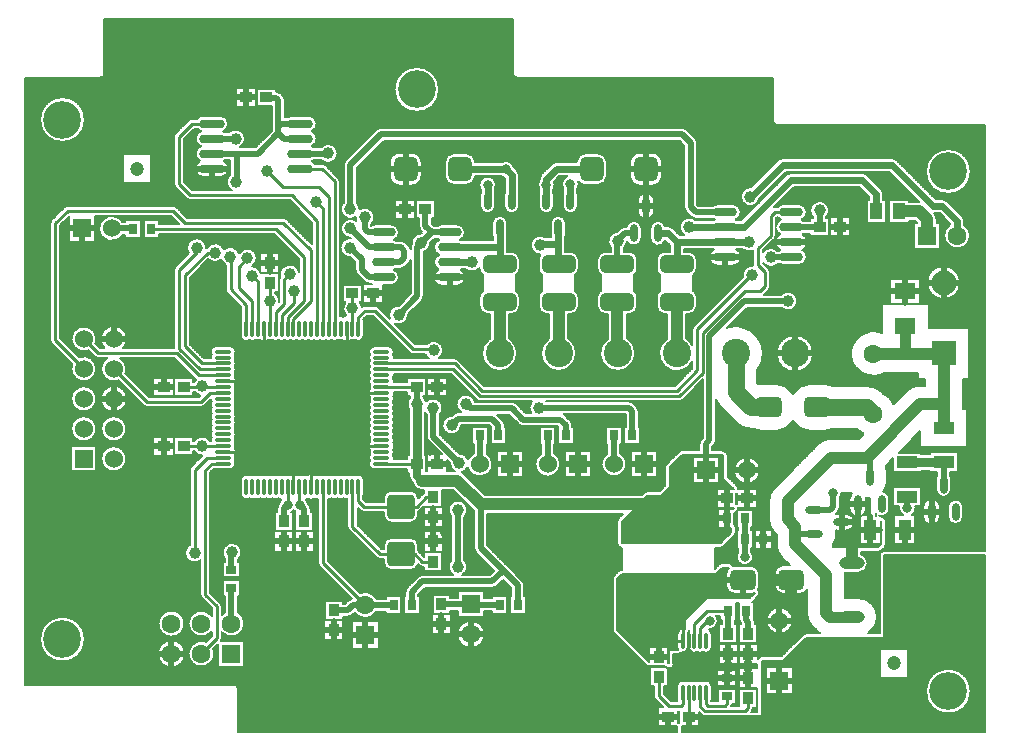
<source format=gtl>
G04 Layer_Physical_Order=1*
G04 Layer_Color=255*
%FSLAX24Y24*%
%MOIN*%
G70*
G01*
G75*
%ADD10C,0.0079*%
%ADD11C,0.0472*%
G04:AMPARAMS|DCode=12|XSize=279.5mil|YSize=218.5mil|CornerRadius=10.9mil|HoleSize=0mil|Usage=FLASHONLY|Rotation=0.000|XOffset=0mil|YOffset=0mil|HoleType=Round|Shape=RoundedRectangle|*
%AMROUNDEDRECTD12*
21,1,0.2795,0.1967,0,0,0.0*
21,1,0.2577,0.2185,0,0,0.0*
1,1,0.0219,0.1288,-0.0983*
1,1,0.0219,-0.1288,-0.0983*
1,1,0.0219,-0.1288,0.0983*
1,1,0.0219,0.1288,0.0983*
%
%ADD12ROUNDEDRECTD12*%
%ADD13O,0.0846X0.0394*%
%ADD14R,0.0276X0.0354*%
%ADD15O,0.0850X0.0295*%
%ADD16R,0.0394X0.0354*%
%ADD17R,0.0354X0.0394*%
%ADD18O,0.0591X0.0118*%
%ADD19O,0.0118X0.0591*%
%ADD20R,0.0394X0.0394*%
%ADD21R,0.0413X0.0689*%
%ADD22R,0.0689X0.0413*%
%ADD23O,0.0591X0.0281*%
%ADD24O,0.0281X0.0591*%
%ADD25R,0.0709X0.0551*%
G04:AMPARAMS|DCode=26|XSize=86.6mil|YSize=68.9mil|CornerRadius=17.2mil|HoleSize=0mil|Usage=FLASHONLY|Rotation=0.000|XOffset=0mil|YOffset=0mil|HoleType=Round|Shape=RoundedRectangle|*
%AMROUNDEDRECTD26*
21,1,0.0866,0.0344,0,0,0.0*
21,1,0.0522,0.0689,0,0,0.0*
1,1,0.0344,0.0261,-0.0172*
1,1,0.0344,-0.0261,-0.0172*
1,1,0.0344,-0.0261,0.0172*
1,1,0.0344,0.0261,0.0172*
%
%ADD26ROUNDEDRECTD26*%
%ADD27R,0.0354X0.0276*%
%ADD28O,0.0118X0.0571*%
%ADD29R,0.0728X0.0610*%
G04:AMPARAMS|DCode=30|XSize=110.2mil|YSize=59.1mil|CornerRadius=14.8mil|HoleSize=0mil|Usage=FLASHONLY|Rotation=0.000|XOffset=0mil|YOffset=0mil|HoleType=Round|Shape=RoundedRectangle|*
%AMROUNDEDRECTD30*
21,1,0.1102,0.0295,0,0,0.0*
21,1,0.0807,0.0591,0,0,0.0*
1,1,0.0295,0.0404,-0.0148*
1,1,0.0295,-0.0404,-0.0148*
1,1,0.0295,-0.0404,0.0148*
1,1,0.0295,0.0404,0.0148*
%
%ADD30ROUNDEDRECTD30*%
%ADD31O,0.0800X0.0295*%
G04:AMPARAMS|DCode=32|XSize=90.6mil|YSize=82.7mil|CornerRadius=12.4mil|HoleSize=0mil|Usage=FLASHONLY|Rotation=180.000|XOffset=0mil|YOffset=0mil|HoleType=Round|Shape=RoundedRectangle|*
%AMROUNDEDRECTD32*
21,1,0.0906,0.0579,0,0,180.0*
21,1,0.0657,0.0827,0,0,180.0*
1,1,0.0248,-0.0329,0.0289*
1,1,0.0248,0.0329,0.0289*
1,1,0.0248,0.0329,-0.0289*
1,1,0.0248,-0.0329,-0.0289*
%
%ADD32ROUNDEDRECTD32*%
%ADD33R,0.0413X0.0551*%
G04:AMPARAMS|DCode=34|XSize=82.7mil|YSize=78.7mil|CornerRadius=19.7mil|HoleSize=0mil|Usage=FLASHONLY|Rotation=270.000|XOffset=0mil|YOffset=0mil|HoleType=Round|Shape=RoundedRectangle|*
%AMROUNDEDRECTD34*
21,1,0.0827,0.0394,0,0,270.0*
21,1,0.0433,0.0787,0,0,270.0*
1,1,0.0394,-0.0197,-0.0217*
1,1,0.0394,-0.0197,0.0217*
1,1,0.0394,0.0197,0.0217*
1,1,0.0394,0.0197,-0.0217*
%
%ADD34ROUNDEDRECTD34*%
%ADD35C,0.0197*%
%ADD36C,0.0098*%
%ADD37C,0.0394*%
%ADD38C,0.0315*%
%ADD39C,0.0354*%
%ADD40C,0.0551*%
%ADD41C,0.0236*%
%ADD42C,0.0276*%
%ADD43C,0.1260*%
%ADD44R,0.0630X0.0630*%
%ADD45C,0.0630*%
%ADD46C,0.0600*%
%ADD47R,0.0600X0.0600*%
%ADD48R,0.0827X0.0827*%
%ADD49C,0.0827*%
%ADD50R,0.0600X0.0600*%
%ADD51R,0.0630X0.0630*%
%ADD52C,0.0945*%
%ADD53C,0.0394*%
%ADD54C,0.0315*%
%ADD55C,0.0236*%
G36*
X44760Y33058D02*
X44978Y33014D01*
X45189Y32941D01*
X45388Y32841D01*
X45572Y32715D01*
X45737Y32566D01*
X45739Y32564D01*
X45845Y32437D01*
X45929Y32296D01*
X45990Y32143D01*
X46032Y32009D01*
X46041Y31936D01*
X46022Y31865D01*
X45978Y31806D01*
X45916Y31766D01*
X45844Y31753D01*
X43239D01*
X43164Y31767D01*
X43100Y31807D01*
X43056Y31868D01*
X43036Y31941D01*
X43045Y32016D01*
X43085Y32146D01*
X43146Y32297D01*
X43229Y32436D01*
X43333Y32561D01*
X43338Y32566D01*
X43503Y32715D01*
X43687Y32841D01*
X43886Y32941D01*
X44097Y33014D01*
X44315Y33058D01*
X44537Y33073D01*
X44760Y33058D01*
D02*
G37*
G36*
X45911Y30694D02*
X45975Y30653D01*
X46019Y30593D01*
X46039Y30519D01*
X46030Y30444D01*
X45989Y30315D01*
X45929Y30164D01*
X45846Y30024D01*
X45742Y29899D01*
X45737Y29895D01*
X45572Y29746D01*
X45388Y29620D01*
X45189Y29520D01*
X44978Y29447D01*
X44760Y29403D01*
X44537Y29388D01*
X44315Y29403D01*
X44097Y29447D01*
X43886Y29520D01*
X43687Y29620D01*
X43503Y29746D01*
X43338Y29895D01*
X43335Y29897D01*
X43230Y30024D01*
X43146Y30165D01*
X43084Y30318D01*
X43043Y30452D01*
X43034Y30525D01*
X43053Y30596D01*
X43096Y30655D01*
X43158Y30694D01*
X43231Y30708D01*
X45836D01*
X45911Y30694D01*
D02*
G37*
D10*
X52136Y44527D02*
G03*
X51968Y44596I-167J-167D01*
G01*
X52136Y44527D02*
G03*
X51968Y44596I-167J-167D01*
G01*
X51161Y44025D02*
G03*
X50994Y44094I-167J-167D01*
G01*
X51161Y44025D02*
G03*
X50994Y44094I-167J-167D01*
G01*
X53828Y43149D02*
G03*
X53661Y43218I-167J-167D01*
G01*
X53828Y43149D02*
G03*
X53661Y43218I-167J-167D01*
G01*
X54604Y44144D02*
G03*
X54604Y44144I-748J0D01*
G01*
D02*
G03*
X54604Y44144I-748J0D01*
G01*
X54386Y42494D02*
G03*
X54317Y42661I-236J0D01*
G01*
X54386Y42494D02*
G03*
X54317Y42661I-236J0D01*
G01*
X53464Y42549D02*
G03*
X53395Y42746I-315J0D01*
G01*
X53464Y42549D02*
G03*
X53395Y42746I-315J0D01*
G01*
X51693Y43396D02*
G03*
X51624Y43563I-236J0D01*
G01*
X51693Y43396D02*
G03*
X51624Y43563I-236J0D01*
G01*
X48612Y44094D02*
G03*
X48445Y44025I0J-236D01*
G01*
X48612Y44094D02*
G03*
X48445Y44025I0J-236D01*
G01*
X48346Y44596D02*
G03*
X48179Y44527I0J-236D01*
G01*
X48346Y44596D02*
G03*
X48179Y44527I0J-236D01*
G01*
X48009Y45837D02*
G03*
X48147Y45699I138J0D01*
G01*
X48009Y45837D02*
G03*
X48147Y45699I138J0D01*
G01*
X45492Y45098D02*
G03*
X45428Y45252I-217J0D01*
G01*
X49882Y42844D02*
G03*
X49350Y42616I-315J0D01*
G01*
X49140Y42789D02*
G03*
X48874Y43055I-266J0D01*
G01*
X48370D02*
G03*
X48163Y42957I0J-266D01*
G01*
X49783Y42616D02*
G03*
X49882Y42844I-217J229D01*
G01*
X48965Y42539D02*
G03*
X49140Y42789I-90J250D01*
G01*
X48163Y42622D02*
G03*
X48280Y42539I206J167D01*
G01*
X49028Y42506D02*
G03*
X48965Y42539I-154J-217D01*
G01*
X48280D02*
G03*
X48105Y42316I90J-250D01*
G01*
X47274Y43621D02*
G03*
X47562Y43242I-20J-314D01*
G01*
X46940Y42789D02*
G03*
X46674Y43055I-266J0D01*
G01*
X46170D02*
G03*
X46016Y43006I0J-266D01*
G01*
X48075Y42957D02*
G03*
X48041Y42953I0J-167D01*
G01*
X48075Y42957D02*
G03*
X48041Y42953I0J-167D01*
G01*
X46765Y42539D02*
G03*
X46940Y42789I-90J250D01*
G01*
X46796Y42526D02*
G03*
X46765Y42539I-122J-236D01*
G01*
X46016Y42573D02*
G03*
X46080Y42539I154J217D01*
G01*
D02*
G03*
X46048Y42526I90J-250D01*
G01*
X54583Y42008D02*
G03*
X54386Y42371I-433J0D01*
G01*
X53913D02*
G03*
X54583Y42008I236J-363D01*
G01*
X54252Y40443D02*
G03*
X54252Y40443I-551J0D01*
G01*
X48990Y42050D02*
G03*
X49028Y42073I-116J239D01*
G01*
X49160Y41789D02*
G03*
X48990Y42050I-285J0D01*
G01*
Y41529D02*
G03*
X49160Y41789I-116J261D01*
G01*
X49140Y41289D02*
G03*
X48990Y41529I-266J0D01*
G01*
X48874Y41024D02*
G03*
X49140Y41289I0J266D01*
G01*
X51634Y38768D02*
G03*
X51762Y37443I-276J-695D01*
G01*
X48105Y42262D02*
G03*
X48254Y42050I264J27D01*
G01*
X48216Y41073D02*
G03*
X48370Y41024I154J217D01*
G01*
X48254Y41529D02*
G03*
X48216Y41506I116J-239D01*
G01*
X48056Y41885D02*
G03*
X48105Y42003I-118J118D01*
G01*
X48056Y41885D02*
G03*
X48105Y42003I-118J118D01*
G01*
X48254Y42050D02*
G03*
X48254Y41529I116J-261D01*
G01*
X48162Y41506D02*
G03*
X47687Y41463I-219J-226D01*
G01*
Y41096D02*
G03*
X48181Y41073I256J184D01*
G01*
X47913Y40787D02*
G03*
X47864Y40906I-167J0D01*
G01*
X47913Y40787D02*
G03*
X47864Y40906I-167J0D01*
G01*
Y40197D02*
G03*
X47913Y40315I-118J118D01*
G01*
X47864Y40197D02*
G03*
X47913Y40315I-118J118D01*
G01*
X46999Y41553D02*
G03*
X47352Y41513I206J238D01*
G01*
X46960Y41289D02*
G03*
X46790Y41550I-285J0D01*
G01*
X46674Y41004D02*
G03*
X46960Y41289I0J285D01*
G01*
X46054Y41550D02*
G03*
X46170Y41004I116J-261D01*
G01*
X47353Y41001D02*
G03*
X47003Y40635I-40J-312D01*
G01*
X48829Y39823D02*
G03*
X48285Y40039I-315J0D01*
G01*
Y39606D02*
G03*
X48829Y39823I229J217D01*
G01*
X49350Y38081D02*
G03*
X49350Y38081I-610J0D01*
G01*
X47480Y37517D02*
G03*
X47677Y38081I-709J564D01*
G01*
X47613Y37057D02*
G03*
X47516Y37049I0J-605D01*
G01*
X47677Y38081D02*
G03*
X46485Y38940I-906J0D01*
G01*
X45144Y45537D02*
G03*
X44990Y45600I-153J-153D01*
G01*
X45143Y45537D02*
G03*
X44990Y45600I-153J-153D01*
G01*
X45492Y45098D02*
G03*
X45429Y45252I-217J0D01*
G01*
X44311Y44439D02*
G03*
X43976Y44774I-335J0D01*
G01*
X43583D02*
G03*
X43248Y44439I0J-335D01*
G01*
X42480D02*
G03*
X42165Y44754I-315J0D01*
G01*
X41772D02*
G03*
X41457Y44459I0J-315D01*
G01*
X43976Y43671D02*
G03*
X44311Y44006I0J335D01*
G01*
X45059Y42953D02*
G03*
X45122Y42800I217J0D01*
G01*
X45059Y42953D02*
G03*
X45123Y42799I217J0D01*
G01*
X45289Y42633D02*
G03*
X45484Y42573I153J153D01*
G01*
X45290Y42632D02*
G03*
X45484Y42573I153J153D01*
G01*
X45431Y42526D02*
G03*
X45050Y42026I-208J-236D01*
G01*
X44054Y43147D02*
G03*
X43498Y43147I-278J0D01*
G01*
Y42837D02*
G03*
X44054Y42837I278J0D01*
G01*
X43248Y44006D02*
G03*
X43583Y43671I335J0D01*
G01*
X41523Y43813D02*
G03*
X41772Y43691I249J193D01*
G01*
X42165D02*
G03*
X42480Y44006I0J315D01*
G01*
X41535Y43730D02*
G03*
X41523Y43813I-276J0D01*
G01*
X41496Y43588D02*
G03*
X41535Y43730I-236J142D01*
G01*
X41518Y43319D02*
G03*
X41496Y43424I-258J0D01*
G01*
X39348Y47412D02*
G03*
X39485Y47274I138J0D01*
G01*
X39348Y47412D02*
G03*
X39485Y47274I138J0D01*
G01*
X40797Y44459D02*
G03*
X40630Y44389I0J-236D01*
G01*
X40797Y44459D02*
G03*
X40630Y44389I0J-236D01*
G01*
X40293Y44052D02*
G03*
X40226Y43853I167J-167D01*
G01*
X39537Y44035D02*
G03*
X39468Y44202I-236J0D01*
G01*
X39537Y44035D02*
G03*
X39468Y44202I-236J0D01*
G01*
X39363Y44308D02*
G03*
X38980Y44459I-259J-95D01*
G01*
X38947Y43986D02*
G03*
X39062Y43940I157J226D01*
G01*
X41158Y43986D02*
G03*
X41024Y43588I102J-256D01*
G01*
X40733Y43704D02*
G03*
X40713Y43805I-276J0D01*
G01*
X40696Y43566D02*
G03*
X40733Y43704I-239J137D01*
G01*
X41024Y43424D02*
G03*
X41001Y43319I236J-105D01*
G01*
X40226Y43853D02*
G03*
X40224Y43557I231J-150D01*
G01*
X40718Y43319D02*
G03*
X40696Y43424I-258J0D01*
G01*
X40224D02*
G03*
X40201Y43319I236J-105D01*
G01*
X41001Y43009D02*
G03*
X41518Y43009I258J0D01*
G01*
X41118Y42409D02*
G03*
X40601Y42409I-258J0D01*
G01*
X40201Y43009D02*
G03*
X40718Y43009I258J0D01*
G01*
X38737Y43562D02*
G03*
X38777Y43704I-236J142D01*
G01*
D02*
G03*
X38265Y43562I-276J0D01*
G01*
Y43424D02*
G03*
X38243Y43319I236J-105D01*
G01*
X38760D02*
G03*
X38737Y43424I-258J0D01*
G01*
X39560Y43319D02*
G03*
X39537Y43424I-258J0D01*
G01*
X39065D02*
G03*
X39043Y43319I236J-105D01*
G01*
Y43009D02*
G03*
X39560Y43009I258J0D01*
G01*
X38243D02*
G03*
X38760Y43009I258J0D01*
G01*
X39160Y42409D02*
G03*
X38643Y42409I-258J0D01*
G01*
X44680Y42249D02*
G03*
X44513Y42318I-167J-167D01*
G01*
X44680Y42249D02*
G03*
X44513Y42318I-167J-167D01*
G01*
X44421D02*
G03*
X43918Y42237I-245J-81D01*
G01*
Y41927D02*
G03*
X44420Y41841I258J0D01*
G01*
X45472Y41211D02*
G03*
X45207Y41476I-266J0D01*
G01*
X45344Y40688D02*
G03*
X45472Y40915I-138J227D01*
G01*
X44400Y41476D02*
G03*
X44134Y41211I0J-266D01*
G01*
Y40915D02*
G03*
X44252Y40694I266J0D01*
G01*
X45472Y39951D02*
G03*
X45344Y40178I-266J0D01*
G01*
X44252Y40172D02*
G03*
X44134Y39951I148J-221D01*
G01*
X43634Y42237D02*
G03*
X43125Y42298I-258J0D01*
G01*
X43149Y41803D02*
G03*
X43634Y41927I227J124D01*
G01*
X43041Y41583D02*
G03*
X43149Y41803I-207J238D01*
G01*
X43076Y42298D02*
G03*
X42923Y42235I0J-217D01*
G01*
X43076Y42298D02*
G03*
X42922Y42235I0J-217D01*
G01*
X42824Y42136D02*
G03*
X42608Y41602I11J-315D01*
G01*
X43494Y41211D02*
G03*
X43228Y41476I-266J0D01*
G01*
X42421D02*
G03*
X42156Y41211I0J-266D01*
G01*
X43494Y39951D02*
G03*
X43366Y40178I-266J0D01*
G01*
Y40688D02*
G03*
X43494Y40915I-138J227D01*
G01*
X42156D02*
G03*
X42274Y40694I266J0D01*
G01*
Y40172D02*
G03*
X42156Y39951I148J-221D01*
G01*
X45207Y39390D02*
G03*
X45472Y39656I0J266D01*
G01*
X45374Y39006D02*
G03*
X45325Y38888I118J-118D01*
G01*
X45374Y39006D02*
G03*
X45325Y38888I118J-118D01*
G01*
X44134Y39656D02*
G03*
X44400Y39390I266J0D01*
G01*
X45325Y38358D02*
G03*
X45118Y38580I-522J-277D01*
G01*
X44488Y38580D02*
G03*
X45325Y37804I315J-500D01*
G01*
X42156Y39656D02*
G03*
X42421Y39390I266J0D01*
G01*
X43228D02*
G03*
X43494Y39656I0J266D01*
G01*
X43425Y38081D02*
G03*
X43140Y38586I-591J0D01*
G01*
X42510Y38574D02*
G03*
X43425Y38081I325J-493D01*
G01*
X41096Y41994D02*
G03*
X41118Y42099I-236J105D01*
G01*
X41535Y41211D02*
G03*
X41270Y41476I-266J0D01*
G01*
X40601Y42099D02*
G03*
X40624Y41994I258J0D01*
G01*
X40415Y41959D02*
G03*
X40256Y41378I-169J-266D01*
G01*
X41407Y40688D02*
G03*
X41535Y40915I-138J227D01*
G01*
Y39951D02*
G03*
X41407Y40178I-266J0D01*
G01*
X41270Y39390D02*
G03*
X41535Y39656I0J266D01*
G01*
X40197D02*
G03*
X40463Y39390I266J0D01*
G01*
X40256Y41378D02*
G03*
X40197Y41211I206J-167D01*
G01*
X39567D02*
G03*
X39301Y41476I-266J0D01*
G01*
X40197Y40915D02*
G03*
X40315Y40694I266J0D01*
G01*
X39439Y40688D02*
G03*
X39567Y40915I-138J227D01*
G01*
X39137Y41994D02*
G03*
X39160Y42099I-236J105D01*
G01*
X38643D02*
G03*
X38665Y41994I258J0D01*
G01*
X38228Y40915D02*
G03*
X38346Y40694I266J0D01*
G01*
X40315Y40172D02*
G03*
X40197Y39951I148J-221D01*
G01*
X39567D02*
G03*
X39439Y40178I-266J0D01*
G01*
X39301Y39390D02*
G03*
X39567Y39656I0J266D01*
G01*
X38346Y40172D02*
G03*
X38228Y39951I148J-221D01*
G01*
Y39656D02*
G03*
X38494Y39390I266J0D01*
G01*
X41457Y38081D02*
G03*
X41181Y38580I-591J0D01*
G01*
X40551Y38580D02*
G03*
X41457Y38081I315J-500D01*
G01*
X39488D02*
G03*
X39213Y38580I-591J0D01*
G01*
X38583Y38580D02*
G03*
X39488Y38081I315J-500D01*
G01*
X52913Y37008D02*
G03*
X52468Y36823I0J-630D01*
G01*
X52913Y37008D02*
G03*
X52467Y36823I0J-630D01*
G01*
X53481Y34006D02*
G03*
X53439Y33865I217J-141D01*
G01*
X53956D02*
G03*
X53914Y34006I-258J0D01*
G01*
X53439Y33555D02*
G03*
X53956Y33555I258J0D01*
G01*
X54356Y32955D02*
G03*
X53839Y32955I-258J0D01*
G01*
X53575D02*
G03*
X53019Y32955I-278J0D01*
G01*
X52766Y32923D02*
G03*
X52759Y32982I-276J0D01*
G01*
X52221D02*
G03*
X52348Y32687I269J-59D01*
G01*
X52632D02*
G03*
X52766Y32923I-142J236D01*
G01*
X51653Y36781D02*
G03*
X51152Y36988I-501J-501D01*
G01*
X51653Y36781D02*
G03*
X51152Y36988I-501J-501D01*
G01*
X50029D02*
G03*
X49749Y37057I-280J-536D01*
G01*
X52035Y36391D02*
G03*
X51690Y36743I-677J-318D01*
G01*
X50804Y35571D02*
G03*
X51040Y35396I555J502D01*
G01*
X49749Y35502D02*
G03*
X50029Y35571I0J605D01*
G01*
X49958Y35236D02*
G03*
X49512Y35051I0J-630D01*
G01*
X49958Y35236D02*
G03*
X49513Y35052I0J-630D01*
G01*
X49227Y37057D02*
G03*
X48681Y36713I0J-605D01*
G01*
Y35847D02*
G03*
X49227Y35502I546J261D01*
G01*
X48681Y36713D02*
G03*
X48135Y37057I-546J-261D01*
G01*
X46782Y35778D02*
G03*
X47283Y35571I501J501D01*
G01*
X46782Y35778D02*
G03*
X47283Y35571I501J501D01*
G01*
X48135Y35502D02*
G03*
X48681Y35847I0J605D01*
G01*
X47333Y35571D02*
G03*
X47613Y35502I280J536D01*
G01*
X51810Y34131D02*
G03*
X51769Y34343I-573J0D01*
G01*
X51693Y33473D02*
G03*
X51810Y33821I-456J348D01*
G01*
X51895Y33221D02*
G03*
X51693Y33473I-258J0D01*
G01*
X51585Y32658D02*
G03*
X51895Y32911I52J253D01*
G01*
X51551Y32667D02*
G03*
X51585Y32658I86J244D01*
G01*
X48064Y33602D02*
G03*
X47879Y33157I445J-445D01*
G01*
X48064Y33603D02*
G03*
X47879Y33157I445J-446D01*
G01*
X47583Y34183D02*
G03*
X47583Y34183I-438J0D01*
G01*
X46860Y33563D02*
G03*
X46814Y33675I-157J0D01*
G01*
X46860Y33563D02*
G03*
X46814Y33674I-157J0D01*
G01*
X46849Y32874D02*
G03*
X46860Y32933I-146J59D01*
G01*
X46849Y32874D02*
G03*
X46860Y32933I-146J59D01*
G01*
X46821Y32829D02*
G03*
X46849Y32874I-118J104D01*
G01*
X46821Y32829D02*
G03*
X46849Y32874I-118J104D01*
G01*
X46723Y32748D02*
G03*
X46775Y32782I-59J146D01*
G01*
X46723Y32748D02*
G03*
X46775Y32783I-59J146D01*
G01*
X53839Y32645D02*
G03*
X54356Y32645I258J0D01*
G01*
X53019D02*
G03*
X53575Y32645I278J0D01*
G01*
X51772Y32490D02*
G03*
X51609Y32648I-157J0D01*
G01*
X51726Y31601D02*
G03*
X51772Y31713I-111J111D01*
G01*
X51725Y31601D02*
G03*
X51772Y31713I-111J112D01*
G01*
X48130Y31722D02*
G03*
X48314Y31277I630J0D01*
G01*
X48130Y31722D02*
G03*
X48315Y31276I630J0D01*
G01*
X47879Y32552D02*
G03*
X48064Y32106I630J0D01*
G01*
X47879Y32552D02*
G03*
X48064Y32106I630J0D01*
G01*
X51526Y31467D02*
G03*
X51637Y31513I0J157D01*
G01*
X51722Y31506D02*
G03*
X51565Y31348I0J-157D01*
G01*
X51526Y31467D02*
G03*
X51637Y31513I0J157D01*
G01*
X51722Y31506D02*
G03*
X51565Y31348I0J-157D01*
G01*
X51171Y31085D02*
G03*
X50945Y31387I-315J0D01*
G01*
X50856Y30770D02*
G03*
X51171Y31085I0J315D01*
G01*
X50404Y30709D02*
G03*
X50401Y30770I-630J0D01*
G01*
X50404Y30709D02*
G03*
X50401Y30770I-630J0D01*
G01*
X48361Y31024D02*
G03*
X48051Y30714I0J-310D01*
G01*
X51486Y29289D02*
G03*
X50856Y29919I-630J0D01*
G01*
X49144Y29427D02*
G03*
X49328Y28982I630J0D01*
G01*
X49144Y29427D02*
G03*
X49329Y28981I630J0D01*
G01*
X51182Y28750D02*
G03*
X51486Y29289I-325J539D01*
G01*
X49466Y28844D02*
G03*
X49586Y28750I445J445D01*
G01*
X48883Y30059D02*
G03*
X49144Y30201I0J310D01*
G01*
X48051Y30369D02*
G03*
X48361Y30059I310J0D01*
G01*
X49114Y28750D02*
G03*
X49003Y28704I0J-157D01*
G01*
X49114Y28750D02*
G03*
X49003Y28704I0J-157D01*
G01*
X49114Y28750D02*
G03*
X49003Y28704I0J-157D01*
G01*
X49114Y28750D02*
G03*
X49003Y28704I0J-157D01*
G01*
X48666Y29175D02*
G03*
X48666Y29175I-438J0D01*
G01*
X47352Y31299D02*
G03*
X47293Y31470I-276J0D01*
G01*
X47559Y30714D02*
G03*
X47269Y31004I-290J0D01*
G01*
X47560Y30089D02*
G03*
X47509Y30206I-157J0D01*
G01*
X47560Y30089D02*
G03*
X47509Y30206I-157J0D01*
G01*
X47514Y29978D02*
G03*
X47560Y30089I-111J111D01*
G01*
X47513Y29978D02*
G03*
X47560Y30089I-111J112D01*
G01*
X47509Y30206D02*
G03*
X47559Y30369I-240J164D01*
G01*
X46782Y32264D02*
G03*
X46723Y32387I-157J0D01*
G01*
X46782Y32264D02*
G03*
X46723Y32387I-157J0D01*
G01*
X46735Y32015D02*
G03*
X46782Y32126I-111J111D01*
G01*
X46735Y32014D02*
G03*
X46782Y32126I-111J112D01*
G01*
X46860Y31470D02*
G03*
X47352Y31299I217J-170D01*
G01*
X46747Y31004D02*
G03*
X46676Y30995I0J-290D01*
G01*
X47402Y29134D02*
G03*
X47382Y29224I-217J0D01*
G01*
X47402Y29134D02*
G03*
X47382Y29224I-217J0D01*
G01*
X46909Y29193D02*
G03*
X46959Y29055I217J0D01*
G01*
X46909Y29193D02*
G03*
X46959Y29055I217J0D01*
G01*
X47638Y27982D02*
G03*
X47500Y27901I0J-157D01*
G01*
X47638Y27982D02*
G03*
X47500Y27901I0J-157D01*
G01*
X47303Y26151D02*
G03*
X47352Y26270I-118J118D01*
G01*
X47303Y26151D02*
G03*
X47352Y26270I-118J118D01*
G01*
X46112Y36532D02*
G03*
X46271Y36290I659J259D01*
G01*
X46112Y36532D02*
G03*
X46271Y36290I659J259D01*
G01*
X45615Y35202D02*
G03*
X45551Y35049I153J-153D01*
G01*
X45615Y35203D02*
G03*
X45551Y35049I153J-153D01*
G01*
X46049Y35024D02*
G03*
X46112Y35177I-153J153D01*
G01*
X46048Y35024D02*
G03*
X46112Y35177I-153J153D01*
G01*
X44882Y36486D02*
G03*
X45000Y36535I0J167D01*
G01*
X44882Y36486D02*
G03*
X45000Y36535I0J167D01*
G01*
X43533Y36152D02*
G03*
X43470Y36305I-217J0D01*
G01*
X43533Y36152D02*
G03*
X43470Y36305I-217J0D01*
G01*
X43352Y36422D02*
G03*
X43199Y36486I-153J-153D01*
G01*
X43352Y36423D02*
G03*
X43199Y36486I-153J-153D01*
G01*
X46421Y34806D02*
G03*
X46309Y34852I-112J-111D01*
G01*
X46420Y34806D02*
G03*
X46309Y34852I-111J-111D01*
G01*
X44980D02*
G03*
X44869Y34806I0J-157D01*
G01*
X44980Y34852D02*
G03*
X44869Y34806I0J-157D01*
G01*
X46516Y34646D02*
G03*
X46470Y34757I-157J0D01*
G01*
X46516Y34646D02*
G03*
X46469Y34757I-157J0D01*
G01*
X44466Y34403D02*
G03*
X44419Y34291I111J-112D01*
G01*
X44465Y34403D02*
G03*
X44419Y34291I111J-111D01*
G01*
X43129Y34390D02*
G03*
X42923Y34750I-418J0D01*
G01*
X42490Y34745D02*
G03*
X43129Y34390I220J-355D01*
G01*
X41079Y36019D02*
G03*
X41034Y36053I-153J-153D01*
G01*
X41329Y35679D02*
G03*
X41265Y35833I-217J0D01*
G01*
X41329Y35679D02*
G03*
X41265Y35832I-217J0D01*
G01*
X41078Y36019D02*
G03*
X41034Y36053I-153J-153D01*
G01*
X39978Y36486D02*
G03*
X39953Y36083I229J-217D01*
G01*
X39464Y36403D02*
G03*
X39311Y36467I-153J-153D01*
G01*
X39464Y36403D02*
G03*
X39311Y36467I-153J-153D01*
G01*
X38130Y36535D02*
G03*
X38248Y36486I118J118D01*
G01*
X38130Y36535D02*
G03*
X38248Y36486I118J118D01*
G01*
X39541Y35713D02*
G03*
X39695Y35650I153J153D01*
G01*
X39542Y35713D02*
G03*
X39695Y35650I153J153D01*
G01*
X39075Y35689D02*
G03*
X39011Y35843I-217J0D01*
G01*
X39075Y35689D02*
G03*
X39011Y35842I-217J0D01*
G01*
X40924Y34390D02*
G03*
X40718Y34750I-418J0D01*
G01*
X40285Y34745D02*
G03*
X40924Y34390I220J-355D01*
G01*
X38660D02*
G03*
X38465Y34744I-418J0D01*
G01*
X38031Y34751D02*
G03*
X37853Y34542I211J-361D01*
G01*
X37838Y34283D02*
G03*
X38660Y34390I404J107D01*
G01*
X46250Y31594D02*
G03*
X46361Y31641I0J157D01*
G01*
X46250Y31594D02*
G03*
X46362Y31641I0J157D01*
G01*
X46676Y30995D02*
G03*
X46530Y31093I-146J-60D01*
G01*
X46676Y30995D02*
G03*
X46530Y31093I-146J-60D01*
G01*
X46319D02*
G03*
X46208Y31046I0J-157D01*
G01*
X46319Y31093D02*
G03*
X46207Y31046I0J-157D01*
G01*
X46174Y29155D02*
G03*
X46110Y29331I-276J0D01*
G01*
X45882Y28880D02*
G03*
X46174Y29155I15J275D01*
G01*
X45965Y28730D02*
G03*
X45882Y28880I-177J0D01*
G01*
X45689Y28130D02*
G03*
X45965Y28278I98J147D01*
G01*
X45492Y28130D02*
G03*
X45689Y28130I98J147D01*
G01*
X43829Y33484D02*
G03*
X43717Y33438I0J-157D01*
G01*
X43829Y33484D02*
G03*
X43717Y33438I0J-157D01*
G01*
X45174Y28764D02*
G03*
X45226Y28834I-95J125D01*
G01*
X45174Y28764D02*
G03*
X45226Y28834I-95J125D01*
G01*
X42815Y31752D02*
G03*
X42972Y31594I157J0D01*
G01*
X42815Y31752D02*
G03*
X42972Y31594I157J0D01*
G01*
Y30876D02*
G03*
X42861Y30830I0J-157D01*
G01*
X42972Y30876D02*
G03*
X42861Y30830I0J-157D01*
G01*
X42861Y32582D02*
G03*
X42815Y32470I111J-111D01*
G01*
X42861Y32582D02*
G03*
X42815Y32470I111J-112D01*
G01*
X42972Y30876D02*
G03*
X42861Y30830I0J-157D01*
G01*
X42667Y28858D02*
G03*
X42714Y28747I157J0D01*
G01*
Y30682D02*
G03*
X42667Y30571I111J-112D01*
G01*
Y28858D02*
G03*
X42713Y28747I157J0D01*
G01*
X45226Y28789D02*
G03*
X45217Y28730I167J-58D01*
G01*
X45177D02*
G03*
X45174Y28764I-177J0D01*
G01*
X45217Y28278D02*
G03*
X45492Y28130I177J0D01*
G01*
X44956Y28106D02*
G03*
X45177Y28278I44J172D01*
G01*
X44837Y28051D02*
G03*
X44956Y28106I0J157D01*
G01*
X44837Y28051D02*
G03*
X44956Y28106I0J157D01*
G01*
X43776Y27684D02*
G03*
X43964Y27657I112J111D01*
G01*
X43776Y27684D02*
G03*
X43964Y27657I111J111D01*
G01*
X44395D02*
G03*
X44441Y27618I123J98D01*
G01*
D02*
G03*
X44498Y27600I76J138D01*
G01*
X45965Y26998D02*
G03*
X45689Y27145I-177J0D01*
G01*
X45492D02*
G03*
X45295Y27145I-98J-147D01*
G01*
D02*
G03*
X45098Y27145I-98J-147D01*
G01*
X45098D02*
G03*
X44823Y26998I-98J-147D01*
G01*
X46618Y26329D02*
G03*
X46641Y26388I-142J89D01*
G01*
X46618Y26329D02*
G03*
X46641Y26388I-142J89D01*
G01*
X45689Y27145D02*
G03*
X45492Y27145I-98J-147D01*
G01*
X45960Y26506D02*
G03*
X45965Y26545I-173J39D01*
G01*
X44823D02*
G03*
X44827Y26506I177J0D01*
G01*
X44035Y26673D02*
G03*
X44084Y26555I167J0D01*
G01*
X44035Y26673D02*
G03*
X44084Y26555I167J0D01*
G01*
X42713Y30682D02*
G03*
X42667Y30571I111J-111D01*
G01*
X39724Y30355D02*
G03*
X39660Y30508I-217J0D01*
G01*
X39724Y30355D02*
G03*
X39661Y30508I-217J0D01*
G01*
X38054Y31591D02*
G03*
X38118Y31438I217J0D01*
G01*
X38054Y31591D02*
G03*
X38118Y31438I217J0D01*
G01*
X38661Y30266D02*
G03*
X38815Y30329I0J217D01*
G01*
X38661Y30266D02*
G03*
X38815Y30329I0J217D01*
G01*
X36887Y46880D02*
G03*
X36887Y46880I-748J0D01*
G01*
D02*
G03*
X36887Y46880I-748J0D01*
G01*
X34941Y45600D02*
G03*
X34788Y45537I0J-217D01*
G01*
X34941Y45600D02*
G03*
X34787Y45537I0J-217D01*
G01*
X38090Y44459D02*
G03*
X37776Y44754I-314J-20D01*
G01*
X37382D02*
G03*
X37067Y44439I0J-315D01*
G01*
X37776Y43691D02*
G03*
X38090Y43986I0J315D01*
G01*
X37067Y44006D02*
G03*
X37382Y43691I315J0D01*
G01*
X36299Y44439D02*
G03*
X35965Y44774I-335J0D01*
G01*
Y43671D02*
G03*
X36299Y44006I0J335D01*
G01*
X36977Y42382D02*
G03*
X36823Y42333I0J-266D01*
G01*
X35571Y44774D02*
G03*
X35236Y44439I0J-335D01*
G01*
Y44006D02*
G03*
X35571Y43671I335J0D01*
G01*
X34626Y42389D02*
G03*
X34724Y42618I-217J229D01*
G01*
X33504Y44744D02*
G03*
X32955Y44955I-315J0D01*
G01*
X31600Y46747D02*
G03*
X31447Y46811I-153J-153D01*
G01*
X31600Y46748D02*
G03*
X31447Y46811I-153J-153D01*
G01*
X31742Y46516D02*
G03*
X31679Y46669I-217J0D01*
G01*
X31742Y46516D02*
G03*
X31678Y46669I-217J0D01*
G01*
X32629Y45488D02*
G03*
X32804Y45738I-90J250D01*
G01*
Y45238D02*
G03*
X32629Y45488I-266J0D01*
G01*
X32804Y45738D02*
G03*
X32538Y46004I-266J0D01*
G01*
X32629Y44488D02*
G03*
X32692Y44522I-90J250D01*
G01*
X32629Y44988D02*
G03*
X32804Y45238I-90J250D01*
G01*
X31984Y46004D02*
G03*
X31830Y45955I0J-266D01*
G01*
X32692Y44955D02*
G03*
X32629Y44988I-154J-217D01*
G01*
X33765Y44514D02*
G03*
X33701Y44360I153J-153D01*
G01*
X33764Y44513D02*
G03*
X33701Y44360I153J-153D01*
G01*
X34724Y42618D02*
G03*
X34232Y42878I-315J0D01*
G01*
X34232Y42884D02*
G03*
X34134Y43113I-315J0D01*
G01*
X34095Y42623D02*
G03*
X34121Y42493I315J-5D01*
G01*
X33701Y43113D02*
G03*
X34095Y42623I217J-229D01*
G01*
X34121Y42493D02*
G03*
X33936Y41929I-193J-249D01*
G01*
X32966Y44522D02*
G03*
X33504Y44744I223J222D01*
G01*
X33105Y44356D02*
G03*
X32986Y44406I-118J-118D01*
G01*
X33105Y44356D02*
G03*
X32986Y44406I-118J-118D01*
G01*
X33573Y43819D02*
G03*
X33524Y43937I-167J0D01*
G01*
X33573Y43819D02*
G03*
X33524Y43937I-167J0D01*
G01*
X32745Y44406D02*
G03*
X32629Y44488I-206J-167D01*
G01*
X31811Y42549D02*
G03*
X31693Y42598I-118J-118D01*
G01*
X31811Y42549D02*
G03*
X31693Y42598I-118J-118D01*
G01*
X37748Y42116D02*
G03*
X37482Y42382I-266J0D01*
G01*
X37572Y41866D02*
G03*
X37748Y42116I-90J250D01*
G01*
X36823Y41900D02*
G03*
X36887Y41866I154J217D01*
G01*
X37604Y41852D02*
G03*
X37572Y41866I-122J-236D01*
G01*
X36887D02*
G03*
X36887Y41366I90J-250D01*
G01*
D02*
G03*
X36861Y40877I90J-250D01*
G01*
X37781Y40880D02*
G03*
X38228Y40925I201J242D01*
G01*
X37767Y40616D02*
G03*
X37598Y40877I-285J0D01*
G01*
X37482Y40331D02*
G03*
X37767Y40616I0J285D01*
G01*
X36861Y40877D02*
G03*
X36977Y40331I116J-261D01*
G01*
X36288Y42077D02*
G03*
X35965Y41744I-9J-315D01*
G01*
X36211Y42323D02*
G03*
X36274Y42169I217J0D01*
G01*
X36211Y42323D02*
G03*
X36274Y42170I217J0D01*
G01*
X35965Y41744D02*
G03*
X35935Y41634I187J-110D01*
G01*
X36368Y41460D02*
G03*
X36594Y41762I-89J302D01*
G01*
X35965Y41744D02*
G03*
X35935Y41634I187J-110D01*
G01*
Y41570D02*
G03*
X35881Y41659I-207J-65D01*
G01*
X35935Y41570D02*
G03*
X35881Y41659I-207J-65D01*
G01*
X35372Y41866D02*
G03*
X35548Y42116I-90J250D01*
G01*
X35771Y41769D02*
G03*
X35618Y41833I-153J-153D01*
G01*
X35772Y41769D02*
G03*
X35618Y41833I-153J-153D01*
G01*
X35436D02*
G03*
X35372Y41866I-154J-217D01*
G01*
X35881Y41106D02*
G03*
X35935Y41195I-153J153D01*
G01*
X35881Y41107D02*
G03*
X35935Y41195I-153J153D01*
G01*
X36304Y39837D02*
G03*
X36368Y39990I-153J153D01*
G01*
X36305Y39837D02*
G03*
X36368Y39990I-153J153D01*
G01*
X35585Y40900D02*
G03*
X35738Y40963I0J217D01*
G01*
X35585Y40900D02*
G03*
X35738Y40963I0J217D01*
G01*
X35372Y40866D02*
G03*
X35436Y40900I-90J250D01*
G01*
X35548Y40616D02*
G03*
X35372Y40866I-266J0D01*
G01*
X37524Y37864D02*
G03*
X37406Y37913I-118J-118D01*
G01*
X37524Y37864D02*
G03*
X37406Y37913I-118J-118D01*
G01*
X36872D02*
G03*
X37018Y38179I-169J266D01*
G01*
D02*
G03*
X36465Y38386I-315J0D01*
G01*
X35408Y39070D02*
G03*
X35846Y39360I123J290D01*
G01*
X36415Y38051D02*
G03*
X36534Y37913I288J128D01*
G01*
X35905Y38100D02*
G03*
X36024Y38051I118J118D01*
G01*
X35905Y38100D02*
G03*
X36024Y38051I118J118D01*
G01*
X35548Y42116D02*
G03*
X35282Y42382I-266J0D01*
G01*
X34777D02*
G03*
X34626Y42335I0J-266D01*
G01*
X34085Y40876D02*
G03*
X34148Y40723I217J0D01*
G01*
X34085Y40876D02*
G03*
X34148Y40723I217J0D01*
G01*
X33948Y41917D02*
G03*
X33916Y41289I-41J-312D01*
G01*
X35282Y40350D02*
G03*
X35548Y40616I0J266D01*
G01*
X34408Y40463D02*
G03*
X34561Y40400I153J153D01*
G01*
X34408Y40463D02*
G03*
X34561Y40400I153J153D01*
G01*
X32205Y40806D02*
G03*
X31593Y40657I-305J-78D01*
G01*
D02*
G03*
X31555Y40551I130J-106D01*
G01*
X31593Y40657D02*
G03*
X31555Y40551I130J-106D01*
G01*
X31552Y39801D02*
G03*
X31555Y39843I-312J42D01*
G01*
D02*
G03*
X31407Y40109I-315J0D01*
G01*
X35530Y39675D02*
G03*
X35242Y39237I1J-315D01*
G01*
X34853Y39626D02*
G03*
X34734Y39675I-118J-118D01*
G01*
X34853Y39626D02*
G03*
X34734Y39675I-118J-118D01*
G01*
X35344Y38041D02*
G03*
X35374Y38140I-147J98D01*
G01*
D02*
G03*
X35197Y38317I-177J0D01*
G01*
X35374Y37943D02*
G03*
X35344Y38041I-177J0D01*
G01*
X34577D02*
G03*
X34577Y37844I147J-98D01*
G01*
X35344Y37254D02*
G03*
X35374Y37352I-147J98D01*
G01*
X34577Y37648D02*
G03*
X34577Y37451I147J-98D01*
G01*
X34724Y38317D02*
G03*
X34577Y38041I0J-177D01*
G01*
Y37451D02*
G03*
X34577Y37254I147J-98D01*
G01*
Y37844D02*
G03*
X34577Y37648I147J-98D01*
G01*
X34409Y39675D02*
G03*
X34305Y39639I0J-167D01*
G01*
D02*
G03*
X34234Y39783I-309J-62D01*
G01*
X34370Y39144D02*
G03*
X34360Y39202I-177J0D01*
G01*
X34409Y39675D02*
G03*
X34305Y39639I0J-167D01*
G01*
X34094Y38524D02*
G03*
X34370Y38671I98J147D01*
G01*
X33788Y39340D02*
G03*
X33682Y39302I11J-197D01*
G01*
X33916Y38513D02*
G03*
X34094Y38524I80J158D01*
G01*
X33758Y39783D02*
G03*
X33788Y39340I238J-207D01*
G01*
X33682Y39302D02*
G03*
X33573Y39318I-80J-158D01*
G01*
X33504Y38524D02*
G03*
X33682Y38513I98J147D01*
G01*
X32323Y38524D02*
G03*
X32520Y38524I98J147D01*
G01*
X31732D02*
G03*
X31929Y38524I98J147D01*
G01*
X31535D02*
G03*
X31732Y38524I98J147D01*
G01*
X32126D02*
G03*
X32323Y38524I98J147D01*
G01*
X31929D02*
G03*
X32126Y38524I98J147D01*
G01*
X33110D02*
G03*
X33307Y38524I98J147D01*
G01*
D02*
G03*
X33504Y38524I98J147D01*
G01*
X32913D02*
G03*
X33110Y38524I98J147D01*
G01*
X33682Y38513D02*
G03*
X33916Y38513I117J158D01*
G01*
X32717Y38524D02*
G03*
X32913Y38524I98J147D01*
G01*
X32520D02*
G03*
X32717Y38524I98J147D01*
G01*
X30413Y45236D02*
G03*
X29870Y45453I-315J0D01*
G01*
X30240Y44955D02*
G03*
X30413Y45236I-141J281D01*
G01*
X29854Y45738D02*
G03*
X29588Y46004I-266J0D01*
G01*
X29034D02*
G03*
X28827Y45906I0J-266D01*
G01*
X29679Y45488D02*
G03*
X29854Y45738I-90J250D01*
G01*
X28827Y45571D02*
G03*
X28944Y45488I206J167D01*
G01*
D02*
G03*
X28944Y44988I90J-250D01*
G01*
X29745Y45453D02*
G03*
X29679Y45488I-157J-215D01*
G01*
X28652Y45906D02*
G03*
X28533Y45856I0J-167D01*
G01*
X28652Y45906D02*
G03*
X28533Y45856I0J-167D01*
G01*
X28090Y45414D02*
G03*
X28041Y45295I118J-118D01*
G01*
X28090Y45414D02*
G03*
X28041Y45295I118J-118D01*
G01*
X29921Y44045D02*
G03*
X29966Y43524I197J-246D01*
G01*
X29874Y44238D02*
G03*
X29704Y44499I-285J0D01*
G01*
X29588Y43953D02*
G03*
X29874Y44238I0J285D01*
G01*
X29704Y44499D02*
G03*
X29742Y44522I-116J239D01*
G01*
X28944Y44988D02*
G03*
X28918Y44499I90J-250D01*
G01*
D02*
G03*
X29034Y43953I116J-261D01*
G01*
X28474Y43238D02*
G03*
X28592Y43189I118J118D01*
G01*
X28474Y43238D02*
G03*
X28592Y43189I118J118D01*
G01*
X28130Y42953D02*
G03*
X28012Y43002I-118J-118D01*
G01*
X28041Y43740D02*
G03*
X28090Y43621I167J0D01*
G01*
X28041Y43740D02*
G03*
X28090Y43621I167J0D01*
G01*
X28130Y42953D02*
G03*
X28012Y43002I-118J-118D01*
G01*
X25588Y47274D02*
G03*
X25726Y47412I0J138D01*
G01*
X25588Y47274D02*
G03*
X25726Y47412I0J138D01*
G01*
X25076Y45876D02*
G03*
X25076Y45876I-748J0D01*
G01*
D02*
G03*
X25076Y45876I-748J0D01*
G01*
X26328Y42461D02*
G03*
X26328Y42028I-358J-217D01*
G01*
X24498Y43002D02*
G03*
X24380Y42953I0J-167D01*
G01*
X24498Y43002D02*
G03*
X24380Y42953I0J-167D01*
G01*
X23976Y42549D02*
G03*
X23927Y42431I118J-118D01*
G01*
X23976Y42549D02*
G03*
X23927Y42431I118J-118D01*
G01*
X30807Y41260D02*
G03*
X30218Y41415I-315J0D01*
G01*
D02*
G03*
X29715Y41547I-297J-106D01*
G01*
X30939Y40768D02*
G03*
X30925Y40802I-299J-98D01*
G01*
X30645Y40984D02*
G03*
X30807Y41260I-152J276D01*
G01*
X30925Y40802D02*
G03*
X30645Y40984I-285J-133D01*
G01*
X29764Y40217D02*
G03*
X29813Y40098I167J0D01*
G01*
X29764Y40217D02*
G03*
X29813Y40098I167J0D01*
G01*
X29715Y41547D02*
G03*
X29152Y41604I-295J-110D01*
G01*
X29187Y41224D02*
G03*
X29626Y41199I232J213D01*
G01*
X29152Y41604D02*
G03*
X29114Y41597I11J-167D01*
G01*
X29152Y41604D02*
G03*
X29114Y41597I11J-167D01*
G01*
X29626Y41199D02*
G03*
X29764Y41036I295J110D01*
G01*
X29114Y41604D02*
G03*
X28540Y41425I-315J0D01*
G01*
X28110Y40994D02*
G03*
X28061Y40876I118J-118D01*
G01*
X28110Y40994D02*
G03*
X28061Y40876I118J-118D01*
G01*
X30285Y39202D02*
G03*
X30276Y39144I167J-58D01*
G01*
Y38671D02*
G03*
X30551Y38524I177J0D01*
G01*
X31160Y38513D02*
G03*
X31339Y38524I80J158D01*
G01*
D02*
G03*
X31535Y38524I98J147D01*
G01*
X30926Y38513D02*
G03*
X31160Y38513I117J158D01*
G01*
X30748Y38524D02*
G03*
X30926Y38513I98J147D01*
G01*
X30551Y38524D02*
G03*
X30748Y38524I98J147D01*
G01*
X30098Y37549D02*
G03*
X30069Y37648I-177J0D01*
G01*
Y37451D02*
G03*
X30098Y37549I-147J98D01*
G01*
X30069Y37648D02*
G03*
X30098Y37746I-147J98D01*
G01*
X30079Y37273D02*
G03*
X30098Y37352I-158J80D01*
G01*
D02*
G03*
X30069Y37451I-177J0D01*
G01*
X30098Y37943D02*
G03*
X30069Y38041I-177J0D01*
G01*
Y38041D02*
G03*
X30098Y38140I-147J98D01*
G01*
Y37746D02*
G03*
X30069Y37844I-177J0D01*
G01*
D02*
G03*
X30098Y37943I-147J98D01*
G01*
Y38140D02*
G03*
X29921Y38317I-177J0D01*
G01*
X29449D02*
G03*
X29302Y38041I0J-177D01*
G01*
D02*
G03*
X29274Y37913I147J-98D01*
G01*
X28750Y37234D02*
G03*
X28782Y37209I118J118D01*
G01*
X28750Y37234D02*
G03*
X28782Y37209I118J118D01*
G01*
X26349Y38258D02*
G03*
X26477Y38567I-310J309D01*
G01*
D02*
G03*
X25729Y38258I-438J0D01*
G01*
X25457Y38567D02*
G03*
X25192Y38178I-418J0D01*
G01*
X25429Y38414D02*
G03*
X25457Y38567I-389J153D01*
G01*
X26457Y37567D02*
G03*
X26258Y37923I-418J0D01*
G01*
X26429Y37414D02*
G03*
X26457Y37567I-389J153D01*
G01*
X25397Y37972D02*
G03*
X25516Y37923I118J118D01*
G01*
X25397Y37972D02*
G03*
X25516Y37923I118J118D01*
G01*
X25457Y37567D02*
G03*
X24887Y37956I-418J0D01*
G01*
X23927Y38512D02*
G03*
X23976Y38393I167J0D01*
G01*
X23927Y38512D02*
G03*
X23976Y38393I167J0D01*
G01*
X38083Y36467D02*
G03*
X37623Y36122I-307J-69D01*
G01*
X37520D02*
G03*
X37367Y36059I0J-217D01*
G01*
X37520Y36122D02*
G03*
X37366Y36058I0J-217D01*
G01*
X37312Y36004D02*
G03*
X37618Y35689I-9J-315D01*
G01*
X36900Y36041D02*
G03*
X36998Y36270I-217J229D01*
G01*
D02*
G03*
X36448Y36480I-315J0D01*
G01*
X36417Y36101D02*
G03*
X36467Y36041I266J169D01*
G01*
X35925Y36636D02*
G03*
X35866Y36255I217J-229D01*
G01*
X36448Y36480D02*
G03*
X36358Y36636I-307J-72D01*
G01*
X36467Y35305D02*
G03*
X36530Y35152I217J0D01*
G01*
X36467Y35305D02*
G03*
X36530Y35152I217J0D01*
G01*
X37853Y34542D02*
G03*
X37550Y34744I-294J-113D01*
G01*
X37628Y34122D02*
G03*
X37838Y34283I-69J307D01*
G01*
X37713Y34061D02*
G03*
X37628Y34122I-223J-223D01*
G01*
X37713Y34061D02*
G03*
X37628Y34122I-223J-222D01*
G01*
X37244Y34438D02*
G03*
X37407Y34154I315J-9D01*
G01*
X37726Y32635D02*
G03*
X37825Y32864I-217J229D01*
G01*
D02*
G03*
X37293Y32635I-315J0D01*
G01*
X35886Y33996D02*
G03*
X35961Y33815I256J0D01*
G01*
X35886Y33996D02*
G03*
X35961Y33815I256J0D01*
G01*
X35988Y33787D02*
G03*
X36299Y33524I311J51D01*
G01*
X35988Y33787D02*
G03*
X36300Y33524I311J51D01*
G01*
X36388Y33440D02*
G03*
X36338Y33406I69J-152D01*
G01*
X36388Y33440D02*
G03*
X36338Y33406I69J-152D01*
G01*
X36181Y32810D02*
G03*
X36260Y32854I-39J163D01*
G01*
X36181Y32810D02*
G03*
X36260Y32854I-39J163D01*
G01*
X36181Y33262D02*
G03*
X35939Y33504I-242J0D01*
G01*
Y32441D02*
G03*
X36181Y32683I0J242D01*
G01*
X35355Y36645D02*
G03*
X35394Y36762I-158J117D01*
G01*
X35374Y36565D02*
G03*
X35355Y36645I-177J0D01*
G01*
X35374Y37156D02*
G03*
X35344Y37254I-177J0D01*
G01*
X35374Y36368D02*
G03*
X35344Y36467I-177J0D01*
G01*
Y36467D02*
G03*
X35374Y36565I-147J98D01*
G01*
Y36171D02*
G03*
X35344Y36270I-177J0D01*
G01*
Y36073D02*
G03*
X35374Y36171I-147J98D01*
G01*
X35344Y36270D02*
G03*
X35374Y36368I-147J98D01*
G01*
X35344Y35876D02*
G03*
X35374Y35974I-147J98D01*
G01*
D02*
G03*
X35344Y36073I-177J0D01*
G01*
X35374Y35778D02*
G03*
X35344Y35876I-177J0D01*
G01*
X35374Y35581D02*
G03*
X35344Y35679I-177J0D01*
G01*
Y35482D02*
G03*
X35374Y35581I-147J98D01*
G01*
X35344Y35679D02*
G03*
X35374Y35778I-147J98D01*
G01*
X35344Y35285D02*
G03*
X35374Y35384I-147J98D01*
G01*
D02*
G03*
X35344Y35482I-177J0D01*
G01*
X35394Y34990D02*
G03*
X35355Y35107I-197J0D01*
G01*
Y34873D02*
G03*
X35394Y34990I-158J117D01*
G01*
X35355Y35107D02*
G03*
X35374Y35187I-158J80D01*
G01*
Y34793D02*
G03*
X35355Y34873I-177J0D01*
G01*
X35374Y35187D02*
G03*
X35344Y35285I-177J0D01*
G01*
X35374Y34596D02*
G03*
X35344Y34695I-177J0D01*
G01*
D02*
G03*
X35374Y34793I-147J98D01*
G01*
X34577Y37254D02*
G03*
X34577Y37057I147J-98D01*
G01*
Y37057D02*
G03*
X34566Y36879I147J-98D01*
G01*
Y36645D02*
G03*
X34577Y36467I158J-80D01*
G01*
X34566Y36879D02*
G03*
X34566Y36645I158J-117D01*
G01*
X34577Y35876D02*
G03*
X34577Y35679I147J-98D01*
G01*
Y36467D02*
G03*
X34577Y36270I147J-98D01*
G01*
Y36073D02*
G03*
X34577Y35876I147J-98D01*
G01*
Y36270D02*
G03*
X34577Y36073I147J-98D01*
G01*
Y35679D02*
G03*
X34577Y35482I147J-98D01*
G01*
Y35482D02*
G03*
X34577Y35285I147J-98D01*
G01*
D02*
G03*
X34566Y35107I147J-98D01*
G01*
Y34873D02*
G03*
X34577Y34695I158J-80D01*
G01*
X34566Y35107D02*
G03*
X34566Y34873I158J-117D01*
G01*
X34577Y34695D02*
G03*
X34577Y34498I147J-98D01*
G01*
X35197Y34222D02*
G03*
X35255Y34232I0J177D01*
G01*
X34577Y34498D02*
G03*
X34724Y34222I147J-98D01*
G01*
X35282Y33504D02*
G03*
X35039Y33262I0J-242D01*
G01*
Y32683D02*
G03*
X35282Y32441I242J0D01*
G01*
X34370Y33868D02*
G03*
X34094Y34015I-177J0D01*
G01*
X34360Y33337D02*
G03*
X34370Y33396I-167J58D01*
G01*
X34094Y34015D02*
G03*
X33898Y34015I-98J-147D01*
G01*
X33701D02*
G03*
X33504Y34015I-98J-147D01*
G01*
X33898D02*
G03*
X33701Y34015I-98J-147D01*
G01*
X33504D02*
G03*
X33307Y34015I-98J-147D01*
G01*
X33701Y33248D02*
G03*
X33829Y33221I98J147D01*
G01*
X33504Y33248D02*
G03*
X33701Y33248I98J147D01*
G01*
X33307Y34015D02*
G03*
X33110Y34015I-98J-147D01*
G01*
X33307Y33248D02*
G03*
X33504Y33248I98J147D01*
G01*
X33110Y34015D02*
G03*
X32913Y34015I-98J-147D01*
G01*
X34252Y32854D02*
G03*
X34370Y32805I118J118D01*
G01*
X34252Y32854D02*
G03*
X34370Y32805I118J118D01*
G01*
X33179Y33221D02*
G03*
X33307Y33248I30J175D01*
G01*
X37825Y30974D02*
G03*
X37726Y31203I-315J0D01*
G01*
X37662Y30699D02*
G03*
X37825Y30974I-152J276D01*
G01*
X37293Y31203D02*
G03*
X37357Y30699I217J-229D01*
G01*
X36181Y31687D02*
G03*
X35939Y31929I-242J0D01*
G01*
X35282D02*
G03*
X35039Y31687I0J-242D01*
G01*
X36201Y31023D02*
G03*
X36319Y30974I118J118D01*
G01*
X36201Y31023D02*
G03*
X36319Y30974I118J118D01*
G01*
X36329Y30699D02*
G03*
X36176Y30635I0J-217D01*
G01*
X36329Y30699D02*
G03*
X36175Y30635I0J-217D01*
G01*
X35939Y30866D02*
G03*
X36174Y31050I0J242D01*
G01*
X35039Y31108D02*
G03*
X35282Y30866I242J0D01*
G01*
X35821Y30281D02*
G03*
X35758Y30128I153J-153D01*
G01*
X35821Y30281D02*
G03*
X35758Y30128I153J-153D01*
G01*
X38396Y28715D02*
G03*
X38396Y28715I-453J0D01*
G01*
X34783Y31279D02*
G03*
X34902Y31230I118J118D01*
G01*
X34783Y31279D02*
G03*
X34902Y31230I118J118D01*
G01*
X34798Y29902D02*
G03*
X34255Y30092I-378J-211D01*
G01*
X34067Y29440D02*
G03*
X34791Y29469I353J251D01*
G01*
X33829Y32303D02*
G03*
X33878Y32185I167J0D01*
G01*
X33829Y32303D02*
G03*
X33878Y32185I167J0D01*
G01*
X33970Y29903D02*
G03*
X33859Y29844I42J-212D01*
G01*
X33970Y29903D02*
G03*
X33858Y29844I42J-212D01*
G01*
X33839Y29301D02*
G03*
X33992Y29365I0J217D01*
G01*
X33839Y29301D02*
G03*
X33992Y29365I0J217D01*
G01*
X30118Y37156D02*
G03*
X30079Y37273I-197J0D01*
G01*
Y37038D02*
G03*
X30118Y37156I-158J117D01*
G01*
X30098Y36959D02*
G03*
X30079Y37038I-177J0D01*
G01*
X30069Y36860D02*
G03*
X30098Y36959I-147J98D01*
G01*
X30069Y36663D02*
G03*
X30098Y36762I-147J98D01*
G01*
Y36565D02*
G03*
X30069Y36663I-177J0D01*
G01*
X30098Y36762D02*
G03*
X30069Y36860I-177J0D01*
G01*
Y36467D02*
G03*
X30098Y36565I-147J98D01*
G01*
Y36368D02*
G03*
X30069Y36467I-177J0D01*
G01*
X29273Y36546D02*
G03*
X29302Y36467I176J19D01*
G01*
X30069Y36270D02*
G03*
X30098Y36368I-147J98D01*
G01*
X29302Y36467D02*
G03*
X29302Y36270I147J-98D01*
G01*
X28743Y36791D02*
G03*
X28925Y36672I253J187D01*
G01*
X28782Y37209D02*
G03*
X28718Y37126I214J-231D01*
G01*
X28957Y36299D02*
G03*
X29075Y36348I0J167D01*
G01*
X28957Y36299D02*
G03*
X29075Y36348I0J167D01*
G01*
X30069Y36073D02*
G03*
X30098Y36171I-147J98D01*
G01*
Y35974D02*
G03*
X30069Y36073I-177J0D01*
G01*
X30098Y36171D02*
G03*
X30069Y36270I-177J0D01*
G01*
Y35679D02*
G03*
X30098Y35778I-147J98D01*
G01*
X30069Y35876D02*
G03*
X30098Y35974I-147J98D01*
G01*
Y35778D02*
G03*
X30069Y35876I-177J0D01*
G01*
Y35089D02*
G03*
X30098Y35187I-147J98D01*
G01*
Y34990D02*
G03*
X30069Y35089I-177J0D01*
G01*
X30098Y35187D02*
G03*
X30069Y35285I-177J0D01*
G01*
X30118Y34793D02*
G03*
X30079Y34910I-197J0D01*
G01*
D02*
G03*
X30098Y34990I-158J80D01*
G01*
X30069Y35482D02*
G03*
X30098Y35581I-147J98D01*
G01*
D02*
G03*
X30069Y35679I-177J0D01*
G01*
Y35285D02*
G03*
X30098Y35384I-147J98D01*
G01*
D02*
G03*
X30069Y35482I-177J0D01*
G01*
X29302Y36073D02*
G03*
X29302Y35876I147J-98D01*
G01*
D02*
G03*
X29302Y35679I147J-98D01*
G01*
Y36270D02*
G03*
X29302Y36073I147J-98D01*
G01*
Y35482D02*
G03*
X29302Y35285I147J-98D01*
G01*
Y35679D02*
G03*
X29302Y35482I147J-98D01*
G01*
Y35285D02*
G03*
X29274Y35157I147J-98D01*
G01*
X29253D02*
G03*
X28719Y35157I-267J-167D01*
G01*
X27021Y36348D02*
G03*
X27140Y36299I118J118D01*
G01*
X27021Y36348D02*
G03*
X27140Y36299I118J118D01*
G01*
X32145Y34026D02*
G03*
X31910Y34026I-117J-158D01*
G01*
X32735D02*
G03*
X32501Y34026I-117J-158D01*
G01*
X32913Y34015D02*
G03*
X32735Y34026I-98J-147D01*
G01*
X32501D02*
G03*
X32323Y34015I-80J-158D01*
G01*
D02*
G03*
X32145Y34026I-98J-147D01*
G01*
X31910D02*
G03*
X31732Y34015I-80J-158D01*
G01*
X31339D02*
G03*
X31142Y34015I-98J-147D01*
G01*
X31142D02*
G03*
X30945Y34015I-98J-147D01*
G01*
X31732D02*
G03*
X31535Y34015I-98J-147D01*
G01*
X31535D02*
G03*
X31339Y34015I-98J-147D01*
G01*
X30945D02*
G03*
X30748Y34015I-98J-147D01*
G01*
D02*
G03*
X30551Y34015I-98J-147D01*
G01*
X30551D02*
G03*
X30276Y33868I-98J-147D01*
G01*
X30079Y34676D02*
G03*
X30118Y34793I-158J117D01*
G01*
X30098Y34596D02*
G03*
X30079Y34676I-177J0D01*
G01*
X29921Y34222D02*
G03*
X30098Y34400I0J177D01*
G01*
X28719Y34823D02*
G03*
X28976Y34675I267J167D01*
G01*
X30069Y34498D02*
G03*
X30098Y34596I-147J98D01*
G01*
Y34400D02*
G03*
X30069Y34498I-177J0D01*
G01*
X29391Y34232D02*
G03*
X29449Y34222I58J167D01*
G01*
X28612Y34311D02*
G03*
X28563Y34193I118J-118D01*
G01*
X28612Y34311D02*
G03*
X28563Y34193I118J-118D01*
G01*
X25821Y37923D02*
G03*
X26192Y37178I219J-356D01*
G01*
X26477Y36567D02*
G03*
X26477Y36567I-438J0D01*
G01*
X24650Y37720D02*
G03*
X25457Y37567I389J-153D01*
G01*
Y36567D02*
G03*
X25457Y36567I-418J0D01*
G01*
X26457Y35567D02*
G03*
X26457Y35567I-418J0D01*
G01*
Y34567D02*
G03*
X26457Y34567I-418J0D01*
G01*
X25457Y35567D02*
G03*
X25457Y35567I-418J0D01*
G01*
X32735Y33237D02*
G03*
X32844Y33221I80J158D01*
G01*
X32501Y33237D02*
G03*
X32735Y33237I117J158D01*
G01*
X32598Y32894D02*
G03*
X32535Y33047I-217J0D01*
G01*
X32444Y33220D02*
G03*
X32501Y33237I-23J176D01*
G01*
X32508Y33074D02*
G03*
X32444Y33220I-274J-33D01*
G01*
X32598Y32894D02*
G03*
X32535Y33047I-217J0D01*
G01*
X32032Y32854D02*
G03*
X32110Y32795I202J188D01*
G01*
X32844Y31098D02*
G03*
X32893Y30980I167J0D01*
G01*
X32844Y31098D02*
G03*
X32893Y30980I167J0D01*
G01*
X31620Y33219D02*
G03*
X31557Y33074I211J-178D01*
G01*
X31955Y32795D02*
G03*
X32032Y32854I-124J246D01*
G01*
X31535Y33248D02*
G03*
X31620Y33219I98J147D01*
G01*
X31550Y33067D02*
G03*
X31486Y32913I153J-153D01*
G01*
X31550Y33066D02*
G03*
X31486Y32913I153J-153D01*
G01*
X31339Y33248D02*
G03*
X31535Y33248I98J147D01*
G01*
X30551D02*
G03*
X30748Y33248I98J147D01*
G01*
D02*
G03*
X30945Y33248I98J147D01*
G01*
X30276Y33396D02*
G03*
X30551Y33248I177J0D01*
G01*
X31142D02*
G03*
X31339Y33248I98J147D01*
G01*
X30945D02*
G03*
X31142Y33248I98J147D01*
G01*
X30295Y31447D02*
G03*
X29744Y31239I-315J0D01*
G01*
X30177Y31201D02*
G03*
X30295Y31447I-197J246D01*
G01*
X30394Y29071D02*
G03*
X30177Y29446I-433J0D01*
G01*
X29636Y28784D02*
G03*
X30394Y29071I325J286D01*
G01*
X30174Y26900D02*
G03*
X30037Y27038I-138J0D01*
G01*
X30174Y26900D02*
G03*
X30037Y27038I-138J0D01*
G01*
X29636Y29656D02*
G03*
X29587Y29774I-167J0D01*
G01*
X29636Y29656D02*
G03*
X29587Y29774I-167J0D01*
G01*
X29744Y29446D02*
G03*
X29636Y29357I217J-375D01*
G01*
X29618Y28504D02*
G03*
X29636Y28579I-150J75D01*
G01*
X29618Y28504D02*
G03*
X29636Y28579I-150J75D01*
G01*
X29394Y28071D02*
G03*
X29361Y28235I-433J0D01*
G01*
X28563Y31694D02*
G03*
X28927Y31181I167J-267D01*
G01*
Y30030D02*
G03*
X28976Y29911I167J0D01*
G01*
X28927Y30030D02*
G03*
X28976Y29911I167J0D01*
G01*
X29301Y29338D02*
G03*
X29301Y28803I-341J-268D01*
G01*
X29125Y28472D02*
G03*
X29394Y28071I-164J-401D01*
G01*
X28394Y29071D02*
G03*
X28394Y29071I-433J0D01*
G01*
X28413Y28071D02*
G03*
X28413Y28071I-453J0D01*
G01*
X25076Y28554D02*
G03*
X25076Y28554I-748J0D01*
G01*
D02*
G03*
X25076Y28554I-748J0D01*
G01*
X46437Y30369D02*
G03*
X46747Y30059I310J0D01*
G01*
X46530Y30935D02*
G03*
X46437Y30714I217J-221D01*
G01*
X47269Y30059D02*
G03*
X47402Y30089I0J310D01*
G01*
X45079Y28889D02*
G03*
X44823Y28730I-79J-159D01*
G01*
Y28278D02*
G03*
X44837Y28209I177J0D01*
G01*
X54604Y26821D02*
G03*
X54604Y26821I-748J0D01*
G01*
D02*
G03*
X54604Y26821I-748J0D01*
G01*
X51112Y33261D02*
G03*
X51230Y33248I125J560D01*
G01*
X51115Y33221D02*
G03*
X51112Y33261I-278J0D01*
G01*
X51001Y32687D02*
G03*
X51115Y32911I-165J224D01*
G01*
X50648Y33425D02*
G03*
X50558Y33221I189J-204D01*
G01*
X50915Y32644D02*
G03*
X51001Y32687I-79J267D01*
G01*
X50236Y33255D02*
G03*
X50295Y33425I-217J170D01*
G01*
X50172Y32799D02*
G03*
X50236Y32953I-153J153D01*
G01*
X50173Y32800D02*
G03*
X50236Y32953I-153J153D01*
G01*
X50150Y32732D02*
G03*
X50101Y32728I0J-278D01*
G01*
X50558Y32911D02*
G03*
X50915Y32644I278J0D01*
G01*
X50738Y32454D02*
G03*
X50460Y32732I-278J0D01*
G01*
Y32176D02*
G03*
X50738Y32454I0J278D01*
G01*
X50109Y32179D02*
G03*
X50150Y32176I40J275D01*
G01*
X50123Y32054D02*
G03*
X50109Y32179I-573J0D01*
G01*
X50020Y31726D02*
G03*
X50123Y32054I-470J329D01*
G01*
X54212Y44801D02*
Y45699D01*
X54272Y44766D02*
Y45699D01*
X54153Y44830D02*
Y45699D01*
X54170Y44823D02*
X55096D01*
X53979Y44882D02*
X55096D01*
X53917Y44890D02*
Y45699D01*
X53976Y44882D02*
Y45699D01*
X53858Y44892D02*
Y45699D01*
X54094Y44853D02*
Y45699D01*
X54035Y44870D02*
Y45699D01*
X54351Y44705D02*
X55096D01*
X54411Y44646D02*
X55096D01*
X54275Y44764D02*
X55096D01*
X54498Y44527D02*
X55096D01*
X54459Y44587D02*
X55096D01*
X54390Y44668D02*
Y45699D01*
X54449Y44600D02*
Y45699D01*
X54331Y44722D02*
Y45699D01*
X54567Y44376D02*
Y45699D01*
X54508Y44510D02*
Y45699D01*
X53681Y44871D02*
Y45699D01*
X53622Y44855D02*
Y45699D01*
X53563Y44833D02*
Y45699D01*
X53799Y44890D02*
Y45699D01*
X53740Y44883D02*
Y45699D01*
X53386Y44726D02*
Y45699D01*
X53327Y44673D02*
Y45699D01*
X53268Y44607D02*
Y45699D01*
X53504Y44804D02*
Y45699D01*
X53445Y44769D02*
Y45699D01*
X53209Y44520D02*
Y45699D01*
X53149Y44391D02*
Y45699D01*
X53090Y43572D02*
Y45699D01*
X52135Y44527D02*
X53213D01*
X52036Y44587D02*
X53252D01*
X52913Y43750D02*
Y45699D01*
X52854Y43809D02*
Y45699D01*
X53031Y43631D02*
Y45699D01*
X52972Y43690D02*
Y45699D01*
X54603Y44173D02*
X55096D01*
X54603Y44114D02*
X55096D01*
X54598Y44055D02*
X55096D01*
X54589Y43996D02*
X55096D01*
X54574Y43937D02*
X55096D01*
X54555Y44409D02*
X55096D01*
X54575Y44350D02*
X55096D01*
X54530Y44468D02*
X55096D01*
X54598Y44232D02*
X55096D01*
X54589Y44291D02*
X55096D01*
X54555Y43878D02*
X55096D01*
X54529Y43819D02*
X55096D01*
X54497Y43760D02*
X55096D01*
X54458Y43701D02*
X55096D01*
X54410Y43642D02*
X55096D01*
X54350Y43583D02*
X55096D01*
X53209Y43454D02*
Y43769D01*
X54273Y43524D02*
X55096D01*
X54168Y43464D02*
X55096D01*
X52253Y44409D02*
X53156D01*
X52312Y44350D02*
X53136D01*
X52194Y44468D02*
X53181D01*
X52726Y43937D02*
X53137D01*
X52667Y43996D02*
X53122D01*
X52431Y44232D02*
X53113D01*
X52490Y44173D02*
X53108D01*
X52372Y44291D02*
X53122D01*
X52608Y44055D02*
X53113D01*
X52549Y44114D02*
X53108D01*
X53021Y43642D02*
X53301D01*
X53080Y43583D02*
X53361D01*
X52962Y43701D02*
X53253D01*
X53198Y43464D02*
X53543D01*
X53139Y43524D02*
X53438D01*
X53149Y43513D02*
Y43897D01*
X52785Y43878D02*
X53156D01*
X52903Y43760D02*
X53214D01*
X52844Y43819D02*
X53182D01*
X52027Y44589D02*
Y45699D01*
X52087Y44565D02*
Y45699D01*
X51968Y44596D02*
Y45699D01*
X52205Y44458D02*
Y45699D01*
X52146Y44517D02*
Y45699D01*
X51732Y44596D02*
Y45699D01*
X51791Y44596D02*
Y45699D01*
X51673Y44596D02*
Y45699D01*
X51909Y44596D02*
Y45699D01*
X51850Y44596D02*
Y45699D01*
X52618Y44045D02*
Y45699D01*
X52677Y43986D02*
Y45699D01*
X52559Y44104D02*
Y45699D01*
X52795Y43868D02*
Y45699D01*
X52736Y43927D02*
Y45699D01*
X52323Y44340D02*
Y45699D01*
X52382Y44281D02*
Y45699D01*
X52264Y44399D02*
Y45699D01*
X52500Y44163D02*
Y45699D01*
X52441Y44222D02*
Y45699D01*
X50669Y44596D02*
Y45699D01*
X50728Y44596D02*
Y45699D01*
X50610Y44596D02*
Y45699D01*
X50846Y44596D02*
Y45699D01*
X50787Y44596D02*
Y45699D01*
X50079Y44596D02*
Y45699D01*
X50138Y44596D02*
Y45699D01*
X49961Y44596D02*
Y45699D01*
X50551Y44596D02*
Y45699D01*
X50492Y44596D02*
Y45699D01*
X51437Y44596D02*
Y45699D01*
X51496Y44596D02*
Y45699D01*
X51378Y44596D02*
Y45699D01*
X51614Y44596D02*
Y45699D01*
X51555Y44596D02*
Y45699D01*
X50964Y44596D02*
Y45699D01*
X50905Y44596D02*
Y45699D01*
X51319Y44596D02*
Y45699D01*
X51260Y44596D02*
Y45699D01*
X51309Y43878D02*
X52117D01*
X51427Y43760D02*
X52235D01*
X51368Y43819D02*
X52176D01*
X51319Y43868D02*
Y44124D01*
X51378Y43809D02*
Y44124D01*
X51260Y43927D02*
Y44124D01*
X51437Y43750D02*
Y44124D01*
X51250Y43937D02*
X52058D01*
X51545Y43642D02*
X52353D01*
X51604Y43583D02*
X52412D01*
X51486Y43701D02*
X52294D01*
X51683Y43464D02*
X52530D01*
X51655Y43524D02*
X52471D01*
X51555Y43631D02*
Y44124D01*
X51496Y43690D02*
Y44124D01*
X51673Y43490D02*
Y44124D01*
X51614Y43572D02*
Y44124D01*
X51024Y44596D02*
Y45699D01*
X51083Y44596D02*
Y45699D01*
X50433Y44596D02*
Y45699D01*
X51201Y44596D02*
Y45699D01*
X51142Y44596D02*
Y45699D01*
X50197Y44596D02*
Y45699D01*
X50256Y44596D02*
Y45699D01*
X50020Y44596D02*
Y45699D01*
X50374Y44596D02*
Y45699D01*
X50315Y44596D02*
Y45699D01*
X51125Y44055D02*
X51940D01*
X51201Y43986D02*
Y44124D01*
X51190Y43996D02*
X51999D01*
X51161Y44025D02*
X51624Y43563D01*
X51083Y44077D02*
Y44124D01*
X51024Y44093D02*
Y44124D01*
X51142Y44043D02*
Y44124D01*
X53973Y43405D02*
X55096D01*
X53976Y43001D02*
Y43406D01*
X53917Y43061D02*
Y43399D01*
X53858Y43120D02*
Y43396D01*
X53806Y43169D02*
X55096D01*
X53740Y43205D02*
Y43405D01*
X53799Y43174D02*
Y43398D01*
X53681Y43218D02*
Y43417D01*
X54508Y42251D02*
Y43778D01*
X54567Y42124D02*
Y43913D01*
X54449Y42321D02*
Y43688D01*
X54390Y42368D02*
Y43620D01*
X54331Y42646D02*
Y43566D01*
X54212Y42765D02*
Y43487D01*
X54272Y42706D02*
Y43522D01*
X54153Y42824D02*
Y43458D01*
X54094Y42883D02*
Y43435D01*
X54035Y42942D02*
Y43418D01*
X53316Y43346D02*
X55096D01*
X53435Y43228D02*
X55096D01*
X53375Y43287D02*
X55096D01*
X53327Y43336D02*
Y43615D01*
X53386Y43277D02*
Y43562D01*
X53268Y43395D02*
Y43682D01*
X53257Y43405D02*
X53738D01*
X51693Y43228D02*
X52766D01*
X53504Y43218D02*
Y43484D01*
X53563Y43218D02*
Y43456D01*
X53445Y43218D02*
Y43519D01*
X53622Y43218D02*
Y43433D01*
X53444Y43218D02*
X53661D01*
X52136Y44527D02*
X53444Y43218D01*
X51871Y44124D02*
X52865Y43130D01*
X52795D02*
Y43200D01*
X52736Y43130D02*
Y43259D01*
X53927Y43051D02*
X55096D01*
X53986Y42992D02*
X55096D01*
X53868Y43110D02*
X55096D01*
X54104Y42874D02*
X55096D01*
X54045Y42933D02*
X55096D01*
X54163Y42815D02*
X55096D01*
X54222Y42756D02*
X55096D01*
X53828Y43149D02*
X54317Y42661D01*
X54337Y42638D02*
X55096D01*
X54281Y42697D02*
X55096D01*
X54370Y42579D02*
X55096D01*
X54386Y42371D02*
Y42494D01*
X54384Y42520D02*
X55096D01*
X53681Y40994D02*
Y42629D01*
X53622Y40988D02*
Y42688D01*
X53799Y42262D02*
Y42511D01*
X53740Y42149D02*
Y42570D01*
X53428Y42697D02*
X53613D01*
X53452Y42638D02*
X53672D01*
X53395Y42746D02*
X53564D01*
X53464Y42520D02*
X53790D01*
X53463Y42579D02*
X53731D01*
X52530Y43130D02*
X52865D01*
X53445Y42659D02*
Y42746D01*
X52530Y43169D02*
X52825D01*
X53563Y42441D02*
Y42746D01*
X53564D02*
X53913Y42396D01*
X53504Y42441D02*
Y42746D01*
X53464Y42461D02*
X53849D01*
X53464Y42441D02*
Y42549D01*
X52753Y42500D02*
X52812Y42441D01*
X52530Y42500D02*
X52753D01*
X52736Y42441D02*
Y42500D01*
X52530Y42461D02*
X52793D01*
X52382Y43209D02*
Y43613D01*
X52441Y43209D02*
Y43554D01*
X52323Y43209D02*
Y43672D01*
X52500Y43209D02*
Y43495D01*
X51693Y43405D02*
X52589D01*
X52205Y43209D02*
Y43790D01*
X52264Y43209D02*
Y43731D01*
X52146Y43209D02*
Y43849D01*
X51968Y43209D02*
Y44026D01*
X52027Y43209D02*
Y43967D01*
X51909Y43209D02*
Y44085D01*
X52559Y43130D02*
Y43436D01*
X52087Y43209D02*
Y43908D01*
X51850Y39715D02*
Y44124D01*
X51791Y39715D02*
Y44124D01*
X51732Y43209D02*
Y44124D01*
X51083Y38768D02*
Y43436D01*
X50433Y42618D02*
Y43622D01*
X50492Y42618D02*
Y43622D01*
X50374Y42618D02*
Y43622D01*
X50896D02*
X51220Y43298D01*
X50551Y42618D02*
Y43622D01*
X50020Y42618D02*
Y43622D01*
X50079Y42618D02*
Y43622D01*
X49961Y42618D02*
Y43622D01*
X50315Y42618D02*
Y43622D01*
X50256Y42618D02*
Y43622D01*
X50905Y38668D02*
Y43613D01*
X50846Y38618D02*
Y43622D01*
X50787Y38556D02*
Y43622D01*
X51024Y38742D02*
Y43495D01*
X50964Y38709D02*
Y43554D01*
X50197Y42618D02*
Y43622D01*
X50138Y42618D02*
Y43622D01*
X50728Y38476D02*
Y43622D01*
X50669Y38364D02*
Y43622D01*
X52618Y43130D02*
Y43377D01*
X52677Y43130D02*
Y43318D01*
X52530Y43130D02*
Y43209D01*
X51880D02*
X52530D01*
X51782Y42933D02*
X51880D01*
X51782Y43110D02*
X51880D01*
X51782Y43051D02*
X51880D01*
X51782Y43169D02*
X51880D01*
X51782Y42874D02*
X51880D01*
X51782Y42992D02*
X51880D01*
X52618Y40561D02*
Y42500D01*
X52677Y40561D02*
Y42500D01*
X52559Y40561D02*
Y42500D01*
X52530Y42421D02*
Y42500D01*
X51782Y42461D02*
X51880D01*
Y42421D02*
Y43209D01*
X51782Y42421D02*
Y43209D01*
Y42638D02*
X51880D01*
X51782Y42815D02*
X51880D01*
X51693Y43287D02*
X52707D01*
X51693Y43209D02*
X51782D01*
X51693Y43346D02*
X52648D01*
X51782Y42697D02*
X51880D01*
X51782Y42756D02*
X51880D01*
X51201Y43209D02*
Y43318D01*
X51693Y43209D02*
Y43396D01*
X51142Y43209D02*
Y43377D01*
X51220Y43209D02*
Y43298D01*
X51132Y43209D02*
X51220D01*
X51782Y42579D02*
X51880D01*
X51782Y42520D02*
X51880D01*
X50571Y42579D02*
X51132D01*
X50571Y42461D02*
X51132D01*
X50571Y42520D02*
X51132D01*
Y42421D02*
Y43209D01*
X50571Y41988D02*
Y42618D01*
X49902Y41988D02*
Y42618D01*
X49134Y44596D02*
Y45699D01*
X49193Y44596D02*
Y45699D01*
X49075Y44596D02*
Y45699D01*
X49311Y44596D02*
Y45699D01*
X49252Y44596D02*
Y45699D01*
X48838Y44596D02*
Y45699D01*
X48898Y44596D02*
Y45699D01*
X48779Y44596D02*
Y45699D01*
X49016Y44596D02*
Y45699D01*
X48957Y44596D02*
Y45699D01*
X49724Y44596D02*
Y45699D01*
X49783Y44596D02*
Y45699D01*
X49665Y44596D02*
Y45699D01*
X49901Y44596D02*
Y45699D01*
X49842Y44596D02*
Y45699D01*
X49429Y44596D02*
Y45699D01*
X49488Y44596D02*
Y45699D01*
X49370Y44596D02*
Y45699D01*
X49606Y44596D02*
Y45699D01*
X49547Y44596D02*
Y45699D01*
X45385Y45295D02*
X55096D01*
X45443Y45236D02*
X55096D01*
X45326Y45354D02*
X55096D01*
X45491Y45118D02*
X55096D01*
X45477Y45177D02*
X55096D01*
X48147Y45699D02*
X55096D01*
X45149Y45531D02*
X55096D01*
X45055Y45590D02*
X55096D01*
X45267Y45413D02*
X55096D01*
X45208Y45472D02*
X55096D01*
X48602Y44596D02*
Y45699D01*
X48661Y44596D02*
Y45699D01*
X48543Y44596D02*
Y45699D01*
X48720Y44596D02*
Y45699D01*
X45492Y45059D02*
X55096D01*
X48366Y44596D02*
Y45699D01*
X48307Y44593D02*
Y45699D01*
X48484Y44596D02*
Y45699D01*
X48425Y44596D02*
Y45699D01*
X48444Y44124D02*
X51871D01*
X48612Y44094D02*
X50994D01*
X48434Y44114D02*
X51881D01*
X48710Y43622D02*
X50896D01*
X48543Y44084D02*
Y44124D01*
X48484Y44057D02*
Y44124D01*
X48425Y44005D02*
Y44105D01*
X48375Y44055D02*
X48481D01*
X48612Y43524D02*
X50995D01*
X48552Y43464D02*
X51054D01*
X48493Y43405D02*
X51113D01*
X48434Y43346D02*
X51172D01*
X48375Y43287D02*
X51220D01*
X49547Y43159D02*
Y43622D01*
X49488Y43149D02*
Y43622D01*
X49606Y43157D02*
Y43622D01*
X48671Y43583D02*
X50936D01*
X45492Y44941D02*
X55096D01*
X45492Y44882D02*
X53732D01*
X45492Y45000D02*
X55096D01*
X45492Y44764D02*
X53436D01*
X45492Y44823D02*
X53541D01*
X45492Y44646D02*
X53300D01*
X48346Y44596D02*
X51968D01*
X45492Y44705D02*
X53360D01*
X45492Y44587D02*
X48279D01*
X48316Y43996D02*
X48416D01*
X48366Y43946D02*
Y44046D01*
X47562Y43242D02*
X48444Y44124D01*
X48316Y43228D02*
X51220D01*
X48257Y43169D02*
X51132D01*
X48307Y43887D02*
Y43987D01*
X48257Y43937D02*
X48357D01*
X48198Y43878D02*
X48298D01*
X48130Y44478D02*
Y45700D01*
X48248Y44575D02*
Y45699D01*
X48189Y44536D02*
Y45699D01*
X48009Y45837D02*
Y47274D01*
X47953Y44301D02*
Y47274D01*
X47894Y44241D02*
Y47274D01*
X48071Y44419D02*
Y45722D01*
X48012Y44360D02*
Y45810D01*
X47716Y44064D02*
Y47274D01*
X47657Y44005D02*
Y47274D01*
X47598Y43946D02*
Y47274D01*
X47835Y44182D02*
Y47274D01*
X47776Y44123D02*
Y47274D01*
X47421Y43769D02*
Y47274D01*
X47362Y43710D02*
Y47274D01*
X47303Y43651D02*
Y47274D01*
X47539Y43887D02*
Y47274D01*
X47480Y43828D02*
Y47274D01*
X45492Y44527D02*
X48180D01*
X45492Y44468D02*
X48121D01*
X39485Y47274D02*
X48009D01*
X45492Y44350D02*
X48002D01*
X45492Y44409D02*
X48062D01*
X45492Y44291D02*
X47943D01*
X45492Y44232D02*
X47884D01*
X45492Y44114D02*
X47766D01*
X45492Y44173D02*
X47825D01*
X47244Y43622D02*
Y47274D01*
X47274Y43621D02*
X48179Y44527D01*
X47185Y43614D02*
Y47274D01*
X45492Y43996D02*
X47648D01*
X45492Y44055D02*
X47707D01*
X47008Y43504D02*
Y47274D01*
X46949Y43385D02*
Y47274D01*
X47126Y43595D02*
Y47274D01*
X47067Y43560D02*
Y47274D01*
X48248Y43828D02*
Y43928D01*
X48189Y43769D02*
Y43869D01*
X48139Y43819D02*
X48239D01*
X48130Y43710D02*
Y43810D01*
X48080Y43760D02*
X48180D01*
X48021Y43701D02*
X48121D01*
X48071Y43651D02*
Y43750D01*
X48012Y43592D02*
Y43691D01*
X47962Y43642D02*
X48062D01*
X47903Y43583D02*
X48002D01*
X47953Y43533D02*
Y43632D01*
X47894Y43474D02*
Y43573D01*
X47844Y43524D02*
X47943D01*
X47835Y43415D02*
Y43514D01*
X47785Y43464D02*
X47884D01*
X47776Y43356D02*
Y43455D01*
X47726Y43405D02*
X47825D01*
X47716Y43297D02*
Y43396D01*
X47667Y43346D02*
X47766D01*
X45492Y43878D02*
X47530D01*
X45492Y43819D02*
X47471D01*
X45492Y43937D02*
X47589D01*
X45492Y43701D02*
X47353D01*
X45492Y43760D02*
X47412D01*
X45492Y43583D02*
X47101D01*
X45492Y43524D02*
X47025D01*
X45492Y43642D02*
X47294D01*
X45492Y43405D02*
X46955D01*
X45492Y43464D02*
X46981D01*
X47608Y43287D02*
X47707D01*
X47657Y43238D02*
Y43337D01*
X47598Y43178D02*
Y43278D01*
X47559Y43228D02*
X47648D01*
X47537Y43169D02*
X47589D01*
X45492Y43287D02*
X46940D01*
X45492Y43346D02*
X46941D01*
X45492Y43169D02*
X46971D01*
X45492Y43228D02*
X46949D01*
X49724Y43117D02*
Y43622D01*
X49783Y43073D02*
Y43622D01*
X49665Y43144D02*
Y43622D01*
X49805Y43051D02*
X51132D01*
X49736Y43110D02*
X51132D01*
X49429Y43128D02*
Y43622D01*
X49370Y43090D02*
Y43622D01*
X48898Y43054D02*
Y43622D01*
X48957Y43042D02*
Y43622D01*
X48920Y43051D02*
X49329D01*
X49842Y42997D02*
Y43622D01*
X49901Y37038D02*
Y43622D01*
X49311Y43028D02*
Y43622D01*
X49845Y42992D02*
X51132D01*
X49075Y42964D02*
Y43622D01*
X49134Y42847D02*
Y43622D01*
X49016Y43014D02*
Y43622D01*
X49252Y42506D02*
Y43622D01*
X49193Y42506D02*
Y43622D01*
X48779Y43055D02*
Y43622D01*
X48838Y43055D02*
Y43622D01*
X48720Y43055D02*
Y43622D01*
X48370Y43055D02*
X48874D01*
X48198Y43110D02*
X49398D01*
X48602Y43055D02*
Y43514D01*
X48661Y43055D02*
Y43573D01*
X48543Y43055D02*
Y43455D01*
X48484Y43055D02*
Y43396D01*
X48425Y43055D02*
Y43337D01*
X48366Y43055D02*
Y43278D01*
X48041Y42953D02*
X48710Y43622D01*
X46945Y42526D02*
X48445Y44025D01*
X48307Y43048D02*
Y43219D01*
X48248Y43026D02*
Y43160D01*
X48189Y42984D02*
Y43101D01*
X48139Y43051D02*
X48324D01*
X49881Y42874D02*
X51132D01*
X49880Y42815D02*
X51132D01*
X49869Y42933D02*
X51132D01*
X49869Y42756D02*
X51132D01*
X49845Y42697D02*
X51132D01*
X49139Y42815D02*
X49253D01*
X49138Y42756D02*
X49265D01*
X49126Y42874D02*
X49253D01*
X49805Y42638D02*
X51132D01*
X49124Y42697D02*
X49289D01*
X49902Y42618D02*
X50571D01*
X49842Y42598D02*
Y42692D01*
X49882Y42008D02*
Y42598D01*
X49783D02*
X49882D01*
X49311D02*
Y42661D01*
X49134Y42506D02*
Y42731D01*
X49252Y42506D02*
Y42598D01*
X49350D01*
X49046Y42992D02*
X49289D01*
X49098Y42933D02*
X49265D01*
X49093Y42638D02*
X49329D01*
X49036Y42579D02*
X49252D01*
X48080Y42992D02*
X48198D01*
X48075Y42957D02*
X48163D01*
X48105Y42579D02*
X48208D01*
X48105Y42583D02*
X48144Y42622D01*
X49016Y42514D02*
Y42564D01*
X49075Y42506D02*
Y42615D01*
X49028Y42506D02*
X49252D01*
X49007Y42520D02*
X49252D01*
X48189Y42484D02*
Y42595D01*
X48105Y42461D02*
X48166D01*
X48105Y42520D02*
X48237D01*
X47539Y43119D02*
Y43174D01*
X46713Y43052D02*
Y47274D01*
X46653Y43055D02*
Y47274D01*
X47500Y43110D02*
X47530D01*
X47437Y43051D02*
X47471D01*
X46417Y43055D02*
Y47274D01*
X46476Y43055D02*
Y47274D01*
X46358Y43055D02*
Y47274D01*
X46594Y43055D02*
Y47274D01*
X46535Y43055D02*
Y47274D01*
X47008Y42588D02*
Y43111D01*
X46949Y42529D02*
Y43229D01*
X47067Y42647D02*
Y43054D01*
X46720Y43051D02*
X47070D01*
X46831Y43004D02*
Y47274D01*
X46772Y43037D02*
Y47274D01*
X46890Y42945D02*
Y47274D01*
X46240Y43055D02*
Y47274D01*
X46299Y43055D02*
Y47274D01*
X46181Y43055D02*
Y47274D01*
X46170Y43055D02*
X46674D01*
X45492Y43110D02*
X47008D01*
X46122Y43051D02*
Y47274D01*
X46063Y43033D02*
Y47274D01*
X46004Y43006D02*
Y47274D01*
X45492Y43051D02*
X46124D01*
X45768Y43006D02*
Y47274D01*
X45827Y43006D02*
Y47274D01*
X45709Y43006D02*
Y47274D01*
X45945Y43006D02*
Y47274D01*
X45886Y43006D02*
Y47274D01*
X45650Y43006D02*
Y47274D01*
X45590Y43006D02*
Y47274D01*
X45531Y43006D02*
Y47274D01*
X45492Y43042D02*
X45529Y43006D01*
X47421Y43001D02*
Y43040D01*
X48130Y42957D02*
Y43042D01*
X46846Y42992D02*
X47412D01*
X47362Y42942D02*
Y43011D01*
X47303Y42883D02*
Y42996D01*
X47244Y42824D02*
Y42992D01*
X46926Y42874D02*
X47294D01*
X46898Y42933D02*
X47353D01*
X46939Y42815D02*
X47235D01*
X47185Y42765D02*
Y43000D01*
X46938Y42756D02*
X47176D01*
X48130Y42404D02*
Y42608D01*
X48105Y42316D02*
Y42583D01*
X47126Y42706D02*
Y43019D01*
X46923Y42697D02*
X47117D01*
X46893Y42638D02*
X47058D01*
X46890Y42526D02*
Y42634D01*
X46836Y42579D02*
X46999D01*
X46831Y42526D02*
Y42574D01*
X46796Y42526D02*
X46945D01*
X46004D02*
Y42573D01*
X45529Y43006D02*
X46016D01*
X45484Y42573D02*
X46016D01*
X45827Y42526D02*
Y42573D01*
X45886Y42526D02*
Y42573D01*
X45768Y42526D02*
Y42573D01*
X45945Y42526D02*
Y42573D01*
X45431Y42526D02*
X46048D01*
X45590D02*
Y42573D01*
X45531Y42526D02*
Y42573D01*
X45709Y42526D02*
Y42573D01*
X45650Y42526D02*
Y42573D01*
X54386Y42401D02*
X55096D01*
X54424Y42342D02*
X55096D01*
X54386Y42461D02*
X55096D01*
X54525Y42224D02*
X55096D01*
X54484Y42283D02*
X55096D01*
X54553Y42165D02*
X55096D01*
X54571Y42106D02*
X55096D01*
X54582Y41988D02*
X55096D01*
X54581Y42047D02*
X55096D01*
X54575Y41929D02*
X55096D01*
X54560Y41870D02*
X55096D01*
X54535Y41811D02*
X55096D01*
X54499Y41752D02*
X55096D01*
X54447Y41693D02*
X55096D01*
X54368Y41634D02*
X55096D01*
X54035Y40881D02*
Y41590D01*
X53976Y40920D02*
Y41611D01*
X54212Y40648D02*
Y41579D01*
X54094Y40829D02*
Y41578D01*
X53583Y42401D02*
X53908D01*
X53858Y42328D02*
Y42451D01*
X53583Y42342D02*
X53875D01*
X53583Y42224D02*
X53774D01*
X53583Y42283D02*
X53815D01*
X53583Y42106D02*
X53728D01*
X53583Y42047D02*
X53718D01*
X53583Y42165D02*
X53746D01*
X53583Y41870D02*
X53739D01*
X53583Y41929D02*
X53724D01*
X53858Y40971D02*
Y41687D01*
X53583Y41693D02*
X53852D01*
X53917Y40950D02*
Y41642D01*
X53583Y41634D02*
X53931D01*
X53740Y40993D02*
Y41867D01*
X53583Y41811D02*
X53764D01*
X53799Y40985D02*
Y41753D01*
X53583Y41752D02*
X53800D01*
X54054Y40866D02*
X55096D01*
X54115Y40807D02*
X55096D01*
X53968Y40925D02*
X55096D01*
X54194Y40689D02*
X55096D01*
X54160Y40748D02*
X55096D01*
X54219Y40630D02*
X55096D01*
X54237Y40571D02*
X55096D01*
X54153Y40757D02*
Y41575D01*
X54252Y40453D02*
X55096D01*
X54248Y40512D02*
X55096D01*
X54172Y40157D02*
X55096D01*
X54131Y40098D02*
X55096D01*
X54076Y40039D02*
X55096D01*
X54000Y39980D02*
X55096D01*
X53879Y39921D02*
X55096D01*
X54250Y40394D02*
X55096D01*
X54241Y40335D02*
X55096D01*
X54226Y40276D02*
X55096D01*
X54203Y40216D02*
X55096D01*
X49140Y41279D02*
X55096D01*
X49131Y41220D02*
X55096D01*
X49107Y41161D02*
X55096D01*
X49063Y41102D02*
X55096D01*
X48975Y41043D02*
X55096D01*
X49063Y41575D02*
X55096D01*
X49081Y41457D02*
X55096D01*
X49014Y41516D02*
X55096D01*
X49136Y41339D02*
X55096D01*
X49117Y41398D02*
X55096D01*
X53805Y40984D02*
X55096D01*
X52913Y39862D02*
X55096D01*
X52913Y39744D02*
X55096D01*
X52913Y39803D02*
X55096D01*
X53464Y42441D02*
X53583D01*
Y41575D02*
Y42441D01*
X52716D02*
X52812D01*
X53583Y41988D02*
X53717D01*
X50571Y42401D02*
X52716D01*
X51880Y42421D02*
X52530D01*
X52716Y41575D02*
Y42441D01*
X51132Y42421D02*
X51782D01*
X50571Y42106D02*
X52716D01*
X50571Y42342D02*
X52716D01*
X52323Y40561D02*
Y42421D01*
X52382Y40561D02*
Y42421D01*
X52264Y40561D02*
Y42421D01*
X52500Y40561D02*
Y42421D01*
X52441Y40561D02*
Y42421D01*
X52027Y40561D02*
Y42421D01*
X52087Y40561D02*
Y42421D01*
X51968Y40561D02*
Y42421D01*
X52205Y40561D02*
Y42421D01*
X52146Y40561D02*
Y42421D01*
X50571Y42283D02*
X52716D01*
X50571Y42224D02*
X52716D01*
X50571Y42047D02*
X52716D01*
X50571Y42165D02*
X52716D01*
X49252Y42008D02*
Y42073D01*
X49028D02*
X49252D01*
X48997Y42047D02*
X49252D01*
X49902Y41988D02*
X50571D01*
X49079Y41988D02*
X52716D01*
X49148Y41870D02*
X52716D01*
X49123Y41929D02*
X52716D01*
X49134Y41909D02*
Y42073D01*
X49075Y41993D02*
Y42073D01*
X49252Y42008D02*
X49882D01*
X53445Y40931D02*
Y41575D01*
X53386Y40895D02*
Y41575D01*
X53327Y40848D02*
Y41575D01*
X53563Y40977D02*
Y41575D01*
X53504Y40958D02*
Y41575D01*
X53268Y40784D02*
Y41575D01*
X53209Y40691D02*
Y41575D01*
X52913Y40561D02*
Y41575D01*
X52913Y40453D02*
X53150D01*
X52913Y40512D02*
X53154D01*
X52913Y40098D02*
X53271D01*
X52913Y40039D02*
X53325D01*
X52913Y40157D02*
X53229D01*
X52913Y39921D02*
X53523D01*
X52913Y39980D02*
X53401D01*
X52913Y40335D02*
X53160D01*
X52913Y40394D02*
X53152D01*
X52913Y40216D02*
X53198D01*
X52913Y40276D02*
X53176D01*
X49159Y41811D02*
X52716D01*
X49157Y41752D02*
X52716D01*
X49143Y41693D02*
X52716D01*
Y41575D02*
X53583D01*
X49114Y41634D02*
X52716D01*
X49075Y41464D02*
Y41586D01*
X49134Y41347D02*
Y41670D01*
X52795Y40561D02*
Y41575D01*
X52854Y40561D02*
Y41575D01*
X51929Y40561D02*
X52913D01*
X51929Y39734D02*
X52913D01*
X52736Y40561D02*
Y41575D01*
X51929Y39734D02*
Y40561D01*
X53858Y38927D02*
Y39915D01*
X53917Y38927D02*
Y39936D01*
X53799Y38927D02*
Y39901D01*
X53740Y38927D02*
Y39893D01*
X53681Y38927D02*
Y39892D01*
X53445Y38927D02*
Y39955D01*
X53504Y38927D02*
Y39928D01*
X53386Y38927D02*
Y39991D01*
X53622Y38927D02*
Y39897D01*
X53563Y38927D02*
Y39909D01*
X54449Y38927D02*
Y41695D01*
X54508Y38927D02*
Y41765D01*
X54390Y38927D02*
Y41647D01*
X54331Y38927D02*
Y41614D01*
X54272Y38927D02*
Y41592D01*
X54153Y38927D02*
Y40128D01*
X54212Y38927D02*
Y40238D01*
X54094Y38927D02*
Y40057D01*
X54035Y38927D02*
Y40005D01*
X53976Y38927D02*
Y39966D01*
X53209Y39626D02*
X55096D01*
X53209Y39567D02*
X55096D01*
X53209Y39685D02*
X55096D01*
X53209Y39390D02*
X55096D01*
X53209Y39449D02*
X55096D01*
X53149Y39715D02*
Y41575D01*
X53209Y39715D02*
Y40195D01*
X53090Y39715D02*
Y41575D01*
X53209Y39508D02*
X55096D01*
X51634Y39715D02*
X53209D01*
Y39272D02*
X55096D01*
X53209Y39213D02*
X55096D01*
X53209Y39331D02*
X55096D01*
X53209Y39094D02*
X55096D01*
X53209Y39153D02*
X55096D01*
X53327Y38927D02*
Y40038D01*
X53268Y38927D02*
Y40102D01*
X53209Y39035D02*
X55096D01*
X53209Y38927D02*
Y39715D01*
X54547Y38563D02*
X55096D01*
X54547Y38504D02*
X55096D01*
X54547Y38622D02*
X55096D01*
X54547Y38386D02*
X55096D01*
X54547Y38445D02*
X55096D01*
X54547Y38858D02*
X55096D01*
X54547Y38799D02*
X55096D01*
X54547Y38917D02*
X55096D01*
X54547Y38681D02*
X55096D01*
X54547Y38740D02*
X55096D01*
X54547Y38268D02*
X55096D01*
X54547Y38209D02*
X55096D01*
X54547Y38327D02*
X55096D01*
X54547Y38090D02*
X55096D01*
X54547Y38150D02*
X55096D01*
X54547Y38031D02*
X55096D01*
X54547Y37234D02*
Y38927D01*
Y37441D02*
X55096D01*
X54547Y37972D02*
X55096D01*
X54547Y37913D02*
X55096D01*
X54547Y37854D02*
X55096D01*
X53209Y38976D02*
X55096D01*
X54547Y37736D02*
X55096D01*
X54547Y37795D02*
X55096D01*
X54547Y37677D02*
X55096D01*
X54547Y37618D02*
X55096D01*
X53209Y38927D02*
X54547D01*
Y37500D02*
X55096D01*
X54547Y37559D02*
X55096D01*
X54547Y37323D02*
X55096D01*
X54547Y37264D02*
X55096D01*
X54547Y37382D02*
X55096D01*
X54331Y37027D02*
X55096D01*
X54331Y37205D02*
X55096D01*
X54331Y37234D02*
X54547D01*
X52854D02*
X53071D01*
X54331Y37087D02*
X55096D01*
X54331Y37146D02*
X55096D01*
X52972Y39715D02*
Y41575D01*
X53031Y39715D02*
Y41575D01*
X51909Y39715D02*
Y42421D01*
X52913Y39734D02*
Y40561D01*
X51378Y38821D02*
Y42421D01*
X51437Y38817D02*
Y42421D01*
X51319Y38820D02*
Y42421D01*
X51732Y39715D02*
Y42421D01*
X51673Y39715D02*
Y42421D01*
X51614Y38776D02*
Y42421D01*
X51634Y38768D02*
Y39715D01*
X51555Y38795D02*
Y42421D01*
X51537Y38799D02*
X51634D01*
X51201Y38804D02*
Y42421D01*
X51142Y38789D02*
Y42421D01*
X51496Y38808D02*
Y42421D01*
X51260Y38814D02*
Y42421D01*
X49252Y38413D02*
Y42073D01*
X49311Y38297D02*
Y42008D01*
X49193Y38490D02*
Y42073D01*
X49370Y37057D02*
Y42008D01*
X49022Y38622D02*
X50850D01*
X49075Y38591D02*
Y41115D01*
X49134Y38547D02*
Y41231D01*
X49016Y38625D02*
Y41064D01*
X48957Y38651D02*
Y41037D01*
X48898Y38670D02*
Y41025D01*
X49724Y37057D02*
Y42008D01*
X49783Y37056D02*
Y42008D01*
X49665Y37057D02*
Y42008D01*
X49961Y37019D02*
Y41988D01*
X49842Y37050D02*
Y42008D01*
X49488Y37057D02*
Y42008D01*
X49429Y37057D02*
Y42008D01*
X49606Y37057D02*
Y42008D01*
X49547Y37057D02*
Y42008D01*
X49327Y37913D02*
X50627D01*
X52392Y37443D02*
X52854D01*
X49321Y38268D02*
X50636D01*
X51762Y37443D02*
X52392D01*
X51758Y37441D02*
X52854D01*
X49346Y38150D02*
X50614D01*
X49350Y38090D02*
X50610D01*
X49337Y38209D02*
X50623D01*
X49348Y38031D02*
X50611D01*
X49341Y37972D02*
X50617D01*
X53031Y37008D02*
Y37234D01*
X53071Y37008D02*
Y37234D01*
X52972Y37008D02*
Y37234D01*
X52913Y37008D02*
X53071D01*
X49936Y37027D02*
X53071D01*
X52854Y37234D02*
Y37443D01*
X52854Y37005D02*
Y37443D01*
X52913Y37008D02*
Y37234D01*
X51645Y37382D02*
X52854D01*
X49180Y38504D02*
X50747D01*
X49230Y38445D02*
X50709D01*
X49114Y38563D02*
X50793D01*
X49198Y37677D02*
X50723D01*
X49138Y37618D02*
X50764D01*
X49299Y38327D02*
X50655D01*
X49307Y37854D02*
X50643D01*
X49269Y38386D02*
X50679D01*
X49279Y37795D02*
X50664D01*
X49244Y37736D02*
X50690D01*
X49252Y37057D02*
Y37748D01*
X49311Y37057D02*
Y37865D01*
X49057Y37559D02*
X50815D01*
X49227Y37057D02*
X49749D01*
X48927Y37500D02*
X50877D01*
X49193Y37056D02*
Y37671D01*
X49134Y37050D02*
Y37614D01*
X49075Y37038D02*
Y37570D01*
X49016Y37019D02*
Y37536D01*
X48189Y42010D02*
Y42095D01*
X48105Y42047D02*
X48247D01*
X48151Y41516D02*
X48230D01*
X48105Y42003D02*
Y42262D01*
X48130Y41944D02*
Y42175D01*
X48105Y42106D02*
X48177D01*
X48130Y41533D02*
Y41635D01*
X48105Y41988D02*
X48165D01*
X48248Y40039D02*
Y41053D01*
X48307Y40060D02*
Y41031D01*
X48151Y41043D02*
X48270D01*
X48189Y41506D02*
Y41568D01*
X48181Y41073D02*
X48216D01*
X48162Y41506D02*
X48216D01*
X48189Y40039D02*
Y41073D01*
X48130Y40039D02*
Y41026D01*
X48088Y41929D02*
X48121D01*
X47805Y41634D02*
X48130D01*
X48042Y41870D02*
X48096D01*
X47983Y41811D02*
X48085D01*
X47953Y41594D02*
Y41781D01*
X47924Y41752D02*
X48087D01*
X47864Y41693D02*
X48101D01*
X48071Y41567D02*
Y41901D01*
X48053Y41575D02*
X48182D01*
X48012Y41587D02*
Y41840D01*
X47687Y41515D02*
X48056Y41885D01*
X47894Y41591D02*
Y41722D01*
X47687Y41083D02*
X47864Y40906D01*
X48052Y40984D02*
X53597D01*
X47913Y40748D02*
X53242D01*
X47913Y40689D02*
X53208D01*
X47913Y40335D02*
X51929D01*
X47913Y40630D02*
X53182D01*
X48543Y40136D02*
Y41024D01*
X48484Y40136D02*
Y41024D01*
X48370D02*
X48874D01*
X47913Y40394D02*
X51929D01*
X47913Y40315D02*
Y40787D01*
X48602Y40125D02*
Y41024D01*
X48661Y40101D02*
Y41024D01*
X48425Y40125D02*
Y41024D01*
X48720Y40061D02*
Y41024D01*
X48666Y40098D02*
X51929D01*
X48366Y40101D02*
Y41024D01*
X48071Y40039D02*
Y40992D01*
X48012Y40039D02*
Y40972D01*
X47953Y40039D02*
Y40965D01*
X47894Y40866D02*
X53348D01*
X47912Y40807D02*
X53287D01*
X47845Y40925D02*
X53434D01*
X47913Y40571D02*
X53165D01*
X47909Y40276D02*
X51929D01*
X47894Y40866D02*
Y40968D01*
X47913Y40453D02*
X51929D01*
X47913Y40512D02*
X51929D01*
X47881Y40216D02*
X51929D01*
X47825Y40157D02*
X51929D01*
X47766Y40098D02*
X48361D01*
X47707Y40039D02*
X48285D01*
X47894D02*
Y40236D01*
X47835Y40039D02*
Y40167D01*
X47707Y40039D02*
X47864Y40197D01*
X47835Y41575D02*
Y41663D01*
X47776Y41546D02*
Y41604D01*
X47746Y41575D02*
X47833D01*
X47716Y41498D02*
Y41545D01*
X47687Y41516D02*
X47734D01*
X47687Y41463D02*
Y41515D01*
X46949Y41368D02*
Y41553D01*
X46956Y41339D02*
X47352D01*
X46939Y41398D02*
X47352D01*
Y41014D02*
Y41513D01*
X47303Y41004D02*
Y41492D01*
X47244Y40996D02*
Y41479D01*
X46960Y41279D02*
X47352D01*
X46951Y41220D02*
X47352D01*
X47067Y40885D02*
Y41508D01*
X47008Y40767D02*
Y41546D01*
X47185Y40977D02*
Y41477D01*
X47126Y40942D02*
Y41486D01*
X46796Y41553D02*
X46999D01*
X46890Y41477D02*
Y41553D01*
X45039D02*
X46048D01*
X46906Y41457D02*
X47352D01*
X46848Y41516D02*
X47052D01*
X46004Y41522D02*
Y41553D01*
X45945Y41465D02*
Y41553D01*
X45039Y41516D02*
X45996D01*
X45396Y41398D02*
X45906D01*
X45307Y41457D02*
X45938D01*
X45886Y41318D02*
Y41553D01*
X45463Y41279D02*
X45884D01*
X45440Y41339D02*
X45889D01*
X46890Y41102D02*
X47352D01*
X46819Y41043D02*
X47352D01*
X47835Y40936D02*
Y40984D01*
X47786Y40984D02*
X47834D01*
X46930Y41161D02*
X47352D01*
X46949Y40581D02*
Y41210D01*
X45472Y41161D02*
X45915D01*
X46890Y40522D02*
Y41102D01*
X46170Y41004D02*
X46674D01*
X46831Y40463D02*
Y41050D01*
X46772Y40404D02*
Y41021D01*
X46713Y40345D02*
Y41006D01*
X47776Y40039D02*
Y40108D01*
X46653Y40286D02*
Y41004D01*
X46476Y40109D02*
Y41004D01*
X46417Y40050D02*
Y41004D01*
X46594Y40227D02*
Y41004D01*
X46535Y40168D02*
Y41004D01*
X45472Y40984D02*
X47203D01*
X45472Y40925D02*
X47105D01*
X45468Y40866D02*
X47053D01*
X45449Y40807D02*
X47021D01*
X45413Y40748D02*
X47004D01*
X45472Y41102D02*
X45954D01*
X45472Y41043D02*
X46025D01*
X45472Y41220D02*
X45893D01*
X45346Y40689D02*
X46998D01*
X45344Y40630D02*
X46998D01*
X45344Y40512D02*
X46879D01*
X45344Y40453D02*
X46820D01*
X45344Y40571D02*
X46938D01*
X45344Y40335D02*
X46702D01*
X45344Y40394D02*
X46761D01*
X45344Y40216D02*
X46584D01*
X45344Y40276D02*
X46643D01*
X45428Y40098D02*
X46466D01*
X45374Y40157D02*
X46525D01*
X48787Y39980D02*
X51929D01*
X48813Y39921D02*
X51929D01*
X48743Y40039D02*
X51929D01*
X48828Y39803D02*
X51929D01*
X48826Y39862D02*
X51929D01*
X48819Y39744D02*
X51929D01*
X48797Y39685D02*
X51634D01*
X48779Y39992D02*
Y41024D01*
X48760Y39626D02*
X51634D01*
X48697Y39567D02*
X51634D01*
X48779Y38690D02*
Y39654D01*
X48838Y38683D02*
Y41024D01*
X48720Y38691D02*
Y39585D01*
X48661Y38686D02*
Y39545D01*
X48602Y38675D02*
Y39521D01*
X48425Y38603D02*
Y39521D01*
X48366Y38563D02*
Y39545D01*
X48307Y38511D02*
Y39585D01*
X48543Y38658D02*
Y39509D01*
X48484Y38635D02*
Y39509D01*
X47053Y39508D02*
X51634D01*
X46994Y39449D02*
X51634D01*
X46935Y39390D02*
X51634D01*
X46817Y39272D02*
X51634D01*
X46758Y39213D02*
X51634D01*
X47152Y39606D02*
X48285D01*
X47113Y39567D02*
X48330D01*
X46876Y39331D02*
X51634D01*
X46699Y39153D02*
X51634D01*
X46640Y39094D02*
X51634D01*
X46581Y39035D02*
X51634D01*
X47118Y38917D02*
X51634D01*
X46905Y38976D02*
X51634D01*
X48248Y38441D02*
Y39606D01*
X48189Y38342D02*
Y39606D01*
X47323Y38799D02*
X51179D01*
X47236Y38858D02*
X51634D01*
X48850Y38681D02*
X50923D01*
X47624Y38386D02*
X48212D01*
X47658Y38268D02*
X48159D01*
X47668Y38209D02*
X48143D01*
X47643Y38327D02*
X48182D01*
X47671Y37972D02*
X48140D01*
X47662Y37913D02*
X48153D01*
X48307Y37032D02*
Y37651D01*
X48366Y37011D02*
Y37599D01*
X48322Y37027D02*
X49040D01*
X48189Y37055D02*
Y37819D01*
X47648Y37854D02*
X48173D01*
X48248Y37046D02*
Y37720D01*
X47631Y37795D02*
X48201D01*
X47450Y38681D02*
X48631D01*
X47498Y38622D02*
X48458D01*
X47392Y38740D02*
X51020D01*
X47538Y38563D02*
X48366D01*
X47512Y37559D02*
X48424D01*
X47601Y38445D02*
X48250D01*
X47609Y37736D02*
X48237D01*
X47572Y38504D02*
X48300D01*
X47582Y37677D02*
X48282D01*
X47550Y37618D02*
X48342D01*
X47480Y37264D02*
X52854D01*
X47480Y37205D02*
X53071D01*
X47480Y37323D02*
X52854D01*
X47480Y37087D02*
X53071D01*
X47480Y37146D02*
X53071D01*
X47480Y37441D02*
X50958D01*
X47480Y37500D02*
X48553D01*
X47613Y37057D02*
X48135D01*
X47480Y37382D02*
X51072D01*
X47185Y38886D02*
Y39606D01*
X47244Y38853D02*
Y39606D01*
X46485Y38940D02*
X47152Y39606D01*
X47362Y38767D02*
Y39606D01*
X47303Y38814D02*
Y39606D01*
X46240Y39872D02*
Y41004D01*
X46181Y39813D02*
Y41004D01*
X46122Y39754D02*
Y41008D01*
X46358Y39990D02*
Y41004D01*
X46299Y39931D02*
Y41004D01*
X47716Y37057D02*
Y39606D01*
X47776Y37057D02*
Y39606D01*
X47657Y38269D02*
Y39606D01*
X48012Y37057D02*
Y39606D01*
X47953Y37057D02*
Y39606D01*
X47480Y38645D02*
Y39606D01*
X47421Y38712D02*
Y39606D01*
X47598Y38450D02*
Y39606D01*
X47539Y38561D02*
Y39606D01*
X45471Y39980D02*
X46348D01*
X45472Y39921D02*
X46289D01*
X45457Y40039D02*
X46407D01*
X45472Y39803D02*
X46171D01*
X45472Y39862D02*
X46230D01*
X46063Y39695D02*
Y41025D01*
X46004Y39636D02*
Y41057D01*
X45472Y39744D02*
X46112D01*
X45472Y39685D02*
X46053D01*
X45471Y39626D02*
X45994D01*
X45886Y39518D02*
Y41260D01*
X45827Y39459D02*
Y41553D01*
X45768Y39400D02*
Y41553D01*
X45945Y39577D02*
Y41114D01*
X45374Y39006D02*
X47003Y40635D01*
X45590Y39223D02*
Y41553D01*
X45531Y39164D02*
Y41553D01*
X45709Y39341D02*
Y41553D01*
X45650Y39282D02*
Y41553D01*
X47675Y38150D02*
X48134D01*
X47677Y38090D02*
X48130D01*
X47676Y38031D02*
X48132D01*
X47480Y37085D02*
Y37517D01*
X47067Y38937D02*
Y39521D01*
X47126Y38914D02*
Y39580D01*
X47008Y38955D02*
Y39462D01*
X46949Y38969D02*
Y39403D01*
X46890Y38979D02*
Y39344D01*
X48071Y37057D02*
Y39606D01*
X48130Y37057D02*
Y39606D01*
X47894Y37057D02*
Y39606D01*
X47835Y37057D02*
Y39606D01*
X47657Y37057D02*
Y37892D01*
X47598Y37057D02*
Y37711D01*
X47539Y37053D02*
Y37600D01*
X47480Y37085D02*
X47516Y37049D01*
X45457Y39567D02*
X45935D01*
X45428Y39508D02*
X45876D01*
X45374Y39449D02*
X45816D01*
X46831Y38984D02*
Y39285D01*
X46772Y38986D02*
Y39226D01*
X45118Y39331D02*
X45698D01*
X45118Y39272D02*
X45639D01*
X45118Y39390D02*
X45757D01*
X45118Y39153D02*
X45521D01*
X45118Y39213D02*
X45580D01*
X46713Y38984D02*
Y39167D01*
X46653Y38978D02*
Y39108D01*
X46594Y38969D02*
Y39049D01*
X46522Y38976D02*
X46638D01*
X46535Y38955D02*
Y38990D01*
X45611Y37146D02*
X45679D01*
X45552Y37087D02*
X45679D01*
X45492Y37027D02*
X45679D01*
X44882Y45600D02*
Y47274D01*
X44941Y45600D02*
Y47274D01*
X44823Y45600D02*
Y47274D01*
X45059Y45589D02*
Y47274D01*
X45000Y45600D02*
Y47274D01*
X44587Y45600D02*
Y47274D01*
X44646Y45600D02*
Y47274D01*
X44527Y45600D02*
Y47274D01*
X44764Y45600D02*
Y47274D01*
X44705Y45600D02*
Y47274D01*
X45413Y45267D02*
Y47274D01*
X45472Y45189D02*
Y47274D01*
X45295Y45385D02*
Y47274D01*
X45354Y45326D02*
Y47274D01*
X45144Y45537D02*
X45428Y45252D01*
X45177Y45503D02*
Y47274D01*
X45236Y45444D02*
Y47274D01*
X45118Y45559D02*
Y47274D01*
X43760Y45600D02*
Y47274D01*
X43819Y45600D02*
Y47274D01*
X43701Y45600D02*
Y47274D01*
X43937Y45600D02*
Y47274D01*
X43878Y45600D02*
Y47274D01*
X43464Y45600D02*
Y47274D01*
X43524Y45600D02*
Y47274D01*
X43405Y45600D02*
Y47274D01*
X43642Y45600D02*
Y47274D01*
X43583Y45600D02*
Y47274D01*
X44291Y45600D02*
Y47274D01*
X44350Y45600D02*
Y47274D01*
X44232Y45600D02*
Y47274D01*
X44468Y45600D02*
Y47274D01*
X44409Y45600D02*
Y47274D01*
X44055Y45600D02*
Y47274D01*
X43996Y45600D02*
Y47274D01*
X44173Y45600D02*
Y47274D01*
X44114Y45600D02*
Y47274D01*
X44900Y45167D02*
X45059Y45009D01*
X44180Y44705D02*
X45059D01*
X44277Y44587D02*
X45059D01*
X44240Y44646D02*
X45059D01*
X44173Y44710D02*
Y45167D01*
X44232Y44655D02*
Y45167D01*
X44114Y44744D02*
Y45167D01*
X44299Y44527D02*
X45059D01*
X44291Y44552D02*
Y45167D01*
X44311Y44409D02*
X45059D01*
X44311Y44350D02*
X45059D01*
X44310Y44468D02*
X45059D01*
X44311Y44232D02*
X45059D01*
X44311Y44291D02*
X45059D01*
X44311Y44173D02*
X45059D01*
X44311Y44006D02*
Y44439D01*
Y44055D02*
X45059D01*
X44311Y44114D02*
X45059D01*
X43937Y44774D02*
Y45167D01*
X43996Y44773D02*
Y45167D01*
X43819Y44774D02*
Y45167D01*
X43878Y44774D02*
Y45167D01*
X43583Y44774D02*
X43976D01*
X43583D02*
Y45167D01*
X43642Y44774D02*
Y45167D01*
X43524Y44768D02*
Y45167D01*
X43760Y44774D02*
Y45167D01*
X43701Y44774D02*
Y45167D01*
X44055Y44764D02*
Y45167D01*
X44057Y44764D02*
X45059D01*
X43464Y44752D02*
Y45167D01*
X43405Y44723D02*
Y45167D01*
X43169Y45600D02*
Y47274D01*
X43228Y45600D02*
Y47274D01*
X43110Y45600D02*
Y47274D01*
X43346Y45600D02*
Y47274D01*
X43287Y45600D02*
Y47274D01*
X42874Y45600D02*
Y47274D01*
X42933Y45600D02*
Y47274D01*
X42815Y45600D02*
Y47274D01*
X43051Y45600D02*
Y47274D01*
X42992Y45600D02*
Y47274D01*
X42638Y45600D02*
Y47274D01*
X42697Y45600D02*
Y47274D01*
X42579Y45600D02*
Y47274D01*
X43287Y44596D02*
Y45167D01*
X42756Y45600D02*
Y47274D01*
X42342Y45600D02*
Y47274D01*
X42401Y45600D02*
Y47274D01*
X42283Y45600D02*
Y47274D01*
X42520Y45600D02*
Y47274D01*
X42461Y45600D02*
Y47274D01*
X42047Y45600D02*
Y47274D01*
X42106Y45600D02*
Y47274D01*
X41988Y45600D02*
Y47274D01*
X42224Y45600D02*
Y47274D01*
X42165Y45600D02*
Y47274D01*
X41752Y45600D02*
Y47274D01*
X41811Y45600D02*
Y47274D01*
X41693Y45600D02*
Y47274D01*
X41929Y45600D02*
Y47274D01*
X41870Y45600D02*
Y47274D01*
X41575Y45600D02*
Y47274D01*
X41634Y45600D02*
Y47274D01*
X41457Y45600D02*
Y47274D01*
X41575Y44685D02*
Y45167D01*
X41516Y45600D02*
Y47274D01*
X41279Y45600D02*
Y47274D01*
X41220Y45600D02*
Y47274D01*
X41398Y45600D02*
Y47274D01*
X41339Y45600D02*
Y47274D01*
X43346Y44676D02*
Y45167D01*
X42403Y44646D02*
X43319D01*
X42335Y44705D02*
X43379D01*
X42468Y44527D02*
X43260D01*
X42444Y44587D02*
X43282D01*
X42283Y44731D02*
Y45167D01*
X42342Y44699D02*
Y45167D01*
X42224Y44748D02*
Y45167D01*
X42461Y44549D02*
Y45167D01*
X42401Y44647D02*
Y45167D01*
X42480Y44409D02*
X43248D01*
X42480Y44350D02*
X43248D01*
X42479Y44468D02*
X43249D01*
X42480Y44232D02*
X43248D01*
X42480Y44291D02*
X43248D01*
Y44006D02*
Y44439D01*
X42480Y44173D02*
X43248D01*
X42480Y44055D02*
X43248D01*
X42480Y44114D02*
X43248D01*
X42047Y44754D02*
Y45167D01*
X42106Y44754D02*
Y45167D01*
X41988Y44754D02*
Y45167D01*
X42165Y44754D02*
Y45167D01*
X41772Y44754D02*
X42165D01*
X41811D02*
Y45167D01*
X41752Y44753D02*
Y45167D01*
X41693Y44744D02*
Y45167D01*
X41929Y44754D02*
Y45167D01*
X41870Y44754D02*
Y45167D01*
X41634Y44722D02*
Y45167D01*
X41516Y44622D02*
Y45167D01*
X41457Y44459D02*
Y45167D01*
X41279Y44459D02*
Y45167D01*
X41220Y44459D02*
Y45167D01*
X41398Y44459D02*
Y45167D01*
X41339Y44459D02*
Y45167D01*
X45492Y43042D02*
Y45098D01*
X45059Y42953D02*
Y45009D01*
X44304Y43937D02*
X45059D01*
X44286Y43878D02*
X45059D01*
X44254Y43819D02*
X45059D01*
X45059Y42559D02*
Y45009D01*
X45000Y42512D02*
Y45068D01*
X44941Y42430D02*
Y45127D01*
X44311Y43996D02*
X45059D01*
X44291Y42468D02*
Y43893D01*
X44705Y42224D02*
Y45167D01*
X44764Y42165D02*
Y45167D01*
X44646Y42277D02*
Y45167D01*
X44882Y42047D02*
Y45167D01*
X44823Y42106D02*
Y45167D01*
X44409Y42348D02*
Y45167D01*
X44468Y42318D02*
Y45167D01*
X44350Y42428D02*
Y45167D01*
X44587Y42306D02*
Y45167D01*
X44527Y42318D02*
Y45167D01*
X44203Y43760D02*
X45059D01*
X44114Y43701D02*
X45059D01*
X41521Y43642D02*
X45059D01*
X41496Y43464D02*
X45059D01*
X41496Y43583D02*
X45059D01*
X43583Y43671D02*
X43976D01*
X43760Y43424D02*
Y43671D01*
X41496Y43524D02*
X45059D01*
X44173Y42495D02*
Y43735D01*
X44232Y42489D02*
Y43790D01*
X44114Y42488D02*
Y43701D01*
X44055Y42465D02*
Y43681D01*
X43996Y43317D02*
Y43672D01*
X43819Y43422D02*
Y43671D01*
X43701Y43414D02*
Y43671D01*
X43937Y43374D02*
Y43671D01*
X43878Y43406D02*
Y43671D01*
X44054Y42874D02*
X45074D01*
X45123Y42799D02*
X45289Y42633D01*
X44053Y42815D02*
X45109D01*
X44054Y43110D02*
X45059D01*
X44054Y43051D02*
X45059D01*
X44054Y42837D02*
Y43147D01*
Y42933D02*
X45060D01*
X44054Y42992D02*
X45059D01*
X45413Y42540D02*
Y42571D01*
X45347Y42579D02*
X45379D01*
X45177Y42601D02*
Y42745D01*
X45118Y42587D02*
Y42804D01*
X45295Y42596D02*
Y42627D01*
X45236Y42604D02*
Y42686D01*
X43970Y43346D02*
X45059D01*
X44016Y43287D02*
X45059D01*
X43878Y43405D02*
X45059D01*
X44053Y43169D02*
X45059D01*
X44042Y43228D02*
X45059D01*
X41504Y43405D02*
X43674D01*
X44042Y42756D02*
X45166D01*
X44016Y42697D02*
X45225D01*
X43970Y42638D02*
X45284D01*
X43879Y42579D02*
X45098D01*
X43996Y42422D02*
Y42667D01*
X43937Y42335D02*
Y42610D01*
X43642Y36998D02*
Y42593D01*
X43287Y42479D02*
Y43849D01*
X42480Y43996D02*
X43248D01*
X43405Y42493D02*
Y43722D01*
X43346Y42493D02*
Y43769D01*
X43228Y42449D02*
Y45167D01*
X43169Y42392D02*
Y45167D01*
X43110Y42298D02*
Y45167D01*
X43051Y42297D02*
Y45167D01*
X42480Y44006D02*
Y44439D01*
X42874Y42186D02*
Y45167D01*
X42815Y42135D02*
Y45167D01*
X42756Y42126D02*
Y45167D01*
X42992Y42281D02*
Y45167D01*
X42933Y42244D02*
Y45167D01*
X42579Y42004D02*
Y45167D01*
X42520Y41476D02*
Y45167D01*
X42697Y42104D02*
Y45167D01*
X42638Y42067D02*
Y45167D01*
X42473Y43937D02*
X43255D01*
X42453Y43878D02*
X43274D01*
X42419Y43819D02*
X43305D01*
X42362Y43760D02*
X43356D01*
X42243Y43701D02*
X43445D01*
X41534Y43760D02*
X41575D01*
X41534Y43701D02*
X41694D01*
X42461Y41476D02*
Y43896D01*
X42401Y41476D02*
Y43797D01*
X42342Y41464D02*
Y43745D01*
X42283Y41438D02*
Y43714D01*
X42224Y41389D02*
Y43697D01*
X41575Y36998D02*
Y43760D01*
X41693Y36998D02*
Y43701D01*
X41634Y36998D02*
Y43723D01*
X43642Y43390D02*
Y43671D01*
X43583Y43347D02*
Y43671D01*
X43524Y43263D02*
Y43677D01*
Y42449D02*
Y42720D01*
X41518Y43287D02*
X43536D01*
X41772Y43691D02*
X42165D01*
X43464Y42480D02*
Y43693D01*
X41518Y43009D02*
Y43319D01*
X43498Y42837D02*
Y43147D01*
X41518Y43228D02*
X43510D01*
X42047Y36998D02*
Y43691D01*
X42106Y36998D02*
Y43691D01*
X41988Y36998D02*
Y43691D01*
X43583Y42392D02*
Y42637D01*
X42165Y41282D02*
Y43691D01*
X41811Y36998D02*
Y43691D01*
X41752Y36998D02*
Y43692D01*
X41929Y36998D02*
Y43691D01*
X41870Y36998D02*
Y43691D01*
X41518Y43169D02*
X43499D01*
X41518Y43110D02*
X43498D01*
X41517Y43346D02*
X43582D01*
X41507Y42933D02*
X43498D01*
X41480Y42874D02*
X43498D01*
X41496Y43424D02*
Y43588D01*
X41516Y43356D02*
Y43628D01*
X41518Y43051D02*
X43498D01*
X41518Y42992D02*
X43498D01*
X41457Y41400D02*
Y42842D01*
X41516Y41311D02*
Y42972D01*
X41430Y42815D02*
X43499D01*
X41398Y41444D02*
Y42791D01*
X41310Y42756D02*
X43510D01*
X41339Y41467D02*
Y42763D01*
X41161Y41476D02*
Y42770D01*
X41279Y41476D02*
Y42752D01*
X41220Y41476D02*
Y42754D01*
X40925Y45600D02*
Y47274D01*
X40984Y45600D02*
Y47274D01*
X40866Y45600D02*
Y47274D01*
X41102Y45600D02*
Y47274D01*
X41043Y45600D02*
Y47274D01*
X40453Y45600D02*
Y47274D01*
X40512Y45600D02*
Y47274D01*
X40394Y45600D02*
Y47274D01*
X40807Y45600D02*
Y47274D01*
X40748Y45600D02*
Y47274D01*
X41161Y45600D02*
Y47274D01*
X40984Y44459D02*
Y45167D01*
X40925Y44459D02*
Y45167D01*
X40866Y44459D02*
Y45167D01*
X40807Y44459D02*
Y45167D01*
X40630Y45600D02*
Y47274D01*
X40689Y45600D02*
Y47274D01*
X40571Y45600D02*
Y47274D01*
X40689Y44432D02*
Y45167D01*
X40630Y44389D02*
Y45167D01*
X40157Y45600D02*
Y47274D01*
X40216Y45600D02*
Y47274D01*
X40098Y45600D02*
Y47274D01*
X40335Y45600D02*
Y47274D01*
X40276Y45600D02*
Y47274D01*
X39921Y45600D02*
Y47274D01*
X40039Y45600D02*
Y47274D01*
X39980Y45600D02*
Y47274D01*
X39744Y45600D02*
Y47274D01*
X39803Y45600D02*
Y47274D01*
X39685Y45600D02*
Y47274D01*
X40216Y43838D02*
Y45167D01*
X39862Y45600D02*
Y47274D01*
X39626Y45600D02*
Y47274D01*
X39567Y45600D02*
Y47274D01*
X39508Y44150D02*
Y45167D01*
Y45600D02*
Y47274D01*
X41102Y44459D02*
Y45167D01*
X41161Y44459D02*
Y45167D01*
X41043Y44459D02*
Y45167D01*
X40797Y44459D02*
X41457D01*
X40571Y44330D02*
Y45167D01*
X40512Y44271D02*
Y45167D01*
X40453Y44212D02*
Y45167D01*
X40748Y44453D02*
Y45167D01*
X40895Y43986D02*
X41158D01*
X41043Y43901D02*
Y43986D01*
X40846Y43937D02*
X41077D01*
X40787Y43878D02*
X41027D01*
X40728Y43819D02*
X40999D01*
X40335Y44094D02*
Y45167D01*
X40276Y44033D02*
Y45167D01*
X40394Y44153D02*
Y45167D01*
X40293Y44052D02*
X40630Y44389D01*
X38013Y44646D02*
X41534D01*
X38054Y44587D02*
X41493D01*
X37945Y44705D02*
X41602D01*
X39207Y44468D02*
X41458D01*
X38078Y44527D02*
X41469D01*
X39343Y44350D02*
X40591D01*
X39379Y44291D02*
X40532D01*
X39297Y44409D02*
X40653D01*
X39493Y44173D02*
X40414D01*
X39438Y44232D02*
X40473D01*
X39537Y44055D02*
X40296D01*
X39524Y44114D02*
X40355D01*
X39537Y43937D02*
X40229D01*
X39537Y43996D02*
X40251D01*
X39537Y43819D02*
X40207D01*
X39537Y43878D02*
X40224D01*
X39348Y47412D02*
Y49243D01*
X39331Y45600D02*
Y49243D01*
X39272Y45600D02*
Y49243D01*
X39449Y45600D02*
Y47279D01*
X39390Y45600D02*
Y47313D01*
X38917Y45600D02*
Y49243D01*
X39094Y45600D02*
Y49243D01*
X38858Y45600D02*
Y49243D01*
X39213Y45600D02*
Y49243D01*
X39153Y45600D02*
Y49243D01*
X39213Y44466D02*
Y45167D01*
X39272Y44432D02*
Y45167D01*
X39094Y44488D02*
Y45167D01*
X39449Y44222D02*
Y45167D01*
X39331Y44370D02*
Y45167D01*
X39035Y45600D02*
Y49243D01*
X38976Y45600D02*
Y49243D01*
X39035Y44479D02*
Y45167D01*
X38858Y44459D02*
Y45167D01*
X38622Y45600D02*
Y49243D01*
X38681Y45600D02*
Y49243D01*
X38563Y45600D02*
Y49243D01*
X38799Y45600D02*
Y49243D01*
X38740Y45600D02*
Y49243D01*
X38327Y45600D02*
Y49243D01*
X38386Y45600D02*
Y49243D01*
X37913Y45600D02*
Y49243D01*
X38504Y45600D02*
Y49243D01*
X38445Y45600D02*
Y49243D01*
X38150Y45600D02*
Y49243D01*
X38209Y45600D02*
Y49243D01*
X38090Y45600D02*
Y49243D01*
X38799Y44459D02*
Y45167D01*
X38268Y45600D02*
Y49243D01*
X37854Y45600D02*
Y49243D01*
X37795Y45600D02*
Y49243D01*
X38031Y45600D02*
Y49243D01*
X37972Y45600D02*
Y49243D01*
X38917Y44459D02*
Y45167D01*
X38976Y44459D02*
Y45167D01*
X38740Y44459D02*
Y45167D01*
X39153Y44484D02*
Y45167D01*
X38504Y44459D02*
Y45167D01*
X38563Y44459D02*
Y45167D01*
X38445Y44459D02*
Y45167D01*
X38681Y44459D02*
Y45167D01*
X38622Y44459D02*
Y45167D01*
X39390Y44281D02*
Y45167D01*
X39363Y44308D02*
X39468Y44202D01*
X38648Y43937D02*
X39065D01*
X38752Y43819D02*
X39065D01*
X38715Y43878D02*
X39065D01*
X38681Y43912D02*
Y43986D01*
X38622Y43951D02*
Y43986D01*
X38740Y43841D02*
Y43986D01*
X38209Y44459D02*
Y45167D01*
X38386Y44459D02*
Y45167D01*
X38150Y44459D02*
Y45167D01*
X38090Y44459D02*
X38980D01*
X38089Y44468D02*
X39002D01*
X37913Y44722D02*
Y45167D01*
X37972Y44685D02*
Y45167D01*
X37854Y44744D02*
Y45167D01*
X38090Y44459D02*
Y45167D01*
X38031Y44623D02*
Y45167D01*
X38327Y44459D02*
Y45167D01*
X38386Y43954D02*
Y43986D01*
X38090D02*
X38947D01*
X38327Y43917D02*
Y43986D01*
X38083Y43937D02*
X38355D01*
X38268Y43850D02*
Y43986D01*
Y44459D02*
Y45167D01*
X38063Y43878D02*
X38288D01*
X38029Y43819D02*
X38251D01*
X41024Y43424D02*
Y43588D01*
X40726Y43642D02*
X40999D01*
X40705Y43583D02*
X41024D01*
X40696Y43524D02*
X41024D01*
X40727Y43760D02*
X40986D01*
X40713Y43805D02*
X40895Y43986D01*
X40733Y43701D02*
X40986D01*
X40984Y42636D02*
Y43986D01*
X40704Y43405D02*
X41016D01*
X41001Y43009D02*
Y43319D01*
X40717Y43346D02*
X41003D01*
X40866Y42668D02*
Y43957D01*
X40925Y42659D02*
Y43986D01*
X40807Y42662D02*
Y43898D01*
X40748Y42642D02*
Y43839D01*
X40718Y43009D02*
Y43319D01*
X40224Y43424D02*
Y43557D01*
X40696Y43424D02*
Y43566D01*
Y43464D02*
X41024D01*
X39537Y43524D02*
X40224D01*
X39537Y43701D02*
X40182D01*
X39537Y43642D02*
X40189D01*
X39537Y43760D02*
X40187D01*
X39537Y43464D02*
X40224D01*
X39537Y43583D02*
X40209D01*
X40216Y43406D02*
Y43569D01*
X39558Y43346D02*
X40203D01*
X39545Y43405D02*
X40216D01*
X40098Y41971D02*
Y45167D01*
X40039Y41930D02*
Y45167D01*
X40201Y43009D02*
Y43319D01*
X40157Y41995D02*
Y45167D01*
X40718Y42992D02*
X41002D01*
X40707Y42933D02*
X41013D01*
X40680Y42874D02*
X41040D01*
X40630Y42815D02*
X41090D01*
X40718Y43228D02*
X41001D01*
X40718Y43169D02*
X41001D01*
X40718Y43287D02*
X41001D01*
X40718Y43051D02*
X41001D01*
X40718Y43110D02*
X41001D01*
X41043Y42591D02*
Y42868D01*
X41102Y42499D02*
Y42804D01*
X41055Y42579D02*
X43673D01*
X40981Y42638D02*
X43582D01*
X40689Y42603D02*
Y42890D01*
X40630Y42527D02*
Y42815D01*
X40571Y41959D02*
Y42776D01*
X40512Y41959D02*
Y42756D01*
X39559Y42992D02*
X40202D01*
X39548Y42933D02*
X40213D01*
X39521Y42874D02*
X40240D01*
X40510Y42756D02*
X41210D01*
X39471Y42815D02*
X40290D01*
X39560Y43228D02*
X40201D01*
X39560Y43169D02*
X40201D01*
X39560Y43287D02*
X40201D01*
X39560Y43051D02*
X40201D01*
X39560Y43110D02*
X40201D01*
X40453Y41959D02*
Y42751D01*
X39351Y42756D02*
X40410D01*
X39096Y42579D02*
X40665D01*
X39022Y42638D02*
X40739D01*
X40276Y42006D02*
Y42828D01*
X40216Y42006D02*
Y42922D01*
X40394Y41971D02*
Y42760D01*
X40335Y41995D02*
Y42783D01*
X38777Y43701D02*
X39065D01*
X39537Y43424D02*
Y44035D01*
X38771Y43760D02*
X39065D01*
X38770Y43642D02*
X39065D01*
X38749Y43583D02*
X39065D01*
X38917Y42667D02*
Y43986D01*
X38858Y42664D02*
Y43986D01*
X38799Y42647D02*
Y43986D01*
X39065Y43424D02*
Y43938D01*
X38976Y42657D02*
Y43969D01*
X39803Y36998D02*
Y45167D01*
X39862Y36998D02*
Y45167D01*
X39744Y36998D02*
Y45167D01*
X39980Y41862D02*
Y45167D01*
X39921Y36998D02*
Y45167D01*
X39685Y36998D02*
Y45167D01*
X39626Y36998D02*
Y45167D01*
X39567Y41217D02*
Y45167D01*
X39035Y42630D02*
Y43946D01*
X38740Y43418D02*
Y43566D01*
X38737Y43464D02*
X39065D01*
X38737Y43524D02*
X39065D01*
X37972Y43760D02*
X38231D01*
X38737Y43424D02*
Y43562D01*
X37853Y43701D02*
X38226D01*
X38265Y43424D02*
Y43562D01*
X38150Y41852D02*
Y43986D01*
X38209Y41852D02*
Y43986D01*
X38090Y41852D02*
Y43986D01*
X38031Y41852D02*
Y43822D01*
X37972Y41852D02*
Y43760D01*
X37913Y41852D02*
Y43723D01*
X37854Y41852D02*
Y43701D01*
X37795Y41852D02*
Y43692D01*
X39560Y43009D02*
Y43319D01*
X38760Y43228D02*
X39043D01*
X38760Y43287D02*
X39043D01*
X38760Y43009D02*
Y43319D01*
X39043Y43009D02*
Y43319D01*
X38760Y43169D02*
X39043D01*
X38760Y43051D02*
X39043D01*
X38760Y43110D02*
X39043D01*
X39449Y41432D02*
Y42797D01*
X39508Y41378D02*
Y42854D01*
X39390Y41461D02*
Y42767D01*
X39331Y41475D02*
Y42753D01*
X39153Y42465D02*
Y42797D01*
X39094Y42581D02*
Y42854D01*
X39272Y41476D02*
Y42753D01*
X39213Y41476D02*
Y42767D01*
X38745Y43405D02*
X39058D01*
X38748Y42933D02*
X39054D01*
X38721Y42874D02*
X39081D01*
X38671Y42815D02*
X39131D01*
X38551Y42756D02*
X39251D01*
X38758Y43346D02*
X39044D01*
X38243Y43009D02*
Y43319D01*
X38759Y42992D02*
X39043D01*
X38740Y42611D02*
Y42911D01*
X38681Y42545D02*
Y42824D01*
X38622Y41852D02*
Y42781D01*
X38563Y41852D02*
Y42758D01*
X38504Y41852D02*
Y42751D01*
X38327Y41852D02*
Y42819D01*
X38268Y41852D02*
Y42899D01*
X38445Y41852D02*
Y42757D01*
X38386Y41852D02*
Y42778D01*
X45472Y42526D02*
Y42571D01*
X45000Y42026D02*
Y42066D01*
X44822Y42106D02*
X44966D01*
X44903Y42026D02*
X45050D01*
X44881Y42047D02*
X45021D01*
X44636Y42283D02*
X44908D01*
X44704Y42224D02*
X44914D01*
X44941Y42026D02*
Y42148D01*
X44763Y42165D02*
X44933D01*
X45177Y41476D02*
Y41553D01*
X45236Y41475D02*
Y41553D01*
X45118Y41476D02*
Y41553D01*
X45413Y41378D02*
Y41553D01*
X45295Y41461D02*
Y41553D01*
X44680Y42249D02*
X44903Y42026D01*
X44567Y41476D02*
Y41693D01*
X44527Y41476D02*
Y41733D01*
X45059Y41476D02*
Y41553D01*
X45039Y41476D02*
Y41553D01*
X44375Y42401D02*
X44928D01*
X44412Y42342D02*
X44912D01*
X44305Y42461D02*
X44958D01*
X44420Y41841D02*
X44567Y41693D01*
X44421Y42318D02*
X44513D01*
X44407Y41811D02*
X44449D01*
X44366Y41752D02*
X44509D01*
X44286Y41693D02*
X44567D01*
X44409Y41476D02*
Y41816D01*
X44468Y41476D02*
Y41792D01*
X43088Y41634D02*
X44567D01*
X43041Y41575D02*
X44567D01*
X44350Y41472D02*
Y41736D01*
X44291Y41453D02*
Y41696D01*
X44232Y41417D02*
Y41675D01*
X44173Y41350D02*
Y41668D01*
X45354Y41432D02*
Y41553D01*
X45472Y41218D02*
Y41553D01*
X45472Y40915D02*
Y41211D01*
X44400Y41476D02*
X44567D01*
X45039D02*
X45207D01*
X43489Y40866D02*
X44138D01*
X45413Y40118D02*
Y40748D01*
X45472Y39958D02*
Y40908D01*
X45354Y40172D02*
Y40694D01*
X45344Y40178D02*
Y40688D01*
X44232Y40157D02*
Y40709D01*
X44173Y40090D02*
Y40776D01*
X44252Y40172D02*
Y40694D01*
X43329Y41457D02*
X44299D01*
X43367Y40689D02*
X44252D01*
X43041Y41516D02*
X44567D01*
X43366Y40571D02*
X44252D01*
X43366Y40630D02*
X44252D01*
X43461Y41339D02*
X44167D01*
X43485Y41279D02*
X44143D01*
X43417Y41398D02*
X44211D01*
X43471Y40807D02*
X44157D01*
X43435Y40748D02*
X44193D01*
X43366Y40453D02*
X44252D01*
X43366Y40394D02*
X44252D01*
X43366Y40512D02*
X44252D01*
X43366Y40276D02*
X44252D01*
X43366Y40335D02*
X44252D01*
X43395Y40157D02*
X44232D01*
X43366Y40216D02*
X44252D01*
X43479Y40039D02*
X44149D01*
X43449Y40098D02*
X44179D01*
X43575Y42401D02*
X43977D01*
X43612Y42342D02*
X43940D01*
X43505Y42461D02*
X44047D01*
X43634Y42224D02*
X43918D01*
X43630Y42283D02*
X43922D01*
X43634Y42106D02*
X43918D01*
X43634Y42047D02*
X43918D01*
X43634Y42165D02*
X43918D01*
X43634Y41929D02*
X43918D01*
X43634Y41988D02*
X43918D01*
Y41927D02*
Y42237D01*
X43628Y41870D02*
X43924D01*
X43607Y41811D02*
X43945D01*
X43566Y41752D02*
X43986D01*
X43486Y41693D02*
X44066D01*
X43634Y41927D02*
Y42237D01*
X43464Y41333D02*
Y41684D01*
X43287Y41470D02*
Y41684D01*
X43405Y41409D02*
Y41670D01*
X43346Y41449D02*
Y41670D01*
X43142Y41752D02*
X43186D01*
X43122Y41693D02*
X43266D01*
X43076Y42298D02*
X43125D01*
X42824Y42136D02*
X42922Y42235D01*
X43169Y41476D02*
Y41772D01*
X43228Y41476D02*
Y41715D01*
X43110Y41476D02*
Y41668D01*
X43051Y41476D02*
Y41592D01*
X42608Y41476D02*
Y41602D01*
X42579Y41476D02*
Y41637D01*
X43041Y41476D02*
Y41583D01*
X43494Y41161D02*
X44134D01*
Y40915D02*
Y41211D01*
X43494Y41220D02*
X44134D01*
X43494Y41043D02*
X44134D01*
X43494Y41102D02*
X44134D01*
X43041Y41476D02*
X43228D01*
X43494Y40915D02*
Y41211D01*
X42421Y41476D02*
X42608D01*
X43494Y40925D02*
X44134D01*
X43494Y40984D02*
X44134D01*
X43492Y39980D02*
X44135D01*
X43494Y39862D02*
X44134D01*
X43494Y39921D02*
X44134D01*
X43464Y40073D02*
Y40793D01*
X43405Y40149D02*
Y40717D01*
X43366Y40178D02*
Y40688D01*
X42274Y40172D02*
Y40694D01*
X41535Y41220D02*
X42156D01*
X41535Y41161D02*
X42156D01*
X41526Y41279D02*
X42165D01*
X41535Y41102D02*
X42156D01*
X41531Y40866D02*
X42160D01*
X41535Y40915D02*
Y41211D01*
X42156Y40915D02*
Y41211D01*
X41535Y41043D02*
X42156D01*
X41535Y40925D02*
X42156D01*
X41535Y40984D02*
X42156D01*
X42224Y40129D02*
Y40737D01*
X42165Y40022D02*
Y40844D01*
X41520Y40039D02*
X42171D01*
X41534Y39980D02*
X42157D01*
X41516Y40051D02*
Y40815D01*
X41535Y39862D02*
X42156D01*
X41535Y39921D02*
X42156D01*
X45472Y39656D02*
Y39951D01*
X45472Y39105D02*
Y39649D01*
X45413Y39046D02*
Y39488D01*
X45118Y39094D02*
X45462D01*
X45118Y39390D02*
X45207D01*
X45354Y38983D02*
Y39434D01*
X45118Y39035D02*
X45403D01*
X45118Y38917D02*
X45327D01*
X45118Y38976D02*
X45350D01*
X45118Y38858D02*
X45325D01*
X45118Y38681D02*
X45325D01*
X45118Y38799D02*
X45325D01*
X45236Y38482D02*
Y39391D01*
X45295Y38407D02*
Y39405D01*
X45118Y38580D02*
Y39390D01*
X45325Y38358D02*
Y38888D01*
X45177Y38538D02*
Y39390D01*
X44400D02*
X44488D01*
X43140Y39390D02*
X44488D01*
X43140Y39331D02*
X44488D01*
X43140Y39213D02*
X44488D01*
X43140Y39272D02*
X44488D01*
X43140Y39153D02*
X44488D01*
X43140Y39094D02*
X44488D01*
X43140Y38976D02*
X44488D01*
X43140Y39035D02*
X44488D01*
X43140Y38858D02*
X44488D01*
X43140Y38799D02*
X44488D01*
X43140Y38917D02*
X44488D01*
X45118Y38740D02*
X45325D01*
X43140D02*
X44488D01*
X44409Y38521D02*
Y39390D01*
X44350Y38460D02*
Y39394D01*
X44488Y38580D02*
Y39390D01*
X44468Y38567D02*
Y39390D01*
X45144Y38563D02*
X45325D01*
X45118Y38622D02*
X45325D01*
X45268Y38445D02*
X45325D01*
X45215Y38504D02*
X45325D01*
X45283Y37736D02*
X45325D01*
Y37584D02*
Y37804D01*
X45234Y37677D02*
X45325D01*
X45170Y37618D02*
X45325D01*
X45080Y37559D02*
X45300D01*
X45295Y37554D02*
Y37754D01*
X45236Y37495D02*
Y37679D01*
X45177Y37436D02*
Y37624D01*
X45118Y37377D02*
Y37581D01*
X44910Y37500D02*
X45241D01*
X45059Y37318D02*
Y37548D01*
X45000Y37259D02*
Y37524D01*
X44941Y37200D02*
Y37506D01*
X44882Y37141D02*
Y37495D01*
X43140Y38622D02*
X44488D01*
X43176Y38563D02*
X44462D01*
X43140Y38681D02*
X44488D01*
X43202Y37618D02*
X44436D01*
X43111Y37559D02*
X44526D01*
X43300Y38445D02*
X44338D01*
X43340Y38386D02*
X44297D01*
X43247Y38504D02*
X44391D01*
X43314Y37736D02*
X44324D01*
X43266Y37677D02*
X44372D01*
X44705Y36998D02*
Y37498D01*
X42942Y37500D02*
X44696D01*
X44823Y37082D02*
Y37490D01*
X44764Y37023D02*
Y37491D01*
X44468Y36998D02*
Y37594D01*
X44409Y36998D02*
Y37641D01*
X44646Y36998D02*
Y37512D01*
X44527Y36998D02*
Y37558D01*
X43494Y39685D02*
X44134D01*
X43492Y39626D02*
X44136D01*
X43479Y39567D02*
X44149D01*
X44291Y38375D02*
Y39413D01*
X43449Y39508D02*
X44179D01*
X43494Y39656D02*
Y39951D01*
X44134Y39656D02*
Y39951D01*
X43494Y39803D02*
X44134D01*
X43494Y39744D02*
X44134D01*
X43405Y38232D02*
Y39457D01*
X43819Y36998D02*
Y42562D01*
X43996Y36998D02*
Y41741D01*
X43760Y36998D02*
Y42559D01*
X44232Y38232D02*
Y39449D01*
X44055Y36998D02*
Y41698D01*
X43701Y36998D02*
Y42569D01*
X43583Y36998D02*
Y41772D01*
X43524Y36998D02*
Y41715D01*
X43464Y36998D02*
Y39534D01*
X41534Y39626D02*
X42157D01*
X43395Y39449D02*
X44233D01*
X41520Y39567D02*
X42171D01*
X41535Y39656D02*
Y39951D01*
X42156Y39656D02*
Y39951D01*
X41535Y39803D02*
X42156D01*
X41535Y39685D02*
X42156D01*
X41535Y39744D02*
X42156D01*
X43287Y38460D02*
Y39396D01*
X43346Y38375D02*
Y39417D01*
X42342Y38407D02*
Y39402D01*
X42461Y38538D02*
Y39390D01*
X42401Y38482D02*
Y39390D01*
X42165Y36998D02*
Y39584D01*
X41516Y36998D02*
Y39555D01*
X42283Y38293D02*
Y39428D01*
X42224Y36998D02*
Y39477D01*
X43395Y38268D02*
X44243D01*
X43411Y38209D02*
X44227D01*
X43372Y38327D02*
X44266D01*
X43423Y38031D02*
X44215D01*
X43421Y38150D02*
X44217D01*
X43169Y38567D02*
Y39390D01*
X43228Y38521D02*
Y39390D01*
X43140Y38586D02*
Y39390D01*
X43425Y38090D02*
X44213D01*
X43415Y37972D02*
X44223D01*
X43405Y36998D02*
Y37929D01*
X43401Y37913D02*
X44237D01*
X43380Y37854D02*
X44258D01*
X43352Y37795D02*
X44286D01*
X43346Y36998D02*
Y37786D01*
X43287Y36998D02*
Y37701D01*
X43228Y36998D02*
Y37640D01*
X43169Y36998D02*
Y37594D01*
X43140Y39390D02*
X43228D01*
X43110Y36998D02*
Y37558D01*
X43051Y36998D02*
Y37531D01*
X42933Y36998D02*
Y37498D01*
X42510Y38574D02*
Y39390D01*
X42756Y36998D02*
Y37495D01*
X42421Y39390D02*
X42510D01*
X42874Y36998D02*
Y37491D01*
X42815Y36998D02*
Y37490D01*
X42579Y36998D02*
Y37549D01*
X42638Y36998D02*
Y37524D01*
X42520Y36998D02*
Y37581D01*
X42992Y36998D02*
Y37512D01*
X42697Y36998D02*
Y37506D01*
X42342Y36998D02*
Y37754D01*
X42283Y36998D02*
Y37869D01*
X42461Y36998D02*
Y37624D01*
X42401Y36998D02*
Y37679D01*
X41118Y42401D02*
X43177D01*
X41118Y42342D02*
X43140D01*
X41113Y42461D02*
X43247D01*
X41118Y42224D02*
X42912D01*
X41118Y42283D02*
X42997D01*
X41118Y42165D02*
X42853D01*
X41118Y42106D02*
X42701D01*
X41118Y42099D02*
Y42409D01*
X41113Y42047D02*
X42616D01*
X41096Y41752D02*
X42527D01*
X41096Y41693D02*
X42547D01*
X41096Y41870D02*
X42524D01*
X41096Y41516D02*
X42608D01*
X41096Y41575D02*
X42608D01*
X41096Y41713D02*
Y41994D01*
X41102Y41476D02*
Y42010D01*
X41096Y41811D02*
X42520D01*
X41096Y41476D02*
Y41713D01*
X41094Y42520D02*
X45008D01*
X39155Y42461D02*
X40607D01*
X39135Y42520D02*
X40626D01*
X39160Y42342D02*
X40601D01*
X39160Y42401D02*
X40601D01*
X39160Y42283D02*
X40601D01*
Y42099D02*
Y42409D01*
X39160Y42224D02*
X40601D01*
X39160Y42106D02*
X40601D01*
X39160Y42165D02*
X40601D01*
X41096Y41988D02*
X42568D01*
X40356D02*
X40624D01*
X41096Y41634D02*
X42581D01*
X41096Y41929D02*
X42539D01*
X39154Y42047D02*
X40607D01*
X40624Y41959D02*
Y41994D01*
X40415Y41959D02*
X40624D01*
X41409Y40689D02*
X42274D01*
X41407Y40630D02*
X42274D01*
X41407Y40571D02*
X42274D01*
X41407Y40453D02*
X42274D01*
X41407Y40512D02*
X42274D01*
X41459Y41398D02*
X42232D01*
X41503Y41339D02*
X42188D01*
X41512Y40807D02*
X42179D01*
X41476Y40748D02*
X42215D01*
X41407Y40335D02*
X42274D01*
X41437Y40157D02*
X42254D01*
X41407Y40394D02*
X42274D01*
X41491Y39508D02*
X42200D01*
X41437Y39449D02*
X42254D01*
X41457Y40140D02*
Y40726D01*
X41407Y40178D02*
Y40688D01*
X41491Y40098D02*
X42200D01*
X41370Y41457D02*
X42321D01*
X41407Y40276D02*
X42274D01*
X41096Y41476D02*
X41270D01*
X41407Y40216D02*
X42274D01*
X41181Y39390D02*
X41270D01*
X39439Y40453D02*
X40315D01*
X39439Y40335D02*
X40315D01*
X39439Y40512D02*
X40315D01*
X39439Y40216D02*
X40315D01*
X39439Y40276D02*
X40315D01*
X41181Y39390D02*
X42510D01*
X40463Y39390D02*
X40551D01*
X41181Y39272D02*
X42510D01*
X41181Y39331D02*
X42510D01*
X39213Y39390D02*
X40551D01*
X39213Y39272D02*
X40551D01*
X39213Y39331D02*
X40551D01*
X40216Y41311D02*
Y41379D01*
X39534Y41339D02*
X40230D01*
X39567Y41220D02*
X40197D01*
X39558Y41279D02*
X40206D01*
X39402Y41457D02*
X40038D01*
X39490Y41398D02*
X40137D01*
X39567Y41102D02*
X40197D01*
X39567Y41161D02*
X40197D01*
X39567Y40984D02*
X40197D01*
Y40915D02*
Y41211D01*
X39567Y40925D02*
X40197D01*
X39562Y40866D02*
X40201D01*
X39567Y41043D02*
X40197D01*
X39567Y40915D02*
Y41211D01*
X39567Y39957D02*
Y40909D01*
X39137Y41929D02*
X40038D01*
X39137Y41870D02*
X39986D01*
X39137Y41988D02*
X40136D01*
X39137Y41752D02*
X39937D01*
X39137Y41811D02*
X39954D01*
X39160Y42099D02*
Y42409D01*
X38643Y42099D02*
Y42409D01*
X38665Y41852D02*
Y41994D01*
X39137Y41634D02*
X39937D01*
X39137Y41575D02*
X39954D01*
X39137Y41693D02*
X39931D01*
X39137Y41476D02*
X39301D01*
X39137Y41516D02*
X39986D01*
X39153Y41476D02*
Y42043D01*
X39137Y41476D02*
Y41994D01*
X38166Y40866D02*
X38233D01*
X40315Y40172D02*
Y40694D01*
X40276Y40140D02*
Y40727D01*
X39544Y40807D02*
X40220D01*
X39522Y40098D02*
X40242D01*
X40216Y40051D02*
Y40815D01*
X39552Y40039D02*
X40212D01*
X39508Y40118D02*
Y40748D01*
X39567Y39921D02*
X40197D01*
X39565Y39980D02*
X40198D01*
X39567Y39803D02*
X40197D01*
X39567Y39744D02*
X40197D01*
X39565Y39626D02*
X40199D01*
X39552Y39567D02*
X40212D01*
X39522Y39508D02*
X40242D01*
X40197Y39656D02*
Y39951D01*
X39567Y39656D02*
Y39951D01*
Y39685D02*
X40197D01*
X39567Y39862D02*
X40197D01*
X39440Y40689D02*
X40315D01*
X39439Y40630D02*
X40315D01*
X39439Y40571D02*
X40315D01*
X39468Y40157D02*
X40295D01*
X39439Y40394D02*
X40315D01*
X39508Y40748D02*
X40256D01*
X38346Y40172D02*
Y40694D01*
X38327Y40157D02*
Y40709D01*
X39449Y40172D02*
Y40694D01*
X39439Y40178D02*
Y40688D01*
X39468Y39449D02*
X40296D01*
X39213Y39390D02*
X39301D01*
X38494D02*
X38583D01*
X38268Y40090D02*
Y40776D01*
X38228Y39656D02*
Y39951D01*
X41181Y39153D02*
X42510D01*
X41181Y39094D02*
X42510D01*
X41181Y39213D02*
X42510D01*
X41181Y38976D02*
X42510D01*
X41181Y39035D02*
X42510D01*
X41181Y38580D02*
Y39390D01*
X41220Y38553D02*
Y39390D01*
X41181Y38917D02*
X42510D01*
X41278Y38504D02*
X42423D01*
X41207Y38563D02*
X42494D01*
X41372Y38386D02*
X42329D01*
X41403Y38327D02*
X42298D01*
X41331Y38445D02*
X42370D01*
X41443Y38209D02*
X42258D01*
X41426Y38268D02*
X42274D01*
X41398Y38338D02*
Y39423D01*
X41457Y38091D02*
Y39467D01*
X41339Y38435D02*
Y39399D01*
X41453Y38150D02*
X42248D01*
X41279Y38503D02*
Y39390D01*
X39213Y39094D02*
X40551D01*
X39213Y39035D02*
X40551D01*
X39213Y39213D02*
X40551D01*
X41181Y38799D02*
X42510D01*
X41181Y38858D02*
X42510D01*
X39213Y38976D02*
X40551D01*
X39213Y38917D02*
X40551D01*
X39213Y39153D02*
X40551D01*
X39213Y38799D02*
X40551D01*
X39213Y38858D02*
X40551D01*
X41181Y38681D02*
X42510D01*
X41181Y38622D02*
X42510D01*
X41181Y38740D02*
X42510D01*
X40551Y38580D02*
Y39390D01*
X39213Y38740D02*
X40551D01*
X39213Y38622D02*
X40551D01*
X39213Y38681D02*
X40551D01*
X41383Y37795D02*
X42318D01*
X41346Y37736D02*
X42355D01*
X41297Y37677D02*
X42404D01*
X41233Y37618D02*
X42468D01*
X41143Y37559D02*
X42558D01*
X41457Y38090D02*
X42244D01*
X41455Y38031D02*
X42246D01*
X41447Y37972D02*
X42254D01*
X41432Y37913D02*
X42268D01*
X41412Y37854D02*
X42289D01*
X41398Y36998D02*
Y37823D01*
X41457Y36998D02*
Y38071D01*
X41339Y36998D02*
Y37726D01*
X41279Y36998D02*
Y37659D01*
X41220Y36998D02*
Y37608D01*
X41161Y36998D02*
Y37569D01*
X41102Y36998D02*
Y37539D01*
X41043Y36998D02*
Y37517D01*
X40984Y36998D02*
Y37502D01*
X38007Y37382D02*
X45123D01*
X38066Y37323D02*
X45064D01*
X37948Y37441D02*
X45182D01*
X38184Y37205D02*
X44946D01*
X38125Y37264D02*
X45005D01*
X39174Y37559D02*
X40589D01*
X40973Y37500D02*
X42728D01*
X39005D02*
X40759D01*
X38302Y37087D02*
X44828D01*
X38243Y37146D02*
X44887D01*
X40866Y36998D02*
Y37490D01*
X40925Y36998D02*
Y37493D01*
X40807Y36998D02*
Y37493D01*
X38391Y36998D02*
X44739D01*
X38361Y37027D02*
X44769D01*
X40630Y36998D02*
Y37540D01*
X40571Y36998D02*
Y37569D01*
X40748Y36998D02*
Y37502D01*
X40689Y36998D02*
Y37517D01*
X40512Y38553D02*
Y39390D01*
X40453Y38502D02*
Y39390D01*
X40394Y38435D02*
Y39399D01*
X39363Y38445D02*
X40401D01*
X39310Y38504D02*
X40454D01*
X39390Y38407D02*
Y39405D01*
X40335Y38338D02*
Y39423D01*
X39331Y38482D02*
Y39391D01*
X39435Y38327D02*
X40329D01*
X39403Y38386D02*
X40360D01*
X40098Y36998D02*
Y41415D01*
X40157Y36998D02*
Y41391D01*
X40039Y36998D02*
Y41455D01*
X40276Y36998D02*
Y39467D01*
X40216Y36998D02*
Y39555D01*
X39980Y36998D02*
Y41524D01*
X39567Y36998D02*
Y39649D01*
X39508Y36998D02*
Y39488D01*
X39449Y38293D02*
Y39434D01*
X39213Y38580D02*
Y39390D01*
X39272Y38538D02*
Y39390D01*
X38583Y38580D02*
Y39390D01*
X39239Y38563D02*
X40525D01*
X38445Y38460D02*
Y39394D01*
X38386Y38375D02*
Y39413D01*
X38327Y38232D02*
Y39449D01*
X38563Y38567D02*
Y39390D01*
X38504Y38521D02*
Y39390D01*
X38150Y37239D02*
Y40855D01*
X38209Y37180D02*
Y40903D01*
X38090Y37298D02*
Y40826D01*
X38268Y37121D02*
Y39516D01*
X37913Y37475D02*
Y40815D01*
X37854Y37534D02*
Y40834D01*
X38031Y37357D02*
Y40811D01*
X37972Y37416D02*
Y40807D01*
X39458Y38268D02*
X40306D01*
X39464Y37913D02*
X40300D01*
X39443Y37854D02*
X40321D01*
X39415Y37795D02*
X40349D01*
X39377Y37736D02*
X40387D01*
X39484Y38150D02*
X40280D01*
X39488Y38090D02*
X40276D01*
X39474Y38209D02*
X40290D01*
X39486Y38031D02*
X40278D01*
X39478Y37972D02*
X40286D01*
X40335Y36998D02*
Y37823D01*
X40394Y36998D02*
Y37726D01*
X39329Y37677D02*
X40435D01*
X40512Y36998D02*
Y37608D01*
X40453Y36998D02*
Y37659D01*
X39449Y36998D02*
Y37868D01*
X39390Y36998D02*
Y37754D01*
X39331Y36998D02*
Y37679D01*
X39272Y36998D02*
Y37624D01*
X39265Y37618D02*
X40499D01*
X39213Y36998D02*
Y37581D01*
X39153Y36998D02*
Y37548D01*
X39035Y36998D02*
Y37506D01*
X38976Y36998D02*
Y37495D01*
X38327Y37062D02*
Y37930D01*
X38386Y37003D02*
Y37786D01*
X37830Y37559D02*
X38621D01*
X38917Y36998D02*
Y37490D01*
X37889Y37500D02*
X38791D01*
X38740Y36998D02*
Y37512D01*
X39094Y36998D02*
Y37524D01*
X38681Y36998D02*
Y37531D01*
X38858Y36998D02*
Y37491D01*
X38799Y36998D02*
Y37498D01*
X38504Y36998D02*
Y37641D01*
X38445Y36998D02*
Y37702D01*
X38622Y36998D02*
Y37558D01*
X38563Y36998D02*
Y37594D01*
X54478Y35846D02*
X55096D01*
X54478Y35787D02*
X55096D01*
X54478Y35905D02*
X55096D01*
X54478Y35669D02*
X55096D01*
X54478Y35728D02*
X55096D01*
X54478Y36142D02*
X55096D01*
X54478Y36083D02*
X55096D01*
X54478Y36201D02*
X55096D01*
X54478Y35965D02*
X55096D01*
X54478Y36024D02*
X55096D01*
X54478Y35551D02*
X55096D01*
X54478Y35492D02*
X55096D01*
X54478Y35610D02*
X55096D01*
X54478Y35315D02*
X55096D01*
X54478Y35374D02*
X55096D01*
X54478Y35256D02*
X55096D01*
X54478Y35197D02*
X55096D01*
X54478Y34961D02*
Y36240D01*
Y35079D02*
X55096D01*
X54478Y35138D02*
X55096D01*
X54331Y36614D02*
X55096D01*
X54331Y36555D02*
X55096D01*
X54331Y36673D02*
X55096D01*
X54331Y36437D02*
X55096D01*
X54331Y36496D02*
X55096D01*
X54331Y36909D02*
X55096D01*
X54331Y36850D02*
X55096D01*
X54331Y36968D02*
X55096D01*
X54331Y36732D02*
X55096D01*
X54331Y36791D02*
X55096D01*
X54331Y36319D02*
X55096D01*
X54331Y36260D02*
X55096D01*
X54331Y36378D02*
X55096D01*
X54478Y35433D02*
X55096D01*
X54331Y36240D02*
X54478D01*
X54449D02*
Y37234D01*
X54390Y36240D02*
Y37234D01*
X54331Y36240D02*
Y36378D01*
Y37234D01*
X54478Y35020D02*
X55096D01*
X54163Y34783D02*
X55096D01*
X54163Y34724D02*
X55096D01*
X54163Y34547D02*
X55096D01*
X54163Y34606D02*
X55096D01*
X54035Y34783D02*
Y34961D01*
X54094Y34783D02*
Y34961D01*
X53976Y34783D02*
Y34961D01*
X54163Y34665D02*
X55096D01*
X54153Y34783D02*
Y34961D01*
X54163Y34429D02*
X55096D01*
X54163Y34370D02*
X55096D01*
X54163Y34488D02*
X55096D01*
X54163Y34252D02*
X55096D01*
X54163Y34311D02*
X55096D01*
X54163Y34193D02*
X55096D01*
X54163Y34134D02*
Y34783D01*
X53954Y33898D02*
X55096D01*
X53939Y33957D02*
X55096D01*
X52923Y34961D02*
X54478D01*
X53917Y34783D02*
Y34961D01*
X52387Y34961D02*
X55096D01*
X52328Y34902D02*
X55096D01*
X52269Y34842D02*
X55096D01*
X53681Y34783D02*
Y34961D01*
X53740Y34783D02*
Y34961D01*
X53504Y34783D02*
Y34961D01*
X53858Y34783D02*
Y34961D01*
X53799Y34783D02*
Y34961D01*
X53914Y34134D02*
X54163D01*
X53914Y34134D02*
X55096D01*
X53238Y34783D02*
X54163D01*
X53914Y34016D02*
X55096D01*
X53914Y34075D02*
X55096D01*
X53622Y34783D02*
Y34961D01*
X53563Y34783D02*
Y34961D01*
X53917Y34001D02*
Y34134D01*
X53914Y34006D02*
Y34134D01*
X52859Y35433D02*
X52923D01*
X52800Y35374D02*
X52923D01*
X52795Y36997D02*
Y37443D01*
X52741Y35315D02*
X52923D01*
X52682Y35256D02*
X52923D01*
X52618Y36934D02*
Y37443D01*
X52559Y36899D02*
Y37443D01*
X52500Y36853D02*
Y37443D01*
X52736Y36982D02*
Y37443D01*
X52677Y36962D02*
Y37443D01*
X52923Y34961D02*
Y35497D01*
X52913Y34774D02*
Y35487D01*
X52854Y34774D02*
Y35428D01*
X52623Y35197D02*
X52923D01*
X52564Y35138D02*
X52923D01*
X52736Y34774D02*
Y35310D01*
X52795Y34774D02*
Y35369D01*
X52677Y34774D02*
Y35251D01*
X52618Y34774D02*
Y35192D01*
X52559Y34774D02*
Y35133D01*
X52441Y36796D02*
Y37443D01*
X52382Y36737D02*
Y37443D01*
X52323Y36678D02*
Y37443D01*
X52264Y36619D02*
Y37443D01*
X52205Y36560D02*
Y37443D01*
X51850Y36636D02*
Y37443D01*
X51909Y36579D02*
Y37443D01*
X51875Y36614D02*
X52259D01*
X52146Y36501D02*
Y37443D01*
X52035Y36391D02*
X52467Y36823D01*
X51930Y36555D02*
X52200D01*
X52200Y34774D02*
X52923Y35497D01*
X51975Y36496D02*
X52141D01*
X52087Y36442D02*
Y37443D01*
X52027Y36407D02*
Y37443D01*
X52012Y36437D02*
X52082D01*
X51968Y36506D02*
Y37443D01*
X53386Y34783D02*
Y34961D01*
X53445Y34783D02*
Y34961D01*
X53327Y34783D02*
Y34961D01*
X53268Y34783D02*
Y34961D01*
X52953Y34724D02*
X53238D01*
X53149D02*
Y34961D01*
X53209Y34724D02*
Y34961D01*
X53090Y34724D02*
Y34961D01*
X53238Y34724D02*
Y34783D01*
X52953Y34724D02*
Y34774D01*
X53238Y34134D02*
X53481D01*
Y34006D02*
Y34134D01*
X52953Y34173D02*
X53238D01*
X53445Y33921D02*
Y34134D01*
X52953Y34134D02*
X53481D01*
X53031Y34724D02*
Y34961D01*
X52972Y34724D02*
Y34961D01*
X53238Y34134D02*
Y34173D01*
X52953Y34124D02*
Y34173D01*
X52505Y35079D02*
X52923D01*
X52500Y34774D02*
Y35074D01*
X52446Y35020D02*
X52923D01*
X52210Y34783D02*
X53238D01*
X52200Y34774D02*
X52953D01*
X52382D02*
Y34956D01*
X52441Y34774D02*
Y35015D01*
X52323Y34774D02*
Y34896D01*
X52264Y34774D02*
Y34837D01*
X51973Y34547D02*
X52028D01*
X51855Y34429D02*
X52028D01*
Y34124D02*
X52953D01*
X51810Y34075D02*
X53481D01*
X51810Y33957D02*
X53455D01*
X51810Y34016D02*
X53481D01*
X52028Y34124D02*
Y34601D01*
X51914Y34488D02*
X52028D01*
X51810Y34134D02*
X52028D01*
X51807Y34193D02*
X52028D01*
X54862Y31506D02*
Y45699D01*
X54921Y31506D02*
Y45699D01*
X54803Y31506D02*
Y45699D01*
X54331Y33066D02*
Y34961D01*
X54272Y33146D02*
Y34961D01*
X54153Y33207D02*
Y34134D01*
X54212Y33187D02*
Y34961D01*
X54094Y33214D02*
Y34134D01*
X54035Y33206D02*
Y34134D01*
X53976Y33184D02*
Y34134D01*
X54744Y31506D02*
Y45699D01*
X54980Y31506D02*
Y45699D01*
X54685Y31506D02*
Y45699D01*
X55096Y31506D02*
Y45699D01*
X55039Y31506D02*
Y45699D01*
X54567Y31506D02*
Y41892D01*
X54626Y31506D02*
Y45699D01*
X54508Y31506D02*
Y37234D01*
X54449Y31506D02*
Y34961D01*
X54390Y31506D02*
Y34961D01*
X53956Y33779D02*
X55096D01*
X53956Y33720D02*
X55096D01*
X53956Y33839D02*
X55096D01*
X53956Y33602D02*
X55096D01*
X53956Y33661D02*
X55096D01*
X51810Y33898D02*
X53441D01*
X51810Y33839D02*
X53439D01*
X51809Y33779D02*
X53439D01*
X53956Y33555D02*
Y33865D01*
X53955Y33543D02*
X55096D01*
X53946Y33484D02*
X55096D01*
X52953Y33425D02*
X53474D01*
X53439Y33555D02*
Y33865D01*
X52953Y33543D02*
X53439D01*
X53445Y33191D02*
Y33500D01*
X52953Y33484D02*
X53449D01*
X53873Y33366D02*
X55096D01*
X54208Y33189D02*
X55096D01*
X53769Y33307D02*
X55096D01*
X54349Y33012D02*
X55096D01*
X54288Y33130D02*
X55096D01*
X53921Y33425D02*
X55096D01*
X53917Y33141D02*
Y33420D01*
X53858Y33053D02*
Y33353D01*
X54328Y33071D02*
X55096D01*
X54356Y32894D02*
X55096D01*
X54356Y32835D02*
X55096D01*
X54356Y32953D02*
X55096D01*
X54356Y32716D02*
X55096D01*
X54356Y32776D02*
X55096D01*
X53799Y31506D02*
Y33318D01*
X53740Y31506D02*
Y33300D01*
X54356Y32645D02*
Y32955D01*
X53839Y32645D02*
Y32955D01*
X53448Y33189D02*
X53987D01*
X53514Y33130D02*
X53907D01*
X52953Y33248D02*
X55096D01*
X53570Y33012D02*
X53845D01*
X53550Y33071D02*
X53866D01*
X53504Y33141D02*
Y33384D01*
X53563Y33038D02*
Y33335D01*
X52953Y33366D02*
X53521D01*
X52953Y33307D02*
X53626D01*
X53575Y32894D02*
X53839D01*
X53575Y32835D02*
X53839D01*
X53575Y32953D02*
X53839D01*
X53575Y32716D02*
X53839D01*
X53575Y32776D02*
X53839D01*
X53681Y31506D02*
Y33297D01*
X53622Y31506D02*
Y33308D01*
X53575Y32645D02*
Y32955D01*
X52913Y33632D02*
Y34124D01*
X53327Y33232D02*
Y34134D01*
X52795Y33632D02*
Y34124D01*
X52953Y33602D02*
X53439D01*
X52854Y33632D02*
Y34124D01*
X52559Y33632D02*
Y34124D01*
X52618Y33632D02*
Y34124D01*
X52500Y33632D02*
Y34124D01*
X52736Y33632D02*
Y34124D01*
X52677Y33632D02*
Y34124D01*
X53386Y33219D02*
Y34134D01*
X53209Y33219D02*
Y34173D01*
X53149Y33191D02*
Y34173D01*
X53268Y33232D02*
Y34134D01*
X53090Y33141D02*
Y34173D01*
X53031Y33037D02*
Y34173D01*
X52972Y31506D02*
Y34173D01*
X52953Y32982D02*
Y33632D01*
X52323D02*
Y34124D01*
X52382Y33632D02*
Y34124D01*
X52264Y33632D02*
Y34124D01*
X52441Y33632D02*
Y34124D01*
X52028Y33632D02*
X52953D01*
X52205D02*
Y34124D01*
X51850Y33366D02*
Y34424D01*
X51810Y33821D02*
Y34131D01*
X52146Y33632D02*
Y34124D01*
X52087Y33632D02*
Y34124D01*
X51880Y33307D02*
X52028D01*
Y32982D02*
Y33632D01*
X51850Y33366D02*
X52028D01*
X51895Y33189D02*
X52028D01*
X51894Y33248D02*
X52028D01*
X52027Y31506D02*
Y34601D01*
X51968Y31506D02*
Y34542D01*
X51909Y31506D02*
Y34483D01*
X51895Y32911D02*
Y33221D01*
X52953Y33130D02*
X53081D01*
X52953Y33071D02*
X53044D01*
X52953Y33189D02*
X53146D01*
X52953Y33012D02*
X53025D01*
X52764Y32953D02*
X53019D01*
X52759Y32982D02*
X52953D01*
X52764Y32894D02*
X53019D01*
X52751Y32835D02*
X53019D01*
X52723Y32776D02*
X53019D01*
Y32645D02*
Y32955D01*
X52913Y31506D02*
Y32982D01*
X52854Y31506D02*
Y32982D01*
X52795Y31506D02*
Y32982D01*
X52736Y32687D02*
Y32799D01*
X52746Y31722D02*
Y32687D01*
X52677D02*
Y32721D01*
X52028Y32982D02*
X52221D01*
X51883Y32835D02*
X52229D01*
X52672Y32716D02*
X53019D01*
X51857Y32776D02*
X52257D01*
X51895Y33071D02*
X52028D01*
X51895Y33012D02*
X52028D01*
X51895Y33130D02*
X52028D01*
X51895Y32953D02*
X52216D01*
X51894Y32894D02*
X52216D01*
X52264Y32687D02*
Y32766D01*
X52205Y32687D02*
Y32982D01*
X52632Y32687D02*
X52746D01*
X52057D02*
X52348D01*
X52146D02*
Y32982D01*
X52087Y32687D02*
Y32982D01*
X52057Y31722D02*
Y32687D01*
X51850Y31506D02*
Y32766D01*
X51378Y36951D02*
Y37325D01*
X51437Y36928D02*
Y37329D01*
X51319Y36968D02*
Y37326D01*
X51476Y36909D02*
X52575D01*
X51318Y36968D02*
X52694D01*
X51083Y36988D02*
Y37377D01*
X51142Y36988D02*
Y37357D01*
X51024Y36988D02*
Y37404D01*
X51260Y36980D02*
Y37331D01*
X51201Y36986D02*
Y37342D01*
X51732Y36721D02*
Y37425D01*
X51791Y36683D02*
Y37443D01*
X51673Y36760D02*
Y37394D01*
X51642Y36791D02*
X52436D01*
X51572Y36850D02*
X52497D01*
X51555Y36862D02*
Y37351D01*
X51614Y36816D02*
Y37370D01*
X51496Y36899D02*
Y37338D01*
X50787Y36988D02*
Y37590D01*
X50846Y36988D02*
Y37527D01*
X50728Y36988D02*
Y37670D01*
X50964Y36988D02*
Y37437D01*
X50905Y36988D02*
Y37477D01*
X50551Y36988D02*
Y41988D01*
X50610Y36988D02*
Y43622D01*
X50020Y36993D02*
Y41988D01*
X50669Y36988D02*
Y37782D01*
X50492Y36988D02*
Y41988D01*
X50315Y36988D02*
Y41988D01*
X50374Y36988D02*
Y41988D01*
X50256Y36988D02*
Y41988D01*
X50433Y36988D02*
Y41988D01*
X50029Y36988D02*
X51152D01*
X50197D02*
Y41988D01*
X50138Y36988D02*
Y41988D01*
X50079Y36988D02*
Y41988D01*
X51712Y36732D02*
X52377D01*
X51653Y36781D02*
X51690Y36743D01*
X51805Y36673D02*
X52318D01*
X50905Y35261D02*
Y35477D01*
X50846Y35236D02*
Y35527D01*
X50787Y35236D02*
Y35571D01*
X50964Y35320D02*
Y35437D01*
X50881Y35236D02*
X51040Y35396D01*
X50551Y35236D02*
Y35571D01*
X50610Y35236D02*
Y35571D01*
X50492Y35236D02*
Y35571D01*
X50728Y35236D02*
Y35571D01*
X50669Y35236D02*
Y35571D01*
X50315Y35236D02*
Y35571D01*
X50256Y35236D02*
Y35571D01*
X50433Y35236D02*
Y35571D01*
X50374Y35236D02*
Y35571D01*
X46112Y35433D02*
X50971D01*
X46112Y35374D02*
X51019D01*
X46112Y35492D02*
X50887D01*
X46112Y35256D02*
X50900D01*
X46112Y35315D02*
X50959D01*
X50029Y35571D02*
X50804D01*
X49988Y35551D02*
X50822D01*
X49961Y35236D02*
Y35540D01*
X49958Y35236D02*
X50881D01*
X50138D02*
Y35571D01*
X50197Y35236D02*
Y35571D01*
X50079Y35236D02*
Y35571D01*
X50020Y35236D02*
Y35566D01*
X49901Y35234D02*
Y35521D01*
X49842Y35226D02*
Y35509D01*
X49783Y35211D02*
Y35503D01*
X48957Y36993D02*
Y37510D01*
X48898Y36959D02*
Y37491D01*
X48838Y36916D02*
Y37478D01*
X48531Y36909D02*
X48831D01*
X48450Y36968D02*
X48912D01*
X48543Y36899D02*
Y37503D01*
X48602Y36836D02*
Y37486D01*
X48484Y36946D02*
Y37527D01*
X48779Y36859D02*
Y37472D01*
X48590Y36850D02*
X48772D01*
X48607Y35728D02*
X48755D01*
X48553Y35669D02*
X48810D01*
X48480Y35610D02*
X48882D01*
X48720Y36782D02*
Y37471D01*
X48661Y36750D02*
Y37476D01*
X48649Y35787D02*
X48714D01*
X48636Y36791D02*
X48726D01*
X48425Y36983D02*
Y37558D01*
X46112Y35610D02*
X47051D01*
X46112Y35846D02*
X46714D01*
X46271Y36290D02*
X46782Y35778D01*
X46112Y35787D02*
X46773D01*
X46112Y35669D02*
X46923D01*
X46112Y35728D02*
X46838D01*
X47185Y34619D02*
Y35578D01*
X47126Y34620D02*
Y35589D01*
X47244Y34610D02*
Y35572D01*
X46949Y34574D02*
Y35655D01*
X46890Y34538D02*
Y35690D01*
X47067Y34614D02*
Y35605D01*
X47008Y34599D02*
Y35627D01*
X49665Y35164D02*
Y35502D01*
X49606Y35129D02*
Y35502D01*
X49547Y35084D02*
Y35502D01*
X49724Y35191D02*
Y35502D01*
X49227D02*
X49749D01*
X49488Y35027D02*
Y35502D01*
X49429Y34968D02*
Y35502D01*
X48374Y35551D02*
X48988D01*
X49370Y34909D02*
Y35502D01*
X47613D02*
X48135D01*
X49193Y34732D02*
Y35503D01*
X49134Y34673D02*
Y35509D01*
X49075Y34614D02*
Y35522D01*
X49311Y34850D02*
Y35502D01*
X49252Y34791D02*
Y35502D01*
X49016Y34555D02*
Y35540D01*
X48957Y34496D02*
Y35566D01*
X47460Y34488D02*
X48949D01*
X47421Y34523D02*
Y35533D01*
X46112Y35197D02*
X49739D01*
X46109Y35138D02*
X49620D01*
X46089Y35079D02*
X49541D01*
X46044Y35020D02*
X49481D01*
X45985Y34961D02*
X49422D01*
X47283Y35571D02*
X47333D01*
X46112Y35551D02*
X47374D01*
X45984Y34902D02*
X49363D01*
X46443Y34783D02*
X49244D01*
X46364Y34842D02*
X49303D01*
X46515Y34665D02*
X49126D01*
X47362Y34564D02*
Y35556D01*
X46495Y34724D02*
X49185D01*
X47389Y34547D02*
X49008D01*
X47258Y34606D02*
X49067D01*
X47303Y34592D02*
Y35571D01*
X46516Y34606D02*
X47033D01*
X46516Y34488D02*
X46832D01*
X46516Y34547D02*
X46903D01*
X51796Y34370D02*
X52028D01*
X51791Y34277D02*
Y34365D01*
X51769Y34343D02*
X52028Y34601D01*
X51797Y34252D02*
X52028D01*
X51781Y34311D02*
X52028D01*
X48779Y34318D02*
Y35700D01*
X48720Y34259D02*
Y35777D01*
X48661Y34200D02*
Y35809D01*
X48898Y34437D02*
Y35600D01*
X48838Y34377D02*
Y35643D01*
X48602Y34141D02*
Y35723D01*
X48543Y34082D02*
Y35660D01*
X48484Y34023D02*
Y35613D01*
X48425Y33964D02*
Y35576D01*
X48366Y33905D02*
Y35548D01*
X48307Y33846D02*
Y35527D01*
X48248Y33787D02*
Y35513D01*
X48189Y33728D02*
Y35504D01*
X48130Y33669D02*
Y35502D01*
X47542Y34370D02*
X48831D01*
X47564Y34311D02*
X48772D01*
X47508Y34429D02*
X48890D01*
X47583Y34193D02*
X48654D01*
X47578Y34252D02*
X48713D01*
X47581Y34134D02*
X48595D01*
X47570Y34075D02*
X48536D01*
X47550Y34016D02*
X48477D01*
X47520Y33957D02*
X48418D01*
X47478Y33898D02*
X48359D01*
X48071Y33610D02*
Y35502D01*
X48012Y33544D02*
Y35502D01*
X47953Y33453D02*
Y35502D01*
X48064Y33603D02*
X49512Y35051D01*
X47416Y33839D02*
X48300D01*
X47776Y32205D02*
Y35502D01*
X47716Y32205D02*
Y35502D01*
X47894Y33292D02*
Y35502D01*
X47835Y32205D02*
Y35502D01*
X51801Y33720D02*
X53439D01*
X51787Y33661D02*
X53439D01*
X51767Y33602D02*
X52028D01*
X51738Y33543D02*
X52028D01*
X51701Y33484D02*
X52028D01*
X51732Y33461D02*
Y33533D01*
X51791Y33428D02*
Y33675D01*
X51795Y33425D02*
X52028D01*
X51807Y32716D02*
X52308D01*
X51791Y31506D02*
Y32704D01*
X51732Y32594D02*
Y32671D01*
X51437Y32667D02*
Y32747D01*
X47879Y32552D02*
Y33157D01*
X47315Y33779D02*
X48240D01*
X46826Y33661D02*
X48122D01*
X46768Y33720D02*
X48181D01*
X47470Y33543D02*
X48011D01*
X46855Y33602D02*
X48063D01*
X47470Y33425D02*
X47939D01*
X47470Y33366D02*
X47915D01*
X47470Y33484D02*
X47971D01*
X47470Y33248D02*
X47886D01*
X47470Y33307D02*
X47897D01*
X47470Y33130D02*
X47879D01*
X47470Y33071D02*
X47879D01*
X47470Y33189D02*
X47880D01*
X47470Y32953D02*
X47879D01*
X47470Y33012D02*
X47879D01*
X47333Y32835D02*
X47879D01*
X46855Y32894D02*
X47879D01*
X47333Y32716D02*
X47879D01*
X47333Y32776D02*
X47879D01*
X47480Y34465D02*
Y35517D01*
X47539Y34375D02*
Y35506D01*
X47421Y33563D02*
Y33843D01*
X47362Y33563D02*
Y33803D01*
X46831Y34487D02*
Y35734D01*
X46772Y34410D02*
Y35789D01*
X46831Y33655D02*
Y33879D01*
X47598Y32205D02*
Y35502D01*
X47657Y32205D02*
Y35502D01*
X47539Y32205D02*
Y33991D01*
X47480Y32205D02*
Y33901D01*
X47303Y33563D02*
Y33775D01*
X46949Y33563D02*
Y33792D01*
X46890Y33563D02*
Y33828D01*
X47244Y33563D02*
Y33756D01*
X47008Y33563D02*
Y33768D01*
X46516Y34370D02*
X46750D01*
X46516Y34311D02*
X46727D01*
X46516Y34429D02*
X46784D01*
X46516Y34016D02*
X46741D01*
X46516Y34252D02*
X46713D01*
X46713Y34247D02*
Y35848D01*
X46516Y34193D02*
X46708D01*
X46516Y34075D02*
X46721D01*
X46516Y34134D02*
X46711D01*
X46650Y33839D02*
X46876D01*
X46591Y33898D02*
X46814D01*
X46709Y33779D02*
X46976D01*
X46706Y33782D02*
X46814Y33675D01*
X46713Y33776D02*
Y34120D01*
X46516Y33973D02*
X46706Y33783D01*
X46772Y33717D02*
Y33956D01*
X46532Y33957D02*
X46771D01*
X47470Y32933D02*
Y33563D01*
X46860D02*
X47470D01*
X47244Y32874D02*
Y32933D01*
X47126Y33563D02*
Y33746D01*
X47185Y33563D02*
Y33747D01*
X47067Y33563D02*
Y33752D01*
X47185Y32874D02*
Y32933D01*
X47421Y32205D02*
Y32933D01*
X47362Y30989D02*
Y32933D01*
X47126Y32874D02*
Y32933D01*
X47333Y32283D02*
Y32874D01*
X47303D02*
Y32933D01*
X46949Y32874D02*
Y32933D01*
X46890Y32874D02*
Y32933D01*
X47067Y32874D02*
Y32933D01*
X47008Y32874D02*
Y32933D01*
X46860D02*
X47470D01*
X46849Y32874D02*
X47333D01*
X46801Y33056D02*
Y33440D01*
X46782Y33069D02*
Y33427D01*
X46821Y32283D02*
Y32829D01*
X46775Y32783D02*
X46814Y32822D01*
X46767Y32776D02*
X46821D01*
X46723Y32716D02*
X46821D01*
X46772Y32319D02*
Y32779D01*
X46723Y32387D02*
Y32748D01*
X54356Y32657D02*
X55096D01*
X54351Y32598D02*
X55096D01*
X54333Y32539D02*
X55096D01*
X54296Y32480D02*
X55096D01*
X54226Y32421D02*
X55096D01*
X53575Y32657D02*
X53839D01*
X53571Y32598D02*
X53843D01*
X53554Y32539D02*
X53862D01*
X53521Y32480D02*
X53898D01*
X54272Y31506D02*
Y32455D01*
X54331Y31506D02*
Y32534D01*
X54212Y31506D02*
Y32414D01*
X54153Y31506D02*
Y32393D01*
X54094Y31506D02*
Y32387D01*
X53858Y31506D02*
Y32547D01*
X53917Y31506D02*
Y32460D01*
X53563Y31506D02*
Y32563D01*
X54035Y31506D02*
Y32394D01*
X53976Y31506D02*
Y32417D01*
X52746Y32539D02*
X53040D01*
X52746Y32480D02*
X53073D01*
X52746Y32598D02*
X53023D01*
X53462Y32421D02*
X53969D01*
X52746D02*
X53133D01*
X52746Y32657D02*
X53019D01*
X51729Y32598D02*
X52057D01*
X51686Y32657D02*
X52057D01*
X51772Y32421D02*
X52057D01*
X51764Y32539D02*
X52057D01*
X53445Y31506D02*
Y32410D01*
X53504Y31506D02*
Y32459D01*
X53386Y31506D02*
Y32382D01*
X53268Y31506D02*
Y32369D01*
X53090Y31506D02*
Y32459D01*
X53031Y31506D02*
Y32564D01*
X53209Y31506D02*
Y32382D01*
X53149Y31506D02*
Y32410D01*
X52746Y32008D02*
X55096D01*
X52746Y31949D02*
X55096D01*
X52746Y32067D02*
X55096D01*
X52746Y31831D02*
X55096D01*
X52746Y31890D02*
X55096D01*
X52746Y32303D02*
X55096D01*
X52746Y32244D02*
X55096D01*
X52746Y32362D02*
X55096D01*
X52746Y32126D02*
X55096D01*
X52746Y32185D02*
X55096D01*
X52746Y31772D02*
X55096D01*
X53327Y31506D02*
Y32369D01*
X52736Y31506D02*
Y31722D01*
X52677Y31506D02*
Y31722D01*
X52618Y31506D02*
Y31722D01*
X52441Y31506D02*
Y31722D01*
X52382Y31506D02*
Y31722D01*
X52559Y31506D02*
Y31722D01*
X52500Y31506D02*
Y31722D01*
X52057D02*
X52746D01*
X51772Y31713D02*
X55096D01*
X51772Y32244D02*
X52057D01*
X51772Y32185D02*
X52057D01*
X51772Y32303D02*
X52057D01*
X51772Y31772D02*
X52057D01*
X51772Y31831D02*
X52057D01*
X51760Y31653D02*
X55096D01*
X52323Y31506D02*
Y31722D01*
X51719Y31594D02*
X55096D01*
X51722Y31506D02*
X55096D01*
X51660Y31535D02*
X55096D01*
X52146Y31506D02*
Y31722D01*
X52087Y31506D02*
Y31722D01*
X52264Y31506D02*
Y31722D01*
X52205Y31506D02*
Y31722D01*
X51772Y32362D02*
X52057D01*
X51772Y32126D02*
X52057D01*
X51772Y32480D02*
X52057D01*
X51772Y31949D02*
X52057D01*
X51772Y32067D02*
X52057D01*
X48130Y31722D02*
Y32040D01*
X48064Y32106D02*
X48130Y32040D01*
X51772Y31890D02*
X52057D01*
X51772Y32008D02*
X52057D01*
X51772Y31713D02*
Y32490D01*
X51732Y31506D02*
Y31608D01*
X51637Y31513D02*
X51725Y31601D01*
X48130Y30920D02*
Y32040D01*
X48071Y30822D02*
Y32099D01*
X51673Y31498D02*
Y31549D01*
X47963Y32067D02*
X48103D01*
X47963Y32008D02*
X48130D01*
X47963Y31890D02*
X48130D01*
X47963Y31949D02*
X48130D01*
X47894Y32205D02*
Y32417D01*
X47953Y32205D02*
Y32256D01*
X47963Y32126D02*
X48045D01*
X47963Y32185D02*
X47997D01*
X47963Y31772D02*
X48130D01*
X47963Y31713D02*
X48130D01*
X47963Y31831D02*
X48130D01*
X47963Y31594D02*
X48143D01*
X47963Y31653D02*
X48134D01*
X47963Y31575D02*
Y32205D01*
X51580Y31476D02*
X51631D01*
X51614Y31463D02*
Y31494D01*
X51083Y31304D02*
Y31467D01*
X51024Y31352D02*
Y31467D01*
X51087Y31299D02*
X51565D01*
X51012Y31358D02*
X51565D01*
X51156Y31181D02*
X51565D01*
X51169Y31122D02*
X51565D01*
X51130Y31240D02*
X51565D01*
X51171Y31063D02*
X51565D01*
X51101Y30886D02*
X51565D01*
X51161Y31004D02*
X51565D01*
X51142Y31218D02*
Y31467D01*
X51139Y30945D02*
X51565D01*
X51037Y30827D02*
X51565D01*
X50945Y31467D02*
X51526D01*
X50964Y31380D02*
Y31467D01*
X50945Y31387D02*
Y31467D01*
Y31417D02*
X51581D01*
X48366Y31024D02*
Y31225D01*
X48425Y31024D02*
Y31166D01*
X48315Y31276D02*
X48568Y31024D01*
X48484D02*
Y31107D01*
X48361Y31024D02*
X48568D01*
X50404Y30770D02*
X50856D01*
X50401Y30768D02*
X51565D01*
X48248Y31002D02*
Y31355D01*
X48189Y30971D02*
Y31456D01*
X48307Y31019D02*
Y31285D01*
X51024Y29897D02*
Y30818D01*
X51083Y29877D02*
Y30866D01*
X50964Y29910D02*
Y30789D01*
X51070Y29882D02*
X51565D01*
X50905Y29917D02*
Y30774D01*
X50669Y29919D02*
Y30770D01*
X50728Y29919D02*
Y30770D01*
X50610Y29919D02*
Y30770D01*
X50846Y29919D02*
Y30770D01*
X50787Y29919D02*
Y30770D01*
X51496Y28750D02*
Y31467D01*
X51555Y28750D02*
Y31469D01*
X51437Y29534D02*
Y31467D01*
X51565Y28750D02*
Y31348D01*
X51319Y29717D02*
Y31467D01*
X51378Y29643D02*
Y31467D01*
X51260Y29773D02*
Y31467D01*
X51201Y29817D02*
Y31467D01*
X51142Y29851D02*
Y30951D01*
X50404Y30354D02*
X51565D01*
X50404Y30295D02*
X51565D01*
X50404Y30413D02*
X51565D01*
X50404Y30177D02*
X51565D01*
X50404Y30236D02*
X51565D01*
X50404Y30650D02*
X51565D01*
X50404Y30590D02*
X51565D01*
X50404Y30709D02*
X51565D01*
X50404Y30472D02*
X51565D01*
X50404Y30531D02*
X51565D01*
X50404Y30059D02*
X51565D01*
X50404Y30000D02*
X51565D01*
X50404Y30118D02*
X51565D01*
X50404Y29919D02*
X50856D01*
X50404Y29941D02*
X51565D01*
X50551Y29919D02*
Y30770D01*
X50492Y29919D02*
Y30770D01*
X50433Y29919D02*
Y30770D01*
X50404Y29919D02*
Y30709D01*
X51483Y29350D02*
X51565D01*
X51486Y29291D02*
X51565D01*
X51475Y29409D02*
X51565D01*
X51484Y29232D02*
X51565D01*
X51475Y29173D02*
X51565D01*
X51376Y29646D02*
X51565D01*
X51412Y29587D02*
X51565D01*
X51330Y29705D02*
X51565D01*
X51460Y29468D02*
X51565D01*
X51439Y29527D02*
X51565D01*
X51461Y29114D02*
X51565D01*
X51441Y29055D02*
X51565D01*
X51414Y28996D02*
X51565D01*
X51378Y28937D02*
X51565D01*
X51333Y28878D02*
X51565D01*
X51437Y28750D02*
Y29045D01*
X51378Y28750D02*
Y28936D01*
X51319Y28750D02*
Y28862D01*
X51275Y28819D02*
X51565D01*
X51191Y29823D02*
X51565D01*
X51271Y29764D02*
X51565D01*
X49329Y28981D02*
X49466Y28844D01*
X48483Y28819D02*
X49493D01*
X48367Y28760D02*
X49570D01*
X48628Y28996D02*
X49314D01*
X48596Y28937D02*
X49373D01*
X48550Y28878D02*
X49432D01*
X51260Y28750D02*
Y28806D01*
X51197Y28760D02*
X51565D01*
X51182Y28750D02*
X51565D01*
X49429D02*
Y28881D01*
X49370Y28750D02*
Y28940D01*
X49488Y28750D02*
Y28823D01*
X49114Y28750D02*
X49586D01*
X49144Y29427D02*
Y30201D01*
X49065Y30118D02*
X49144D01*
X48361Y30059D02*
X48883D01*
X48425Y29566D02*
Y30059D01*
X48484Y29530D02*
Y30059D01*
X48366Y29591D02*
Y30059D01*
X48602Y29403D02*
Y30059D01*
X48543Y29479D02*
Y30059D01*
X49134Y28750D02*
Y30187D01*
X49075Y28745D02*
Y30126D01*
X49016Y28715D02*
Y30089D01*
X48957Y28658D02*
Y30068D01*
X48898Y28599D02*
Y30059D01*
X48720Y28421D02*
Y30059D01*
X48661Y29240D02*
Y30059D01*
X48838Y28540D02*
Y30059D01*
X48779Y28480D02*
Y30059D01*
X48189Y29611D02*
Y30111D01*
X48307Y29606D02*
Y30064D01*
X48248Y29613D02*
Y30080D01*
X47559Y30369D02*
Y30714D01*
X48051Y30369D02*
Y30714D01*
X47559Y30472D02*
X48051D01*
X48130Y29602D02*
Y30163D01*
X48071Y29584D02*
Y30261D01*
X48012Y29556D02*
Y32165D01*
X47953Y29515D02*
Y31575D01*
X47835Y29366D02*
Y31575D01*
X47894Y29457D02*
Y31575D01*
X47657Y27982D02*
Y31575D01*
X47598Y27977D02*
Y31575D01*
X47776Y27982D02*
Y31575D01*
X47716Y27982D02*
Y31575D01*
X48666Y29173D02*
X49197D01*
X49193Y28750D02*
Y29183D01*
X48662Y29232D02*
X49175D01*
X48662Y29114D02*
X49227D01*
X48649Y29055D02*
X49265D01*
X48553Y29468D02*
X49144D01*
X48598Y29409D02*
X49144D01*
X48488Y29527D02*
X49144D01*
X48650Y29291D02*
X49159D01*
X48630Y29350D02*
X49148D01*
X49252Y28750D02*
Y29074D01*
X49311Y28750D02*
Y29000D01*
X48661Y28362D02*
Y29110D01*
X48602Y28303D02*
Y28947D01*
X48543Y28244D02*
Y28871D01*
X48378Y29587D02*
X49144D01*
X48484Y28185D02*
Y28820D01*
X48425Y28126D02*
Y28784D01*
X48366Y28067D02*
Y28760D01*
X48307Y28008D02*
Y28745D01*
X48248Y27982D02*
Y28738D01*
X48130Y27982D02*
Y28749D01*
X48189Y27982D02*
Y28739D01*
X48071Y27982D02*
Y28767D01*
X48281Y27982D02*
X49003Y28704D01*
X47638Y27982D02*
X48281D01*
X47894D02*
Y28893D01*
X47835Y27982D02*
Y28984D01*
X48012Y27982D02*
Y28795D01*
X47953Y27982D02*
Y28835D01*
X47411Y32205D02*
X47963D01*
X47333Y32185D02*
X47411D01*
X47333Y32126D02*
X47411D01*
X47333Y32067D02*
X47411D01*
X47333Y31949D02*
X47411D01*
X47333Y31890D02*
X47411D01*
X47333Y32008D02*
X47411D01*
X47333Y31772D02*
X47411D01*
X47333Y31831D02*
X47411D01*
Y31575D02*
X47963D01*
X47352Y31299D02*
X48293D01*
X47346Y31358D02*
X48246D01*
X47444Y30945D02*
X48155D01*
X47346Y31240D02*
X48351D01*
X47411Y31575D02*
Y32205D01*
X47421Y30961D02*
Y31575D01*
X47333Y31713D02*
X47411D01*
X47539Y30819D02*
Y31575D01*
X47480Y30912D02*
Y31575D01*
X47333Y32421D02*
X47893D01*
X47333Y32362D02*
X47908D01*
X47333Y32480D02*
X47883D01*
X47333Y32303D02*
X47930D01*
X47293Y32244D02*
X47959D01*
X47333Y32598D02*
X47879D01*
X47333Y32539D02*
X47879D01*
X47333Y32657D02*
X47879D01*
X47333Y31653D02*
X47411D01*
X47293Y31594D02*
X47411D01*
X47326Y31417D02*
X48209D01*
X47326Y31181D02*
X48410D01*
X47288Y31122D02*
X48469D01*
X47275Y31004D02*
X48252D01*
X47219Y31063D02*
X48529D01*
X47293Y31476D02*
X48180D01*
X47293Y31535D02*
X48158D01*
X47554Y30768D02*
X48056D01*
X47559Y30354D02*
X48052D01*
X47536Y30827D02*
X48073D01*
X47550Y30295D02*
X48060D01*
X47527Y30236D02*
X48081D01*
X47559Y30650D02*
X48051D01*
X47559Y30590D02*
X48051D01*
X47559Y30709D02*
X48051D01*
X47559Y30413D02*
X48051D01*
X47559Y30531D02*
X48051D01*
X47533Y30177D02*
X48118D01*
X47557Y30118D02*
X48179D01*
X47557Y30059D02*
X49144D01*
X47532Y30000D02*
X49144D01*
X47539Y30167D02*
Y30264D01*
X47477Y29941D02*
X49144D01*
X47418Y29882D02*
X49144D01*
X47358Y29823D02*
X49144D01*
X47382Y29705D02*
X49144D01*
X47382Y29764D02*
X49144D01*
X47502Y30886D02*
X48103D01*
X47336Y29800D02*
X47513Y29978D01*
X47362Y29793D02*
Y29826D01*
X47329Y29793D02*
X47382D01*
Y29587D02*
X48079D01*
X47382Y29527D02*
X47968D01*
X47382Y29646D02*
X49144D01*
X47382Y29409D02*
X47858D01*
X47382Y29468D02*
X47903D01*
X47382Y29350D02*
X47827D01*
X47382Y29224D02*
Y29793D01*
Y29232D02*
X47794D01*
X47382Y29291D02*
X47806D01*
X47293Y32283D02*
X47333D01*
X47293Y32185D02*
Y32283D01*
X46821D02*
X46860D01*
X47293Y32185D02*
X47333D01*
X46782Y32244D02*
X46860D01*
X46777Y32303D02*
X46821D01*
X46860Y32185D02*
Y32283D01*
X46747Y32362D02*
X46821D01*
X46831Y32185D02*
Y32283D01*
X46821Y32185D02*
X46860D01*
X47303D02*
Y32283D01*
X47333Y31594D02*
Y32185D01*
X46782Y32185D02*
X46821D01*
X47303Y31457D02*
Y31594D01*
X46782Y32126D02*
X46821D01*
Y31594D02*
Y32185D01*
X46782Y32126D02*
Y32264D01*
X46772Y31004D02*
Y32071D01*
X46770Y32067D02*
X46821D01*
X46723Y32598D02*
X46821D01*
X46723Y32539D02*
X46821D01*
X46723Y32657D02*
X46821D01*
X46729Y32008D02*
X46821D01*
X46723Y32480D02*
X46821D01*
X46723Y32421D02*
X46821D01*
X46670Y31949D02*
X46821D01*
X46610Y31890D02*
X46821D01*
X46551Y31831D02*
X46821D01*
X46492Y31772D02*
X46821D01*
X46374Y31653D02*
X46821D01*
X46713Y31002D02*
Y31992D01*
X46696Y31975D02*
X46735Y32014D01*
X46433Y31713D02*
X46821D01*
X46362Y31641D02*
X46696Y31975D01*
X47293Y31594D02*
X47333D01*
X47293Y31470D02*
Y31594D01*
X47185Y31004D02*
Y31046D01*
X46949Y31004D02*
Y31055D01*
X46860Y31470D02*
Y31594D01*
X46831Y31423D02*
Y31594D01*
X46821D02*
X46860D01*
X46890Y31004D02*
Y31097D01*
X46831Y31004D02*
Y31175D01*
X47244Y31004D02*
Y31080D01*
X47303Y31002D02*
Y31142D01*
X46772Y29705D02*
X46870D01*
Y29203D02*
X46909D01*
X46772Y29409D02*
X46870D01*
Y29203D02*
Y29754D01*
X46772Y29350D02*
X46870D01*
X46772Y29232D02*
X46870D01*
X46772Y29291D02*
X46870D01*
X46063Y31535D02*
X46860D01*
X46063Y31476D02*
X46860D01*
X46063Y31594D02*
X46860D01*
X46622Y31063D02*
X46935D01*
X46063Y31122D02*
X46866D01*
X46063Y31358D02*
X46808D01*
X46063Y31299D02*
X46801D01*
X46063Y31417D02*
X46828D01*
X46063Y31181D02*
X46828D01*
X46063Y31240D02*
X46808D01*
X46772Y29754D02*
X46870D01*
X46772Y29646D02*
X46870D01*
X46747Y31004D02*
X47269D01*
X46772Y29468D02*
X46870D01*
X46772Y29587D02*
X46870D01*
X46672Y31004D02*
X46741D01*
X46772Y29527D02*
X46870D01*
X46772Y29203D02*
Y29754D01*
X47480Y28760D02*
X48090D01*
X47480Y28701D02*
X49000D01*
X47480Y28819D02*
X47974D01*
X47480Y28583D02*
X48882D01*
X47480Y28642D02*
X48941D01*
X47480Y29055D02*
X47807D01*
X47480Y28996D02*
X47829D01*
X47480Y29055D02*
Y29945D01*
X47480Y28878D02*
X47907D01*
X47480Y28937D02*
X47861D01*
X47480Y28465D02*
X48763D01*
X47500Y28405D02*
X48704D01*
X47480Y28524D02*
X48823D01*
X47500Y28287D02*
X48586D01*
X47500Y28346D02*
X48645D01*
X47539Y27948D02*
Y30012D01*
X47500Y27901D02*
Y28406D01*
X47480Y28425D02*
Y29055D01*
X47500Y28169D02*
X48468D01*
X47500Y28228D02*
X48527D01*
X47398Y29173D02*
X47791D01*
X47421Y29055D02*
Y29885D01*
X47402Y29055D02*
X47480D01*
X47402Y29114D02*
X47795D01*
X46733Y29173D02*
X46910D01*
X47402Y29055D02*
Y29134D01*
X46733Y29114D02*
X46924D01*
X46890Y28425D02*
X47480D01*
X46870Y28406D02*
X47500D01*
X46890Y29055D02*
X46959D01*
X46890Y28425D02*
Y29055D01*
X46811Y28524D02*
X46890D01*
X47500Y28051D02*
X48350D01*
X47500Y27992D02*
X48291D01*
X47500Y28110D02*
X48409D01*
X47421Y27589D02*
Y27736D01*
X47480Y27589D02*
Y27736D01*
X47362Y27589D02*
Y27736D01*
X47480Y27589D02*
Y27736D01*
X47352Y26270D02*
X47480D01*
Y26900D01*
Y26142D02*
Y26270D01*
Y26900D01*
X47345Y26220D02*
X47480D01*
X47313Y26161D02*
X47480D01*
X47362Y26142D02*
Y26270D01*
X47480Y26142D02*
Y26270D01*
X47421Y26142D02*
Y26270D01*
X46870Y27736D02*
X47480D01*
X47303Y27589D02*
Y27736D01*
X44683Y27697D02*
X47480D01*
X46870Y27589D02*
X47480D01*
X44641Y27638D02*
X47480D01*
X47185Y27589D02*
Y27736D01*
X47244Y27589D02*
Y27736D01*
X47126Y27589D02*
Y27736D01*
X47067Y27589D02*
Y27736D01*
X46890Y26900D02*
X47480D01*
X46870Y26919D02*
X47480D01*
X47294Y26142D02*
X47480D01*
X47008Y27589D02*
Y27736D01*
X46949Y27589D02*
Y27736D01*
X46890Y28406D02*
Y29203D01*
X46831Y28405D02*
X46870D01*
X46811Y28878D02*
X46890D01*
X46831Y28287D02*
X46870D01*
X46831Y28346D02*
X46870D01*
X46831Y28228D02*
X46870D01*
X46831Y28169D02*
X46870D01*
X46831Y28406D02*
Y29754D01*
X46831Y28051D02*
X46870D01*
X46831Y28110D02*
X46870D01*
X46831Y27933D02*
X46870D01*
X46831Y27874D02*
X46870D01*
X46831Y27992D02*
X46870D01*
X46890Y27589D02*
Y27736D01*
X46831Y27815D02*
X46870D01*
Y27736D02*
Y28406D01*
X46831Y27736D02*
Y28406D01*
Y27756D02*
X46870D01*
X46831Y26329D02*
Y27736D01*
X46811Y28996D02*
X46890D01*
X46811Y28937D02*
X46890D01*
X46811Y29055D02*
X46890D01*
X46811Y28701D02*
X46890D01*
X46811Y28760D02*
X46890D01*
X46733Y29055D02*
Y29203D01*
X46772Y29055D02*
Y29203D01*
X46733D02*
X46772D01*
X46811Y28819D02*
X46890D01*
X46733Y29055D02*
X46811D01*
Y28583D02*
X46890D01*
X46811Y28465D02*
X46890D01*
X46811Y28642D02*
X46890D01*
X46201Y27736D02*
X46831D01*
X46811Y28425D02*
Y29055D01*
X46220Y28425D02*
X46811D01*
X46713Y27530D02*
Y27736D01*
X46201Y28406D02*
X46831D01*
X46791Y27165D02*
X46870D01*
X46791Y27106D02*
X46870D01*
X46791Y27224D02*
X46870D01*
X46791Y26988D02*
X46870D01*
X46791Y27047D02*
X46870D01*
X46791Y27461D02*
X46870D01*
X46791Y27402D02*
X46870D01*
X46791Y27520D02*
X46870D01*
X46791Y27283D02*
X46870D01*
X46791Y27342D02*
X46870D01*
X46772Y26575D02*
X46890D01*
Y26329D02*
Y26900D01*
X46772Y26516D02*
X46890D01*
X46772Y26398D02*
X46890D01*
X46772Y26457D02*
X46890D01*
X46870Y26919D02*
Y27589D01*
X46791Y26978D02*
Y27530D01*
X46890Y26329D02*
Y26919D01*
X46772Y26388D02*
Y26900D01*
X46161Y27530D02*
X46791D01*
X44498Y27579D02*
X46870D01*
X46772Y26870D02*
X46890D01*
X45965Y26929D02*
X46870D01*
X46772Y27530D02*
Y27736D01*
X46713Y26900D02*
Y26978D01*
X46161D02*
X46791D01*
X46772Y26900D02*
Y26978D01*
X46181Y26900D02*
X46772D01*
Y26752D02*
X46890D01*
X46772Y26693D02*
X46890D01*
X46772Y26811D02*
X46890D01*
X46772Y26634D02*
X46890D01*
X46624Y26339D02*
X46890D01*
X46772Y26329D02*
Y26388D01*
X46713Y26329D02*
Y26388D01*
X46641D02*
X46772D01*
X46618Y26329D02*
X46890D01*
X46112Y36260D02*
X46301D01*
X46112Y36142D02*
X46419D01*
X46112Y36201D02*
X46360D01*
X46112Y36437D02*
X46158D01*
X45679Y35267D02*
Y37214D01*
X45433Y36968D02*
X45679D01*
X46112Y36319D02*
X46244D01*
X46112Y36378D02*
X46196D01*
X46181Y34852D02*
Y36400D01*
X46240Y34852D02*
Y36323D01*
X46122Y34852D02*
Y36508D01*
X46358Y34845D02*
Y36203D01*
X46299Y34852D02*
Y36262D01*
X45650Y35237D02*
Y37185D01*
X45590Y35174D02*
Y37125D01*
X45531Y34852D02*
Y37066D01*
X46112Y35177D02*
Y36532D01*
X45472Y34852D02*
Y37007D01*
X45138Y36673D02*
X45679D01*
X45079Y36614D02*
X45679D01*
X45000Y36535D02*
X45679Y37214D01*
X45020Y36555D02*
X45679D01*
X44938Y36496D02*
X45679D01*
X45374Y36909D02*
X45679D01*
X45315Y36850D02*
X45679D01*
X44739Y36998D02*
X45325Y37584D01*
X45256Y36791D02*
X45679D01*
X45197Y36732D02*
X45679D01*
X43397Y36378D02*
X45679D01*
X43456Y36319D02*
X45679D01*
X43336Y36437D02*
X45679D01*
X43528Y36201D02*
X45679D01*
X43505Y36260D02*
X45679D01*
X45413Y34852D02*
Y36948D01*
X45354Y34852D02*
Y36889D01*
X45295Y34852D02*
Y36830D01*
X45236Y34852D02*
Y36771D01*
X46112Y36024D02*
X46537D01*
X46112Y35965D02*
X46596D01*
X46112Y36083D02*
X46478D01*
X46112Y35905D02*
X46655D01*
X43573Y35610D02*
X45679D01*
X43573Y35433D02*
X45679D01*
X45615Y35203D02*
X45679Y35267D01*
X43573Y35492D02*
X45679D01*
X46063Y34852D02*
Y35040D01*
X45984Y34852D02*
X46309D01*
X45984Y34960D02*
X46048Y35024D01*
X46004Y34852D02*
Y34979D01*
X45551Y34852D02*
Y35049D01*
X45984Y34852D02*
Y34960D01*
X45226Y34852D02*
X45551D01*
X43533Y35787D02*
X45679D01*
X43533Y35728D02*
X45679D01*
X43533Y35846D02*
X45679D01*
X43573Y35551D02*
X45679D01*
X43533Y35669D02*
X45679D01*
X43533Y36083D02*
X45679D01*
X43533Y36024D02*
X45679D01*
X43533Y36142D02*
X45679D01*
X43533Y35905D02*
X45679D01*
X43533Y35965D02*
X45679D01*
X43573Y35315D02*
X45679D01*
X43573Y35256D02*
X45668D01*
X43573Y35374D02*
X45679D01*
X43573Y35138D02*
X45570D01*
X43573Y35197D02*
X45609D01*
X43573Y35079D02*
X45553D01*
X42923Y35020D02*
X45551D01*
X42923Y34902D02*
X45551D01*
X42923Y34961D02*
X45551D01*
X44350Y36998D02*
Y37702D01*
X44587Y36998D02*
Y37531D01*
X44291Y36998D02*
Y37786D01*
X43937Y36998D02*
Y41829D01*
X44114Y36998D02*
Y41676D01*
X43878Y36998D02*
Y42578D01*
X44232Y36998D02*
Y37930D01*
X44173Y36998D02*
Y39516D01*
X45118Y34852D02*
Y36653D01*
X45177Y34852D02*
Y36712D01*
X45059Y34852D02*
Y36594D01*
X45000Y34852D02*
Y36535D01*
X44941Y34847D02*
Y36497D01*
X43937Y34828D02*
Y36486D01*
X43996Y34828D02*
Y36486D01*
X43878Y34828D02*
Y36486D01*
X44114Y34828D02*
Y36486D01*
X44055Y34828D02*
Y36486D01*
X43524Y36216D02*
Y36486D01*
X43352Y36422D02*
X43470Y36305D01*
X43533Y35640D02*
Y36152D01*
X43405Y36369D02*
Y36486D01*
X43464Y36310D02*
Y36486D01*
X43346Y36428D02*
Y36486D01*
X43642Y34828D02*
Y36486D01*
X43701Y34828D02*
Y36486D01*
X43583Y34828D02*
Y36486D01*
X43819Y34828D02*
Y36486D01*
X43760Y34828D02*
Y36486D01*
X42756Y35640D02*
Y36053D01*
X42697Y35640D02*
Y36053D01*
X42933Y35640D02*
Y36053D01*
X42874Y35640D02*
Y36053D01*
X43100Y35640D02*
Y36053D01*
X43533Y35640D02*
X43573D01*
X43061D02*
X43100D01*
X42963Y35551D02*
X43061D01*
X42963Y35610D02*
X43061D01*
X42963Y35433D02*
X43061D01*
X42963Y35374D02*
X43061D01*
X42963Y35492D02*
X43061D01*
X42963Y35256D02*
X43061D01*
X42963Y35315D02*
X43061D01*
X42963Y35138D02*
X43061D01*
X43573Y35049D02*
Y35640D01*
X42963Y35079D02*
X43061D01*
X44980Y34852D02*
X45226D01*
X43061Y35049D02*
X43573D01*
X43061D02*
Y35640D01*
X42963Y35049D02*
Y35640D01*
Y35197D02*
X43061D01*
X42923Y35049D02*
X42963D01*
X42579Y35640D02*
Y36053D01*
X42638Y35640D02*
Y36053D01*
X42520Y35640D02*
Y36053D01*
X42815Y35640D02*
Y36053D01*
X42451Y35640D02*
X42963D01*
X42461D02*
Y36053D01*
X41368Y35610D02*
X42451D01*
X41368Y35551D02*
X42451D01*
X41368Y35315D02*
X42451D01*
X41368Y35492D02*
X42451D01*
Y35049D02*
Y35640D01*
X41811Y34828D02*
Y36053D01*
X41368Y35256D02*
X42451D01*
X42923Y34842D02*
X44925D01*
X42451Y35049D02*
X42490D01*
X41634Y34828D02*
Y36053D01*
X41457Y34828D02*
Y36053D01*
X41752Y34828D02*
Y36053D01*
X41693Y34828D02*
Y36053D01*
X46417Y34809D02*
Y36144D01*
X46476Y34750D02*
Y36085D01*
X46421Y34806D02*
X46469Y34757D01*
X44882Y34818D02*
Y36486D01*
X44823Y34760D02*
Y36486D01*
X44764Y34701D02*
Y36486D01*
X46594Y33894D02*
Y35966D01*
X46653Y33835D02*
Y35907D01*
X46535Y33953D02*
Y36025D01*
X44705Y34642D02*
Y36486D01*
X44646Y34583D02*
Y36486D01*
X44587Y34524D02*
Y36486D01*
X46516Y34311D02*
Y34646D01*
X44682Y34619D02*
X44869Y34806D01*
X44148Y34783D02*
X44846D01*
X44527Y34465D02*
Y36486D01*
X43273Y34828D02*
X44148D01*
Y34665D02*
X44728D01*
X44148Y34724D02*
X44787D01*
X43346Y34828D02*
Y35049D01*
X43405Y34828D02*
Y35049D01*
X43287Y34828D02*
Y35049D01*
X43524Y34828D02*
Y35049D01*
X43464Y34828D02*
Y35049D01*
X44409Y33668D02*
Y36486D01*
X44350Y33608D02*
Y36486D01*
X44291Y33549D02*
Y36486D01*
X44468Y34406D02*
Y36486D01*
X44466Y34403D02*
X44682Y34619D01*
X44232Y33490D02*
Y36486D01*
X44173Y33484D02*
Y36486D01*
X44148Y33952D02*
Y34828D01*
Y34547D02*
X44610D01*
X44148Y34488D02*
X44551D01*
X44148Y34606D02*
X44669D01*
X44148Y34429D02*
X44492D01*
X44148Y34370D02*
X44440D01*
X44148Y34311D02*
X44421D01*
X44148Y34193D02*
X44419D01*
X44148Y34252D02*
X44419D01*
X44148Y34134D02*
X44419D01*
X46516Y33973D02*
Y34311D01*
X44148Y34075D02*
X44419D01*
X44148Y33957D02*
X44419D01*
X44148Y34016D02*
X44419D01*
Y33750D02*
Y34291D01*
X44114Y33484D02*
Y33952D01*
X44055Y33484D02*
Y33952D01*
X43996Y33484D02*
Y33952D01*
X43117Y34488D02*
X43273D01*
Y33952D02*
X44148D01*
X43098Y34547D02*
X43273D01*
X43127Y34429D02*
X43273D01*
X43068Y34606D02*
X43273D01*
X43128Y34370D02*
X43273D01*
X43121Y34311D02*
X43273D01*
X43819Y33484D02*
Y33952D01*
X43760Y33468D02*
Y33952D01*
X43701Y33421D02*
Y33952D01*
X43937Y33484D02*
Y33952D01*
X43878Y33484D02*
Y33952D01*
X43524Y33373D02*
Y33952D01*
X43464Y33373D02*
Y33952D01*
X43642Y33373D02*
Y33952D01*
X43583Y33373D02*
Y33952D01*
X42992Y34699D02*
Y36053D01*
X43051Y34632D02*
Y36053D01*
X42923Y34783D02*
X43273D01*
X43025Y34665D02*
X43273D01*
X42961Y34724D02*
X43273D01*
X42490Y34745D02*
Y35049D01*
X42461Y34725D02*
Y35049D01*
X42401Y34671D02*
Y36053D01*
X42933Y34744D02*
Y35049D01*
X42923Y34750D02*
Y35049D01*
X43273Y33952D02*
Y34828D01*
X43228Y33373D02*
Y35049D01*
X43169Y33373D02*
Y35049D01*
X42283Y33373D02*
Y36053D01*
X42224Y33373D02*
Y36053D01*
X43110Y34513D02*
Y35049D01*
X42342Y34588D02*
Y36053D01*
X41944Y34724D02*
X42460D01*
X41944Y34665D02*
X42396D01*
X41944Y34783D02*
X42490D01*
X41944Y34547D02*
X42323D01*
X41944Y34606D02*
X42353D01*
X41516Y34828D02*
Y36053D01*
X41575Y34828D02*
Y36053D01*
X41398Y34828D02*
Y36053D01*
X41929Y34828D02*
Y36053D01*
X41870Y34828D02*
Y36053D01*
X42047Y33373D02*
Y36053D01*
X42106Y33373D02*
Y36053D01*
X41988Y33373D02*
Y36053D01*
X42165Y33373D02*
Y36053D01*
X41944Y34488D02*
X42304D01*
X41944Y33952D02*
Y34828D01*
X43105Y34252D02*
X43273D01*
X43079Y34193D02*
X43273D01*
X43041Y34134D02*
X43273D01*
X42986Y34075D02*
X43273D01*
X42897Y34016D02*
X43273D01*
X43051Y33373D02*
Y34147D01*
X43110Y33373D02*
Y34266D01*
X42992Y33373D02*
Y34081D01*
X42933Y33373D02*
Y34036D01*
X42874Y33373D02*
Y34005D01*
X42638Y33373D02*
Y33978D01*
X42815Y33373D02*
Y33985D01*
X42579Y33373D02*
Y33993D01*
X42756Y33373D02*
Y33974D01*
X42697Y33373D02*
Y33972D01*
X42401Y33373D02*
Y34108D01*
X42342Y33373D02*
Y34192D01*
X42520Y33373D02*
Y34018D01*
X42461Y33373D02*
Y34055D01*
X41944Y34134D02*
X42380D01*
X41944Y34075D02*
X42436D01*
X41944Y34193D02*
X42342D01*
X41944Y33957D02*
X43273D01*
X41944Y34016D02*
X42524D01*
X41944Y34370D02*
X42293D01*
X41944Y34311D02*
X42300D01*
X41944Y34429D02*
X42294D01*
X41944Y34252D02*
X42316D01*
X41929Y33373D02*
Y33952D01*
X41693Y33373D02*
Y33952D01*
X41752Y33373D02*
Y33952D01*
X41634Y33373D02*
Y33952D01*
X41870Y33373D02*
Y33952D01*
X41811Y33373D02*
Y33952D01*
X41457Y33373D02*
Y33952D01*
X41398Y33373D02*
Y33952D01*
X41575Y33373D02*
Y33952D01*
X41516Y33373D02*
Y33952D01*
X41074Y36024D02*
X43100D01*
X41133Y35965D02*
X43100D01*
X41034Y36053D02*
X43100D01*
X41251Y35846D02*
X43100D01*
X41192Y35905D02*
X43100D01*
X41102Y35995D02*
Y36053D01*
X41161Y35936D02*
Y36053D01*
X41220Y35877D02*
Y36053D01*
X41079Y36019D02*
X41265Y35833D01*
X41323Y35728D02*
X43100D01*
X41329Y35669D02*
X43100D01*
X41300Y35787D02*
X43100D01*
X41368Y35049D02*
Y35640D01*
X41329D02*
X41368D01*
X41279Y35817D02*
Y36053D01*
X41339Y35640D02*
Y36053D01*
X41329Y35640D02*
Y35679D01*
X40435Y36486D02*
X44882D01*
X39921Y36403D02*
Y36486D01*
X38248D02*
X39978D01*
X40435Y36486D02*
X43199D01*
X39420Y36437D02*
X39940D01*
X39548Y36319D02*
X39896D01*
X39667Y36201D02*
X39899D01*
X39489Y36378D02*
X39911D01*
X39921Y36083D02*
Y36137D01*
X39726Y36142D02*
X39919D01*
X40246Y35640D02*
X40758D01*
X39695Y35650D02*
X40835D01*
X40856Y35049D02*
Y35629D01*
X40758Y35610D02*
X40856D01*
X39785Y36083D02*
X39953D01*
X40758Y35049D02*
Y35640D01*
X40246Y35049D02*
Y35640D01*
X40758Y35551D02*
X40856D01*
X41368Y35433D02*
X42451D01*
X40758D02*
X40856D01*
X41368Y35197D02*
X42451D01*
X41368Y35374D02*
X42451D01*
X40758D02*
X40856D01*
X40758Y35315D02*
X40856D01*
X40758Y35492D02*
X40856D01*
X40758Y35197D02*
X40856D01*
X40758Y35256D02*
X40856D01*
X41368Y35138D02*
X42451D01*
X41368Y35079D02*
X42451D01*
X40856Y35049D02*
X41368D01*
X41220Y34828D02*
Y35049D01*
X40718Y34902D02*
X42490D01*
X40758Y35079D02*
X40856D01*
X40758Y35138D02*
X40856D01*
X41161Y34828D02*
Y35049D01*
X41102Y34828D02*
Y35049D01*
X39114Y35256D02*
X40246D01*
X39114Y35197D02*
X40246D01*
X39114Y35315D02*
X40246D01*
X39114Y35079D02*
X40246D01*
X39114Y35138D02*
X40246D01*
X39114Y35551D02*
X40246D01*
X39114Y35492D02*
X40246D01*
X39114Y35610D02*
X40246D01*
X39114Y35374D02*
X40246D01*
X39114Y35433D02*
X40246D01*
X40718Y35049D02*
X40758D01*
X40718Y35020D02*
X42490D01*
X40246Y35049D02*
X40285D01*
X40718Y34842D02*
X42490D01*
X40718Y34961D02*
X42490D01*
X38465D02*
X40285D01*
X38465Y35020D02*
X40285D01*
X38465Y34842D02*
X40285D01*
X38465Y34902D02*
X40285D01*
X39626Y36241D02*
Y36486D01*
X39685Y36182D02*
Y36486D01*
X39567Y36300D02*
Y36486D01*
X39744Y36123D02*
Y36486D01*
X39607Y36260D02*
X39892D01*
X39449Y36417D02*
Y36486D01*
X39508Y36359D02*
Y36486D01*
X39390Y36452D02*
Y36486D01*
X39803Y36083D02*
Y36486D01*
X39862Y36083D02*
Y36486D01*
X39464Y36403D02*
X39785Y36083D01*
X39221Y36033D02*
X39541Y35713D01*
X38948Y35905D02*
X39349D01*
X38976Y35877D02*
Y36033D01*
X38917Y35936D02*
Y36033D01*
X39094Y35640D02*
Y36033D01*
X39035Y35813D02*
Y36033D01*
X38031Y36581D02*
Y36634D01*
X38048Y36555D02*
X38110D01*
X38004Y36614D02*
X38051D01*
X38075Y36496D02*
X38192D01*
X37854Y36703D02*
Y36811D01*
X37913Y36681D02*
Y36752D01*
X37795Y36712D02*
Y36870D01*
X37972Y36644D02*
Y36693D01*
X37928Y36673D02*
X37992D01*
X38820Y36033D02*
X39221D01*
X38820D02*
X39011Y35843D01*
X38083Y36467D02*
X39311D01*
X38889Y35965D02*
X39290D01*
X38830Y36024D02*
X39231D01*
X38090Y36467D02*
Y36574D01*
X38858Y35995D02*
Y36033D01*
X38150Y36467D02*
Y36518D01*
X39071Y35728D02*
X39527D01*
X39051Y35787D02*
X39467D01*
X39075Y35669D02*
X39605D01*
X39007Y35846D02*
X39408D01*
X39075Y35640D02*
X39114D01*
X39075D02*
Y35689D01*
X38552Y35689D02*
X38602Y35639D01*
X39114Y35049D02*
Y35640D01*
X38504Y35433D02*
X38602D01*
Y35049D02*
X39114D01*
X38504Y35374D02*
X38602D01*
Y35049D02*
Y35639D01*
X38504Y35197D02*
X38602D01*
X38504Y35079D02*
X38602D01*
X38504Y35138D02*
X38602D01*
X38386Y35640D02*
Y35689D01*
X38445Y35640D02*
Y35689D01*
X38327Y35640D02*
Y35689D01*
X38504Y35640D02*
Y35689D01*
X37992Y35640D02*
X38504D01*
X38090D02*
Y35689D01*
X38150Y35640D02*
Y35689D01*
X38031Y35640D02*
Y35689D01*
X38268Y35640D02*
Y35689D01*
X38209Y35640D02*
Y35689D01*
X38504Y35551D02*
X38602D01*
X38504Y35492D02*
X38602D01*
X38504Y35610D02*
X38602D01*
X38504Y35256D02*
X38602D01*
X38504Y35315D02*
X38602D01*
X38504Y35049D02*
Y35640D01*
X37992Y35049D02*
Y35640D01*
X38465Y35049D02*
X38504D01*
X37992D02*
X38031D01*
X41279Y34828D02*
Y35049D01*
X41339Y34828D02*
Y35049D01*
X41068Y34828D02*
X41944D01*
X40757Y34724D02*
X41068D01*
X40718Y34783D02*
X41068D01*
X40748Y34731D02*
Y35049D01*
X40807Y34680D02*
Y35650D01*
X40718Y34750D02*
Y35049D01*
X40285Y34745D02*
Y35049D01*
X40276Y34739D02*
Y35049D01*
X40864Y34606D02*
X41068D01*
Y33952D02*
Y34828D01*
X40820Y34665D02*
X41068D01*
X40912Y34488D02*
X41068D01*
X40893Y34547D02*
X41068D01*
X40984Y33373D02*
Y35049D01*
X41043Y33373D02*
Y35049D01*
X40925Y33373D02*
Y35049D01*
X40866Y34602D02*
Y35049D01*
X40216Y34691D02*
Y35650D01*
X40157Y34621D02*
Y35650D01*
X39680Y34783D02*
X40285D01*
X39680Y34665D02*
X40191D01*
X39680Y34724D02*
X40255D01*
X39680Y34606D02*
X40148D01*
X40098Y34483D02*
Y35650D01*
X38804Y34828D02*
X39680D01*
Y34488D02*
X40100D01*
X39680Y34547D02*
X40119D01*
X39921Y33373D02*
Y35650D01*
X39980Y33373D02*
Y35650D01*
X39862Y33373D02*
Y35650D01*
X40039Y33373D02*
Y35650D01*
X39803Y33373D02*
Y35650D01*
X39685Y33373D02*
Y35650D01*
X39744Y33373D02*
Y35650D01*
X40924Y34370D02*
X41068D01*
X40922Y34429D02*
X41068D01*
Y33952D02*
X41944D01*
X40917Y34311D02*
X41068D01*
X40901Y34252D02*
X41068D01*
X40875Y34193D02*
X41068D01*
X40837Y34134D02*
X41068D01*
X40781Y34075D02*
X41068D01*
X40693Y34016D02*
X41068D01*
X41161Y33373D02*
Y33952D01*
X41220Y33373D02*
Y33952D01*
X41102Y33373D02*
Y33952D01*
X41339Y33373D02*
Y33952D01*
X41279Y33373D02*
Y33952D01*
X40866Y33373D02*
Y34177D01*
X40807Y33373D02*
Y34100D01*
X40748Y33373D02*
Y34049D01*
X40689Y33373D02*
Y34014D01*
X39680Y34075D02*
X40231D01*
X39680Y34016D02*
X40319D01*
X39680Y34134D02*
X40175D01*
X40453Y33373D02*
Y33975D01*
X39680Y33957D02*
X41068D01*
X39680Y34370D02*
X40088D01*
X39680Y34311D02*
X40095D01*
X39680Y34429D02*
X40090D01*
X39680Y34193D02*
X40137D01*
X39680Y34252D02*
X40111D01*
X40394Y33373D02*
Y33987D01*
X40630Y33373D02*
Y33990D01*
X40335Y33373D02*
Y34008D01*
X40571Y33373D02*
Y33977D01*
X40512Y33373D02*
Y33972D01*
X40157Y33373D02*
Y34159D01*
X40098Y33373D02*
Y34296D01*
X40276Y33373D02*
Y34041D01*
X40216Y33373D02*
Y34088D01*
X39449Y34828D02*
Y35806D01*
X39508Y34828D02*
Y35747D01*
X39390Y34828D02*
Y35865D01*
X39626Y34828D02*
Y35661D01*
X39567Y34828D02*
Y35692D01*
X39213Y34828D02*
Y36033D01*
X39272Y34828D02*
Y35983D01*
X39153Y34828D02*
Y36033D01*
X39331Y34828D02*
Y35924D01*
X39094Y34828D02*
Y35049D01*
X38976Y34828D02*
Y35049D01*
X39035Y34828D02*
Y35049D01*
X38917Y34828D02*
Y35049D01*
X39680Y33952D02*
Y34828D01*
X38858D02*
Y35049D01*
X38799Y33373D02*
Y35049D01*
X38804Y33952D02*
Y34828D01*
X38740Y33373D02*
Y35049D01*
X38504Y34716D02*
Y35049D01*
X38563Y34658D02*
Y35678D01*
X38465Y34783D02*
X38804D01*
X38557Y34665D02*
X38804D01*
X38493Y34724D02*
X38804D01*
X38031Y34751D02*
Y35049D01*
X37972Y34709D02*
Y35689D01*
X37913Y34648D02*
Y35689D01*
X38465Y34744D02*
Y35049D01*
X38031Y34751D02*
Y35049D01*
X38600Y34606D02*
X38804D01*
X38681Y33373D02*
Y35049D01*
X38649Y34488D02*
X38804D01*
X38629Y34547D02*
X38804D01*
X38622Y34564D02*
Y35049D01*
X37854Y34546D02*
Y35689D01*
X37820Y34606D02*
X37884D01*
X39390Y33373D02*
Y33952D01*
X39449Y33373D02*
Y33952D01*
X39626Y33373D02*
Y33952D01*
X38804D02*
X39680D01*
X38660Y34370D02*
X38804D01*
X38658Y34429D02*
X38804D01*
X38653Y34311D02*
X38804D01*
X38637Y34252D02*
X38804D01*
X39094Y33373D02*
Y33952D01*
X39153Y33373D02*
Y33952D01*
X39035Y33373D02*
Y33952D01*
X39567Y33373D02*
Y33952D01*
X39508Y33373D02*
Y33952D01*
X38858Y33373D02*
Y33952D01*
X38622Y33373D02*
Y34215D01*
X38976Y33373D02*
Y33952D01*
X38917Y33373D02*
Y33952D01*
X38611Y34193D02*
X38804D01*
X38573Y34134D02*
X38804D01*
X38517Y34075D02*
X38804D01*
X38429Y34016D02*
X38804D01*
X37818Y33957D02*
X38804D01*
X37854Y33920D02*
Y34234D01*
X37913Y33861D02*
Y34132D01*
X38031Y33743D02*
Y34029D01*
X37972Y33802D02*
Y34070D01*
X38504Y33373D02*
Y34064D01*
X38563Y33373D02*
Y34122D01*
X38445Y33373D02*
Y34024D01*
X38386Y33388D02*
Y33997D01*
X38327Y33447D02*
Y33980D01*
X38150Y33625D02*
Y33982D01*
X38090Y33684D02*
Y34000D01*
X38268Y33507D02*
Y33972D01*
X38209Y33566D02*
Y33973D01*
X46535Y31092D02*
Y31815D01*
X46594Y31079D02*
Y31874D01*
X46476Y31093D02*
Y31756D01*
X46417Y31093D02*
Y31696D01*
X46319Y31093D02*
X46530D01*
X46358D02*
Y31638D01*
X46299Y31091D02*
Y31602D01*
X46240Y31071D02*
Y31594D01*
X46653Y31033D02*
Y31933D01*
X46299Y29055D02*
Y29203D01*
X46260D02*
X46299D01*
X46260D02*
Y29331D01*
X46299Y29055D02*
Y29203D01*
X46240Y29055D02*
Y29331D01*
X46220Y28425D02*
Y29055D01*
X46299D01*
X46063Y31594D02*
X46250D01*
X46063Y30902D02*
X46207Y31046D01*
X46063Y31063D02*
X46227D01*
X46181Y31020D02*
Y31594D01*
X46122Y30961D02*
Y31594D01*
X46063Y30902D02*
Y31594D01*
Y30945D02*
X46106D01*
X46063Y31004D02*
X46165D01*
X46137Y29291D02*
X46260D01*
X46162Y29232D02*
X46260D01*
X46110Y29331D02*
X46260D01*
X46173Y29173D02*
X46299D01*
X46170Y29114D02*
X46299D01*
X46063Y30902D02*
Y31594D01*
X46155Y29055D02*
X46220D01*
X46123Y28996D02*
X46220D01*
X46066Y28937D02*
X46220D01*
X45965Y28701D02*
X46220D01*
X45965Y28642D02*
X46220D01*
X45965Y28465D02*
X46220D01*
X45965Y28405D02*
X46201D01*
X45965Y28524D02*
X46220D01*
X45965Y28287D02*
X46201D01*
X45965Y28346D02*
X46201D01*
X46653Y27530D02*
Y27736D01*
X46594Y27530D02*
Y27736D01*
X46535Y27530D02*
Y27736D01*
X46240Y27530D02*
Y27736D01*
X46201D02*
Y28406D01*
X46417Y27530D02*
Y27736D01*
X46299Y27530D02*
Y27736D01*
X45941Y28819D02*
X46220D01*
X45962Y28760D02*
X46220D01*
X45885Y28878D02*
X46220D01*
X45965Y28583D02*
X46220D01*
X45845Y28110D02*
X46201D01*
X45945Y28812D02*
Y28883D01*
X45965Y28278D02*
Y28730D01*
X45958Y28228D02*
X46201D01*
X45928Y28169D02*
X46201D01*
X44695Y27992D02*
X46201D01*
X44695Y27933D02*
X46201D01*
X44695Y28051D02*
X46201D01*
X44695Y27756D02*
X46201D01*
X44695Y27815D02*
X46201D01*
X45649Y28110D02*
X45729D01*
X44695Y27874D02*
X46201D01*
X44419Y33677D02*
Y33750D01*
X44298Y33556D02*
X44419Y33677D01*
X44226Y33484D02*
X44298Y33556D01*
X43957Y33484D02*
X44226D01*
X43829D02*
X43957D01*
X43346Y33373D02*
Y33952D01*
X43287Y33373D02*
Y33952D01*
X43652Y33373D02*
X43717Y33438D01*
X43405Y33373D02*
Y33952D01*
X45226Y28789D02*
Y28834D01*
X42999Y32720D02*
X43022Y32743D01*
X42992Y32713D02*
Y32743D01*
X42933Y32654D02*
Y32743D01*
X42874Y32595D02*
Y32743D01*
X42972Y30876D02*
Y31594D01*
X42933Y30871D02*
Y31600D01*
X42861Y32582D02*
X42999Y32719D01*
X42815Y31752D02*
Y32470D01*
X42874Y30841D02*
Y31629D01*
X42815Y30784D02*
Y32743D01*
X42756Y30725D02*
Y32743D01*
X42714Y30682D02*
X42861Y30830D01*
X42697Y30663D02*
Y32743D01*
X42667Y29882D02*
Y30571D01*
Y28858D02*
Y29882D01*
X45177Y28701D02*
X45217D01*
X45175Y28760D02*
X45219D01*
X45177Y28465D02*
X45217D01*
X45177Y28642D02*
X45217D01*
X45177Y28736D02*
Y28766D01*
X45177Y28583D02*
X45217D01*
X45177Y28405D02*
X45217D01*
X45177Y28524D02*
X45217D01*
X45170Y28228D02*
X45224D01*
X45140Y28169D02*
X45254D01*
X45452Y28110D02*
X45532D01*
X45058D02*
X45336D01*
X45217Y28278D02*
Y28730D01*
X45177Y28278D02*
Y28730D01*
Y28287D02*
X45217D01*
X45177Y28346D02*
X45217D01*
X44695Y28051D02*
X44837D01*
X44695Y27756D02*
Y28051D01*
X42714Y28747D02*
X43776Y27684D01*
X44350Y27618D02*
Y27657D01*
X43964D02*
X44395D01*
X44291Y27618D02*
Y27657D01*
X44232Y27618D02*
Y27657D01*
X43907Y27618D02*
X44441D01*
X44055D02*
Y27657D01*
X43996Y27618D02*
Y27657D01*
X44173Y27618D02*
Y27657D01*
X44114Y27618D02*
Y27657D01*
X46358Y27530D02*
Y27736D01*
X46476Y27530D02*
Y27736D01*
X46181Y27530D02*
Y29331D01*
X45827Y27171D02*
Y28105D01*
X45650Y27165D02*
Y28110D01*
X45531Y27165D02*
Y28111D01*
X45768Y27174D02*
Y28101D01*
X45590Y27175D02*
Y28100D01*
X46063Y26506D02*
Y28934D01*
X46122Y26506D02*
Y28994D01*
X46004Y26506D02*
Y28901D01*
X46161Y26978D02*
Y27530D01*
X45886Y27145D02*
Y28130D01*
X45945Y27079D02*
Y28196D01*
X45709Y27157D02*
Y28119D01*
X45472Y27157D02*
Y28119D01*
X44498Y27461D02*
X46161D01*
X44498Y27402D02*
X46161D01*
X44498Y27520D02*
X46161D01*
X44498Y27283D02*
X46161D01*
X44498Y27342D02*
X46161D01*
X45413Y27174D02*
Y28101D01*
X45236Y27171D02*
Y28197D01*
X45177Y27174D02*
Y28272D01*
X45000Y27175D02*
Y28100D01*
X44498Y27224D02*
X46161D01*
X45354Y27171D02*
Y28105D01*
X45295Y27145D02*
Y28130D01*
X45118Y27157D02*
Y28145D01*
X45059Y27165D02*
Y28110D01*
X44941Y27165D02*
Y28090D01*
X44882Y27130D02*
Y28058D01*
X46476Y26900D02*
Y26978D01*
X46535Y26900D02*
Y26978D01*
X46417Y26900D02*
Y26978D01*
X46653Y26900D02*
Y26978D01*
X46594Y26900D02*
Y26978D01*
X46299Y26900D02*
Y26978D01*
X46358Y26900D02*
Y26978D01*
X45965Y26988D02*
X46161D01*
X46240Y26900D02*
Y26978D01*
X45965Y26752D02*
X46181D01*
X45965Y26575D02*
X46181D01*
X45965Y26634D02*
X46181D01*
X46653Y26329D02*
Y26388D01*
X46181Y26506D02*
Y26978D01*
X45965Y26545D02*
Y26998D01*
X46181Y26506D02*
Y26900D01*
X45965Y26693D02*
X46181D01*
X45649Y27165D02*
X45729D01*
X45846D02*
X46161D01*
X45958Y27047D02*
X46161D01*
X45928Y27106D02*
X46161D01*
X45255Y27165D02*
X45335D01*
X45452D02*
X45532D01*
X45058D02*
X45138D01*
X44498Y27106D02*
X44860D01*
X44498Y27165D02*
X44942D01*
X45965Y26870D02*
X46181D01*
X45965Y26811D02*
X46181D01*
X45962Y26516D02*
X46181D01*
X45960Y26506D02*
X46181D01*
X44882Y25773D02*
Y26171D01*
X44882Y25772D02*
Y26171D01*
X44862Y25754D02*
Y26171D01*
X44498Y26988D02*
Y27600D01*
X44527Y26585D02*
Y27599D01*
X44498Y27047D02*
X44830D01*
X44468Y26644D02*
Y26988D01*
X44370D02*
X44498D01*
X43907D02*
Y27618D01*
X44035Y26673D02*
Y26988D01*
X43907D02*
X44035D01*
X44409Y26703D02*
Y26988D01*
X44370Y26743D02*
Y26988D01*
X44764Y26506D02*
Y28051D01*
X44823Y26506D02*
Y28051D01*
X44705Y26506D02*
Y28051D01*
X44823Y26545D02*
Y26998D01*
X44646Y26506D02*
Y27641D01*
X43878Y25463D02*
Y27638D01*
X43819Y25463D02*
Y27654D01*
X44587Y26526D02*
Y27606D01*
X43996Y25463D02*
Y26988D01*
X43051Y25463D02*
Y28409D01*
X43110Y25463D02*
Y28350D01*
X42992Y25463D02*
Y28468D01*
X43228Y25463D02*
Y28232D01*
X43169Y25463D02*
Y28291D01*
X42756Y25463D02*
Y28705D01*
X42815Y25463D02*
Y28645D01*
X42697Y25463D02*
Y28767D01*
X42933Y25463D02*
Y28527D01*
X42874Y25463D02*
Y28586D01*
X43583Y25463D02*
Y27878D01*
X43642Y25463D02*
Y27819D01*
X43524Y25463D02*
Y27937D01*
X43760Y25463D02*
Y27701D01*
X43701Y25463D02*
Y27760D01*
X43346Y25463D02*
Y28114D01*
X43287Y25463D02*
Y28173D01*
X43464Y25463D02*
Y27996D01*
X43405Y25463D02*
Y28055D01*
X44370Y26870D02*
X44823D01*
X44370Y26929D02*
X44823D01*
X44607Y26506D02*
X44827D01*
X44597Y26516D02*
X44825D01*
X44420Y26693D02*
X44823D01*
X44479Y26634D02*
X44823D01*
X44370Y26988D02*
X44823D01*
X44538Y26575D02*
X44823D01*
X44705Y25463D02*
Y25650D01*
X44764Y25463D02*
Y25650D01*
X44646Y25463D02*
Y25650D01*
X44823Y25463D02*
Y25650D01*
X44823Y25463D02*
Y25650D01*
X44468Y25463D02*
Y25650D01*
X44409Y25463D02*
Y25650D01*
X44587Y25463D02*
Y25650D01*
X44527Y25463D02*
Y25650D01*
X44370Y26752D02*
X44823D01*
X44370Y26743D02*
X44607Y26506D01*
X44370Y26811D02*
X44823D01*
X44084Y26555D02*
X44360Y26280D01*
X44232D02*
Y26407D01*
X44291Y26280D02*
Y26348D01*
X44193Y26280D02*
X44360D01*
X44232Y25463D02*
Y25650D01*
X44291Y25463D02*
Y25650D01*
X44193D02*
Y26280D01*
X44350Y25463D02*
Y25650D01*
X44193D02*
X44823D01*
X44055Y25463D02*
Y26595D01*
X43937Y25463D02*
Y26988D01*
X44173Y25463D02*
Y26466D01*
X44114Y25463D02*
Y26525D01*
X38487Y32362D02*
X42815D01*
X38487Y32126D02*
X42815D01*
X38487Y32743D02*
X43022D01*
X38487Y32008D02*
X42815D01*
X38487Y32067D02*
X42815D01*
X39331Y33373D02*
Y33952D01*
X38487Y31949D02*
X42815D01*
X38487Y31890D02*
X42815D01*
X38487Y31772D02*
X42815D01*
X38487Y31831D02*
X42815D01*
X39685Y30479D02*
Y32743D01*
X39744Y30000D02*
Y32743D01*
X39626Y30543D02*
Y32743D01*
X38515Y31653D02*
X42850D01*
X38487Y31713D02*
X42820D01*
X39390Y30779D02*
Y32743D01*
X39449Y30720D02*
Y32743D01*
X39331Y30838D02*
Y32743D01*
X39567Y30602D02*
Y32743D01*
X39508Y30661D02*
Y32743D01*
X37936Y33839D02*
X44419D01*
X37995Y33779D02*
X44419D01*
X37877Y33898D02*
X44419D01*
X38113Y33661D02*
X44403D01*
X38054Y33720D02*
X44419D01*
X38231Y33543D02*
X44285D01*
X38290Y33484D02*
X43824D01*
X38172Y33602D02*
X44344D01*
X38401Y33373D02*
X43652D01*
X38349Y33425D02*
X43704D01*
X38487Y32657D02*
X42937D01*
X38487Y32598D02*
X42878D01*
X38487Y32716D02*
X42996D01*
X38487Y32480D02*
X42815D01*
X38487Y32539D02*
X42831D01*
X38487Y32303D02*
X42815D01*
X38487Y32421D02*
X42815D01*
X38487Y32185D02*
X42815D01*
X38487Y32244D02*
X42815D01*
X39401Y30768D02*
X42799D01*
X39460Y30709D02*
X42740D01*
X39342Y30827D02*
X42858D01*
X39519Y30650D02*
X42688D01*
X39637Y30531D02*
X42667D01*
X39578Y30590D02*
X42669D01*
X39716Y30413D02*
X42667D01*
X39689Y30472D02*
X42667D01*
X39724Y30295D02*
X42667D01*
X39724Y30236D02*
X42667D01*
X39724Y30354D02*
X42667D01*
X39724Y30059D02*
X42667D01*
X39724Y30177D02*
X42667D01*
X39724Y30000D02*
Y30355D01*
Y30000D02*
X39764D01*
X39724Y30118D02*
X42667D01*
X38928Y31240D02*
X42972D01*
X38987Y31181D02*
X42972D01*
X38869Y31299D02*
X42972D01*
X39106Y31063D02*
X42972D01*
X39046Y31122D02*
X42972D01*
X38633Y31535D02*
X42972D01*
X38692Y31476D02*
X42972D01*
X38574Y31594D02*
X42972D01*
X38810Y31358D02*
X42972D01*
X38751Y31417D02*
X42972D01*
X39165Y31004D02*
X42972D01*
X39224Y30945D02*
X42972D01*
X39135Y31034D02*
X39660Y30508D01*
X39283Y30886D02*
X42972D01*
X39021Y30535D02*
X39291Y30265D01*
Y30000D02*
Y30265D01*
X38376Y30118D02*
X39291D01*
X39252Y30000D02*
X39291D01*
X38376Y30059D02*
X39291D01*
X39213Y33373D02*
Y33952D01*
X39272Y33373D02*
Y33952D01*
X38858Y31310D02*
Y32743D01*
X38799Y31369D02*
Y32743D01*
X38740Y31428D02*
Y32743D01*
X38504Y31665D02*
Y32743D01*
X38563Y31606D02*
Y32743D01*
X38487Y31681D02*
Y32743D01*
X38681Y31487D02*
Y32743D01*
X38622Y31546D02*
Y32743D01*
X39213Y30956D02*
Y32743D01*
X39272Y30897D02*
Y32743D01*
X39153Y31015D02*
Y32743D01*
X39094Y31074D02*
Y32743D01*
X38487Y31681D02*
X39134Y31034D01*
X39035Y31133D02*
Y32743D01*
X38976Y31192D02*
Y32743D01*
X38917Y31251D02*
Y32743D01*
X38445Y30699D02*
Y31111D01*
X37812Y32776D02*
X38054D01*
X38209Y30699D02*
Y31347D01*
X38118Y31438D02*
X38714Y30842D01*
X37823Y32894D02*
X37990D01*
X37823Y32835D02*
X38049D01*
X37812Y32953D02*
X37931D01*
X38054Y31591D02*
Y32829D01*
X37795Y31108D02*
Y32731D01*
X38150Y30699D02*
Y31406D01*
X38268Y30699D02*
Y31288D01*
X38090Y30699D02*
Y31472D01*
X38386Y30699D02*
Y31170D01*
X38327Y30699D02*
Y31229D01*
X37913Y30699D02*
Y32970D01*
X37854Y30699D02*
Y33029D01*
X38031Y30699D02*
Y32852D01*
X37972Y30699D02*
Y32911D01*
X38958Y30472D02*
X39084D01*
X39035Y30000D02*
Y30521D01*
X38899Y30413D02*
X39143D01*
X38840Y30354D02*
X39202D01*
X38770Y30295D02*
X39261D01*
X38815Y30329D02*
X39021Y30535D01*
X38976Y30000D02*
Y30491D01*
X38681Y30808D02*
Y30875D01*
X39094Y30000D02*
Y30462D01*
X39153Y30000D02*
Y30403D01*
X38917Y30000D02*
Y30432D01*
X39272Y30000D02*
Y30284D01*
X38642Y30000D02*
X39154D01*
X38858D02*
Y30373D01*
X38799Y30000D02*
Y30315D01*
X38740Y30000D02*
Y30281D01*
X38681Y30000D02*
Y30267D01*
X38622Y30749D02*
Y30934D01*
X38563Y30699D02*
Y30993D01*
X37823Y30945D02*
X38611D01*
X38572Y30699D02*
X38714Y30842D01*
X37812Y30886D02*
X38670D01*
X37823Y31004D02*
X38552D01*
X38504Y30699D02*
Y31052D01*
X37812Y31063D02*
X38493D01*
X38209Y30148D02*
Y30266D01*
X37795Y30699D02*
Y30841D01*
X38090Y30148D02*
Y30266D01*
X38150Y30148D02*
Y30266D01*
X38031Y30148D02*
Y30266D01*
X38327Y30148D02*
Y30266D01*
X38268Y30148D02*
Y30266D01*
X37854Y30148D02*
Y30266D01*
X37795Y30148D02*
Y30266D01*
X37972Y30148D02*
Y30266D01*
X37913Y30148D02*
Y30266D01*
X41870Y25463D02*
Y32743D01*
X41929Y25463D02*
Y32743D01*
X41811Y25463D02*
Y32743D01*
X42047Y25463D02*
Y32743D01*
X41988Y25463D02*
Y32743D01*
X41575Y25463D02*
Y32743D01*
X41634Y25463D02*
Y32743D01*
X41516Y25463D02*
Y32743D01*
X41752Y25463D02*
Y32743D01*
X41693Y25463D02*
Y32743D01*
X42461Y25463D02*
Y32743D01*
X42520Y25463D02*
Y32743D01*
X42401Y25463D02*
Y32743D01*
X42638Y25463D02*
Y32743D01*
X42579Y25463D02*
Y32743D01*
X42165Y25463D02*
Y32743D01*
X42224Y25463D02*
Y32743D01*
X42106Y25463D02*
Y32743D01*
X42342Y25463D02*
Y32743D01*
X42283Y25463D02*
Y32743D01*
X40216Y25463D02*
Y32743D01*
X40276Y25463D02*
Y32743D01*
X40157Y25463D02*
Y32743D01*
X40394Y25463D02*
Y32743D01*
X40335Y25463D02*
Y32743D01*
X39921Y25463D02*
Y32743D01*
X39980Y25463D02*
Y32743D01*
X39862Y25463D02*
Y32743D01*
X40098Y25463D02*
Y32743D01*
X40039Y25463D02*
Y32743D01*
X41279Y25463D02*
Y32743D01*
X41339Y25463D02*
Y32743D01*
X41043Y25463D02*
Y32743D01*
X41457Y25463D02*
Y32743D01*
X41398Y25463D02*
Y32743D01*
X40512Y25463D02*
Y32743D01*
X40453Y25463D02*
Y32743D01*
X40984Y25463D02*
Y32743D01*
X40925Y25463D02*
Y32743D01*
X39764Y29646D02*
X42667D01*
X39764Y29587D02*
X42667D01*
X39764Y29705D02*
X42667D01*
X39764Y29468D02*
X42667D01*
X39764Y29527D02*
X42667D01*
X39764Y29941D02*
X42667D01*
X39764Y29882D02*
X42667D01*
X39764Y30000D02*
X42667D01*
X39764Y29764D02*
X42667D01*
X39764Y29823D02*
X42667D01*
X40866Y25463D02*
Y32743D01*
X41102Y25463D02*
Y32743D01*
X40807Y25463D02*
Y32743D01*
X41220Y25463D02*
Y32743D01*
X41161Y25463D02*
Y32743D01*
X40630Y25463D02*
Y32743D01*
X40571Y25463D02*
Y32743D01*
X40748Y25463D02*
Y32743D01*
X40689Y25463D02*
Y32743D01*
X38337Y28937D02*
X42667D01*
X38365Y28878D02*
X42667D01*
X38298Y28996D02*
X42667D01*
X38393Y28760D02*
X42702D01*
X38384Y28819D02*
X42672D01*
X38376Y29350D02*
X42667D01*
X38376Y29291D02*
X42667D01*
X38376Y29409D02*
X42667D01*
X38241Y29055D02*
X42667D01*
X38156Y29114D02*
X42667D01*
X38320Y28465D02*
X42996D01*
X38274Y28405D02*
X43055D01*
X38206Y28346D02*
X43114D01*
X39485Y25463D02*
X44823D01*
X38093Y28287D02*
X43173D01*
X38395Y28701D02*
X42760D01*
X38390Y28642D02*
X42819D01*
X38376Y28583D02*
X42878D01*
X38353Y28524D02*
X42937D01*
X39154Y29646D02*
X39252D01*
X39154Y29587D02*
X39252D01*
X39154Y29705D02*
X39252D01*
X39154Y29468D02*
X39252D01*
X39154Y29527D02*
X39252D01*
X39154Y29941D02*
X39252D01*
X39154Y29882D02*
X39252D01*
X39154Y30000D02*
X39252D01*
X39154Y29764D02*
X39252D01*
X39154Y29823D02*
X39252D01*
X39764Y29409D02*
Y30000D01*
X39803Y25463D02*
Y32743D01*
X39213Y25463D02*
Y30343D01*
X39252Y29409D02*
Y30000D01*
X39154Y29409D02*
Y30000D01*
X38917Y25463D02*
Y29409D01*
X38858Y25463D02*
Y29409D01*
X39094Y25463D02*
Y29409D01*
X39035Y25463D02*
Y29409D01*
X38622Y29921D02*
Y30266D01*
X38642Y29921D02*
Y30000D01*
X38376Y30000D02*
X38642D01*
X38376Y29921D02*
X38642D01*
X38376Y29941D02*
X38642D01*
X38504Y29921D02*
Y30266D01*
X38563Y29921D02*
Y30266D01*
X38445Y29921D02*
Y30266D01*
X38386Y29921D02*
Y30266D01*
X38376Y29921D02*
Y30148D01*
X38642Y29409D02*
Y29488D01*
X38563Y25463D02*
Y29488D01*
X38376D02*
X38642D01*
X38622Y25463D02*
Y29488D01*
X38376Y29468D02*
X38642D01*
X38386Y28809D02*
Y29488D01*
X38376Y29281D02*
Y29488D01*
X38504Y25463D02*
Y29488D01*
X38445Y25463D02*
Y29488D01*
X39567Y25463D02*
Y29409D01*
X39685Y25463D02*
Y29409D01*
X39508Y25463D02*
Y29409D01*
X39744Y25463D02*
Y29409D01*
X39252D02*
X39764D01*
X39390Y25463D02*
Y29409D01*
X39449Y25463D02*
Y29409D01*
X39331Y25463D02*
Y29409D01*
X38642D02*
X39154D01*
X38327Y28955D02*
Y29281D01*
X38976Y25463D02*
Y29409D01*
X39153Y25463D02*
Y29409D01*
X38799Y25463D02*
Y29409D01*
X39626Y25463D02*
Y29409D01*
X39272Y25463D02*
Y29409D01*
X38740Y25463D02*
Y29409D01*
X38681Y25463D02*
Y29409D01*
X38386Y25463D02*
Y28620D01*
X38327Y25463D02*
Y28474D01*
X38150Y29117D02*
Y29281D01*
X38209Y29081D02*
Y29281D01*
X38090Y29143D02*
Y29281D01*
X38268Y29030D02*
Y29281D01*
X37972Y29166D02*
Y29281D01*
X38031Y29159D02*
Y29281D01*
X37854Y29159D02*
Y29281D01*
X37913Y29166D02*
Y29281D01*
X38209Y25463D02*
Y28348D01*
X38268Y25463D02*
Y28399D01*
X38150Y25463D02*
Y28312D01*
X38090Y25463D02*
Y28287D01*
X38031Y25463D02*
Y28271D01*
X37854Y25463D02*
Y28271D01*
X37972Y25463D02*
Y28263D01*
X37913Y25463D02*
Y28263D01*
X36884Y46949D02*
X48009D01*
X36887Y46890D02*
X48009D01*
X36876Y47008D02*
X48009D01*
X36885Y46831D02*
X48009D01*
X36879Y46772D02*
X48009D01*
X37441Y45600D02*
Y49243D01*
X37500Y45600D02*
Y49243D01*
X37382Y45600D02*
Y49243D01*
X37736Y45600D02*
Y49243D01*
X37559Y45600D02*
Y49243D01*
X37264Y45600D02*
Y49243D01*
X37323Y45600D02*
Y49243D01*
X37205Y45600D02*
Y49243D01*
X37677Y45600D02*
Y49243D01*
X37618Y45600D02*
Y49243D01*
X36968Y45600D02*
Y49243D01*
X37027Y45600D02*
Y49243D01*
X36909Y45600D02*
Y49243D01*
X37146Y45600D02*
Y49243D01*
X37087Y45600D02*
Y49243D01*
X36493Y47539D02*
X39348D01*
X36586Y47480D02*
X39348D01*
X36349Y47598D02*
X39348D01*
X36756Y47303D02*
X39401D01*
X36711Y47362D02*
X39357D01*
X36673Y47404D02*
Y49243D01*
X36732Y47336D02*
Y49243D01*
X36614Y47458D02*
Y49243D01*
X36791Y47246D02*
Y49243D01*
X36656Y47421D02*
X39348D01*
X36822Y47185D02*
X48009D01*
X36846Y47126D02*
X48009D01*
X36793Y47244D02*
X48009D01*
X36863Y47067D02*
X48009D01*
X36852Y46653D02*
X48009D01*
X36850Y47112D02*
Y49243D01*
X36868Y46713D02*
X48009D01*
X36830Y46594D02*
X48009D01*
X36803Y46535D02*
X48009D01*
X36769Y46476D02*
X48009D01*
X37559Y44754D02*
Y45167D01*
X37382Y44754D02*
X37776D01*
X36791Y45600D02*
Y46514D01*
X36850Y45600D02*
Y46649D01*
X36732Y45600D02*
Y46425D01*
X37500Y44754D02*
Y45167D01*
X37441Y44754D02*
Y45167D01*
X37618Y44754D02*
Y45167D01*
X37677Y44754D02*
Y45167D01*
X37382Y44754D02*
Y45167D01*
X37795Y44753D02*
Y45167D01*
X37736Y44754D02*
Y45167D01*
X37205Y44699D02*
Y45167D01*
X37146Y44647D02*
Y45167D01*
X37323Y44748D02*
Y45167D01*
X37264Y44731D02*
Y45167D01*
X36726Y46417D02*
X48009D01*
X36675Y46358D02*
X48009D01*
X36610Y46299D02*
X48009D01*
X36526Y46240D02*
X48009D01*
X36405Y46181D02*
X48009D01*
X36614Y45600D02*
Y46303D01*
X36673Y45600D02*
Y46357D01*
X36555Y45600D02*
Y46259D01*
X35031Y45167D02*
X44900D01*
X34941Y45600D02*
X44990D01*
X34922Y45059D02*
X45009D01*
X34863Y45000D02*
X45059D01*
X34804Y44941D02*
X45059D01*
X34745Y44882D02*
X45059D01*
X34686Y44823D02*
X45059D01*
X36045Y44764D02*
X43502D01*
X34981Y45118D02*
X44950D01*
X36228Y44646D02*
X37144D01*
X36168Y44705D02*
X37213D01*
X36201Y47626D02*
Y49243D01*
X36260Y47619D02*
Y49243D01*
X36142Y47628D02*
Y49243D01*
X36378Y47589D02*
Y49243D01*
X36319Y47606D02*
Y49243D01*
X35965Y47608D02*
Y49243D01*
X35905Y47591D02*
Y49243D01*
X35846Y47569D02*
Y49243D01*
X36083Y47626D02*
Y49243D01*
X36024Y47619D02*
Y49243D01*
X36437Y47566D02*
Y49243D01*
X35787Y47541D02*
Y49243D01*
X35728Y47506D02*
Y49243D01*
X36555Y47502D02*
Y49243D01*
X36496Y47538D02*
Y49243D01*
X35669Y47462D02*
Y49243D01*
X35610Y47409D02*
Y49243D01*
X35551Y47343D02*
Y49243D01*
Y45600D02*
Y46418D01*
X35492Y45600D02*
Y46505D01*
Y47256D02*
Y49243D01*
X35433Y47128D02*
Y49243D01*
X35315Y45600D02*
Y49243D01*
X35433Y45600D02*
Y46633D01*
X35374Y45600D02*
Y49243D01*
X35079Y45600D02*
Y49243D01*
X35138Y45600D02*
Y49243D01*
X35020Y45600D02*
Y49243D01*
X35256Y45600D02*
Y49243D01*
X35197Y45600D02*
Y49243D01*
X34842Y45577D02*
Y49243D01*
X34783Y45533D02*
Y49243D01*
X34724Y45473D02*
Y49243D01*
X34961Y45600D02*
Y49243D01*
X34902Y45597D02*
Y49243D01*
X34547Y45296D02*
Y49243D01*
X34488Y45237D02*
Y49243D01*
X34665Y45414D02*
Y49243D01*
X34606Y45355D02*
Y49243D01*
X36437Y45600D02*
Y46194D01*
X36496Y45600D02*
Y46223D01*
X36378Y45600D02*
Y46171D01*
X36319Y45600D02*
Y46154D01*
X36260Y45600D02*
Y46142D01*
X35965Y45600D02*
Y46153D01*
X36201Y45600D02*
Y46135D01*
X35846Y45600D02*
Y46192D01*
X36142Y45600D02*
Y46132D01*
X36083Y45600D02*
Y46134D01*
X36142Y44723D02*
Y45167D01*
X36201Y44676D02*
Y45167D01*
X36024Y45600D02*
Y46141D01*
X36083Y44752D02*
Y45167D01*
X36024Y44768D02*
Y45167D01*
X35965Y44774D02*
Y45167D01*
X35905Y45600D02*
Y46170D01*
Y44774D02*
Y45167D01*
X35846Y44774D02*
Y45167D01*
X35787Y45600D02*
Y46220D01*
Y44774D02*
Y45167D01*
X35728Y45600D02*
Y46255D01*
Y44774D02*
Y45167D01*
X35571Y44774D02*
X35965D01*
X35610Y45600D02*
Y46351D01*
X35669Y45600D02*
Y46298D01*
X35610Y44774D02*
Y45167D01*
X35669Y44774D02*
Y45167D01*
X35551Y44773D02*
Y45167D01*
X35492Y44764D02*
Y45167D01*
X35433Y44744D02*
Y45167D01*
X34627Y44764D02*
X35490D01*
X35374Y44710D02*
Y45167D01*
X35315Y44655D02*
Y45167D01*
X34568Y44705D02*
X35367D01*
X34509Y44646D02*
X35308D01*
X37087Y44548D02*
Y45167D01*
X36437Y43179D02*
Y45167D01*
X36496Y43179D02*
Y45167D01*
X36319Y43179D02*
Y45167D01*
X37067Y44006D02*
Y44439D01*
X36555Y43179D02*
Y45167D01*
X36968Y42382D02*
Y45167D01*
X36909Y42373D02*
Y45167D01*
X36850Y42350D02*
Y45167D01*
X37087Y42382D02*
Y43896D01*
X37027Y42382D02*
Y45167D01*
X36614Y43179D02*
Y45167D01*
X36673Y43179D02*
Y45167D01*
X36378Y43179D02*
Y45167D01*
X36791Y42333D02*
Y45167D01*
X36732Y43179D02*
Y45167D01*
X36287Y44527D02*
X37080D01*
X36298Y44468D02*
X37068D01*
X36265Y44587D02*
X37104D01*
X36299Y44232D02*
X37067D01*
X36299Y44409D02*
X37067D01*
X36260Y44597D02*
Y45167D01*
X36299Y44350D02*
X37067D01*
X36299Y44173D02*
X37067D01*
X36299Y44291D02*
X37067D01*
X36299Y44114D02*
X37067D01*
X36299Y44055D02*
X37067D01*
X36299Y43996D02*
X37067D01*
X36292Y43937D02*
X37075D01*
X36274Y43878D02*
X37094D01*
X36299Y44006D02*
Y44439D01*
X36260Y43179D02*
Y43848D01*
X36742Y43110D02*
X38243D01*
X36742Y43051D02*
X38243D01*
X36742Y43169D02*
X38243D01*
X36742Y42756D02*
X38451D01*
X36742Y42992D02*
X38243D01*
X37382Y43691D02*
X37776D01*
X37441Y42382D02*
Y43691D01*
X37323Y42382D02*
Y43697D01*
X37382Y42382D02*
Y43691D01*
X36742Y42589D02*
Y43179D01*
X37559Y42370D02*
Y43691D01*
X37618Y42344D02*
Y43691D01*
X37500Y42381D02*
Y43691D01*
X37736Y42193D02*
Y43691D01*
X37677Y42296D02*
Y43691D01*
X37205Y42382D02*
Y43746D01*
X37146Y42382D02*
Y43798D01*
X37264Y42382D02*
Y43714D01*
X36742Y42874D02*
X38281D01*
X36742Y42815D02*
X38331D01*
X36742Y42933D02*
X38254D01*
X36742Y42638D02*
X38780D01*
X36742Y42697D02*
X43536D01*
X36242Y43819D02*
X37129D01*
X36191Y43760D02*
X37185D01*
X36102Y43701D02*
X37304D01*
X36644Y42589D02*
X36742D01*
X36112Y43179D02*
X36742D01*
X36644Y42579D02*
X38706D01*
X36732Y42333D02*
Y42589D01*
X36644Y42520D02*
X38667D01*
X36655Y42401D02*
X38643D01*
X36644Y42461D02*
X38648D01*
X36644Y42413D02*
Y42589D01*
X36211Y42323D02*
Y42589D01*
X36673Y42383D02*
Y42589D01*
X36644Y42413D02*
X36724Y42333D01*
X36024Y43199D02*
Y43677D01*
X36083Y43199D02*
Y43693D01*
X35571Y43671D02*
X35965D01*
X35965Y43199D02*
Y43671D01*
X35905Y43199D02*
Y43671D01*
X35846Y43199D02*
Y43671D01*
X35787Y43199D02*
Y43671D01*
X35728Y43199D02*
Y43671D01*
X36142Y43179D02*
Y43722D01*
X36201Y43179D02*
Y43769D01*
X35551Y43199D02*
Y43672D01*
X35669Y43199D02*
Y43671D01*
X35610Y43199D02*
Y43671D01*
X35374Y42365D02*
Y43735D01*
X35315Y42380D02*
Y43790D01*
X35492Y43199D02*
Y43681D01*
X35433Y43199D02*
Y43701D01*
X35256Y44552D02*
Y45167D01*
X35236Y44006D02*
Y44439D01*
X34665Y42802D02*
Y44802D01*
X34724Y42625D02*
Y44861D01*
X34606Y42864D02*
Y44743D01*
X34547Y42901D02*
Y44684D01*
X34488Y42923D02*
Y44625D01*
X35138Y42382D02*
Y45167D01*
X35197Y42382D02*
Y45167D01*
X35079Y42382D02*
Y45167D01*
X35256Y42382D02*
Y43893D01*
X35020Y42382D02*
Y45156D01*
X34961Y42382D02*
Y45097D01*
X34902Y42382D02*
Y45038D01*
X34842Y42382D02*
Y44979D01*
X34783Y42382D02*
Y44920D01*
X36201Y42067D02*
Y42589D01*
X36142Y42045D02*
Y42589D01*
X36112D02*
Y43179D01*
Y42589D02*
X36211D01*
X36093Y42579D02*
X36211D01*
X36093Y42569D02*
Y43199D01*
X36083Y42008D02*
Y42569D01*
X35846Y41694D02*
Y42569D01*
X35905Y41631D02*
Y42569D01*
X35787Y41753D02*
Y42569D01*
X36024Y41945D02*
Y42569D01*
X35965Y41743D02*
Y42569D01*
X35610Y41833D02*
Y42569D01*
X35551Y41833D02*
Y42569D01*
X35728Y41803D02*
Y42569D01*
X35669Y41827D02*
Y42569D01*
X35423Y43199D02*
X36093D01*
X34593Y42874D02*
X35423D01*
Y42569D02*
X36093D01*
X34655Y42815D02*
X35423D01*
X34714Y42697D02*
X35423D01*
Y42569D02*
Y43199D01*
X34693Y42756D02*
X35423D01*
X34724Y42638D02*
X35423D01*
X34722Y42579D02*
X35423D01*
X35433Y42335D02*
Y42569D01*
X35492Y42279D02*
Y42569D01*
X34709Y42520D02*
X36211D01*
X34682Y42461D02*
X36211D01*
X34638Y42401D02*
X36211D01*
X34724Y42377D02*
Y42611D01*
X34665Y42357D02*
Y42434D01*
X34626Y42335D02*
Y42389D01*
X25726Y48898D02*
X39348D01*
X25726Y48838D02*
X39348D01*
X25726Y48957D02*
X39348D01*
X25726Y48720D02*
X39348D01*
X25726Y48779D02*
X39348D01*
X25726Y49193D02*
X39348D01*
X25726Y49134D02*
X39348D01*
X25726Y49243D02*
X39348D01*
X25726Y49016D02*
X39348D01*
X25726Y49075D02*
X39348D01*
X25726Y48602D02*
X39348D01*
X25726Y48543D02*
X39348D01*
X25726Y48661D02*
X39348D01*
X25726Y48425D02*
X39348D01*
X25726Y48484D02*
X39348D01*
X34429Y45178D02*
Y49243D01*
X34370Y45119D02*
Y49243D01*
X34311Y45060D02*
Y49243D01*
X25726Y48307D02*
X39348D01*
X25726Y48366D02*
X39348D01*
X25726Y47894D02*
X39348D01*
X25726Y47835D02*
X39348D01*
X25726Y47953D02*
X39348D01*
X25726Y47716D02*
X39348D01*
X25726Y47776D02*
X39348D01*
X25726Y48189D02*
X39348D01*
X25726Y48130D02*
X39348D01*
X25726Y48248D02*
X39348D01*
X25726Y48012D02*
X39348D01*
X25726Y48071D02*
X39348D01*
X25726Y47598D02*
X35929D01*
X25726Y47539D02*
X35785D01*
X25726Y47657D02*
X39348D01*
X25726Y47421D02*
X35622D01*
X25726Y47480D02*
X35692D01*
X25716Y47362D02*
X35567D01*
X25672Y47303D02*
X35522D01*
X23088Y47185D02*
X35456D01*
X23088Y47244D02*
X35485D01*
X32789Y45827D02*
X48009D01*
X32803Y45768D02*
X48028D01*
X32759Y45886D02*
X48009D01*
X32802Y45709D02*
X48097D01*
X32789Y45650D02*
X55096D01*
X32706Y45945D02*
X48009D01*
X32759Y45590D02*
X34876D01*
X32545Y46004D02*
X48009D01*
X32705Y45531D02*
X34782D01*
X32664Y45472D02*
X34723D01*
X32777Y45354D02*
X34605D01*
X33765Y44514D02*
X34787Y45537D01*
X32738Y45413D02*
X34664D01*
X34450Y44587D02*
X35271D01*
X34391Y44527D02*
X35248D01*
X32804Y45236D02*
X34487D01*
X32798Y45295D02*
X34546D01*
X32797Y45177D02*
X34428D01*
X32775Y45118D02*
X34369D01*
X23088Y47067D02*
X35415D01*
X31635Y46713D02*
X35410D01*
X23088Y47126D02*
X35432D01*
X31727Y46594D02*
X35448D01*
X31693Y46653D02*
X35426D01*
X23088Y46949D02*
X35394D01*
X31437Y46890D02*
X35391D01*
X23088Y47008D02*
X35402D01*
X31571Y46772D02*
X35399D01*
X31437Y46831D02*
X35393D01*
X31742Y46240D02*
X35752D01*
X31742Y46181D02*
X35873D01*
X31742Y46299D02*
X35668D01*
X31742Y46063D02*
X48009D01*
X31742Y46122D02*
X48009D01*
X31742Y46476D02*
X35509D01*
X31741Y46535D02*
X35475D01*
X31742Y46358D02*
X35603D01*
X31742Y46417D02*
X35552D01*
X33248Y45053D02*
Y49243D01*
X33307Y45036D02*
Y49243D01*
X33189Y45059D02*
Y49243D01*
X34252Y45001D02*
Y49243D01*
X33366Y45005D02*
Y49243D01*
X33012Y45004D02*
Y49243D01*
X32953Y44955D02*
Y49243D01*
X32894Y44955D02*
Y49243D01*
X33130Y45053D02*
Y49243D01*
X33071Y45036D02*
Y49243D01*
X34075Y44824D02*
Y49243D01*
X34016Y44765D02*
Y49243D01*
X33957Y44706D02*
Y49243D01*
X34193Y44942D02*
Y49243D01*
X34134Y44883D02*
Y49243D01*
X33484Y44854D02*
Y49243D01*
X33779Y44529D02*
Y49243D01*
X33425Y44953D02*
Y49243D01*
X33898Y44647D02*
Y49243D01*
X33839Y44588D02*
Y49243D01*
X32303Y46004D02*
Y49243D01*
X32421Y46004D02*
Y49243D01*
X32126Y46004D02*
Y49243D01*
X32539Y46004D02*
Y49243D01*
X32480Y46004D02*
Y49243D01*
X31653Y46694D02*
Y49243D01*
X31713Y46625D02*
Y49243D01*
X31594Y46753D02*
Y49243D01*
X32067Y46004D02*
Y49243D01*
X32008Y46004D02*
Y49243D01*
X32657Y45976D02*
Y49243D01*
X32716Y45935D02*
Y49243D01*
X32598Y45997D02*
Y49243D01*
X32835Y44955D02*
Y49243D01*
X32776Y45858D02*
Y49243D01*
X31831Y45955D02*
Y49243D01*
X31772Y45955D02*
Y49243D01*
X31949Y46002D02*
Y49243D01*
X31890Y45987D02*
Y49243D01*
X33197Y45059D02*
X34310D01*
X33373Y45000D02*
X34251D01*
X32735Y45059D02*
X33181D01*
X33435Y44941D02*
X34192D01*
X32656Y45000D02*
X33005D01*
X32776Y45358D02*
Y45618D01*
Y44955D02*
Y45118D01*
X32716Y45435D02*
Y45541D01*
Y44955D02*
Y45041D01*
X32692Y44955D02*
X32955D01*
X33494Y44823D02*
X34074D01*
X33503Y44764D02*
X34015D01*
X33472Y44882D02*
X34133D01*
X33501Y44705D02*
X33956D01*
X33488Y44646D02*
X33896D01*
X33462Y44587D02*
X33837D01*
X33418Y44527D02*
X33778D01*
X32692Y44522D02*
X32966D01*
X32244Y46004D02*
Y49243D01*
X32362Y46004D02*
Y49243D01*
X32185Y46004D02*
Y49243D01*
X31984Y46004D02*
X32538D01*
X31742Y46004D02*
X31977D01*
X31600Y46747D02*
X31678Y46669D01*
X31742Y45955D02*
Y46516D01*
Y45955D02*
X31830D01*
X34332Y44468D02*
X35238D01*
X34273Y44409D02*
X35236D01*
X34155Y44291D02*
X35236D01*
X34134Y43937D02*
X35243D01*
X34134Y43996D02*
X35236D01*
X34214Y44350D02*
X35236D01*
X34134Y44271D02*
X35031Y45167D01*
X34134Y44232D02*
X35236D01*
X34134Y44114D02*
X35236D01*
X34134Y44173D02*
X35236D01*
X34134Y43878D02*
X35262D01*
X34429Y42932D02*
Y44566D01*
X34134Y43819D02*
X35293D01*
X34134Y43701D02*
X35434D01*
X34134Y43760D02*
X35344D01*
X34370Y42931D02*
Y44507D01*
X34311Y42917D02*
Y44448D01*
X34252Y42891D02*
Y44389D01*
X34193Y43036D02*
Y44330D01*
X34134Y43113D02*
Y44271D01*
X33720Y44450D02*
Y49243D01*
X33341Y44468D02*
X33730D01*
X32742Y44409D02*
X33706D01*
X33170Y44291D02*
X33701D01*
X33229Y44232D02*
X33701D01*
X33111Y44350D02*
X33701D01*
X33347Y44114D02*
X33701D01*
X33288Y44173D02*
X33701D01*
X34134Y44055D02*
X35236D01*
X33465Y43996D02*
X33701D01*
X33406Y44055D02*
X33701D01*
X33562Y43878D02*
X33701D01*
X33524Y43937D02*
X33701D01*
Y43113D02*
Y44360D01*
X33573Y43819D02*
X33701D01*
X33573Y43701D02*
X33701D01*
X33573Y43760D02*
X33701D01*
X34134Y43524D02*
X38265D01*
X34134Y43464D02*
X38265D01*
X34134Y43583D02*
X38254D01*
X34134Y43346D02*
X38244D01*
X34134Y43405D02*
X38258D01*
X34134Y43287D02*
X38243D01*
X34134Y43228D02*
X38243D01*
X34134Y43642D02*
X38233D01*
X34136Y43110D02*
X35423D01*
X34134Y43169D02*
X35423D01*
X34213Y42992D02*
X35423D01*
X34184Y43051D02*
X35423D01*
X34417Y42933D02*
X35423D01*
X34228D02*
X34402D01*
X34080Y42520D02*
X34110D01*
X34075Y42522D02*
Y42611D01*
X33573Y43287D02*
X33701D01*
X33573Y43228D02*
X33701D01*
X33573Y43346D02*
X33701D01*
X33573Y42638D02*
X33721D01*
X33573Y43169D02*
X33701D01*
X33573Y43583D02*
X33701D01*
X33573Y43524D02*
X33701D01*
X33573Y43642D02*
X33701D01*
X33573Y43405D02*
X33701D01*
X33573Y43464D02*
X33701D01*
X33995Y42579D02*
X34097D01*
X34016Y42546D02*
Y42585D01*
X33573Y42579D02*
X33840D01*
X33779Y42522D02*
Y42601D01*
X33720Y42482D02*
Y42638D01*
X33839Y42546D02*
Y42579D01*
X33573Y42520D02*
X33775D01*
X33307Y44154D02*
Y44452D01*
X33366Y44095D02*
Y44484D01*
X33248Y44213D02*
Y44435D01*
X33189Y44272D02*
Y44429D01*
X33071Y44383D02*
Y44452D01*
X33130Y44331D02*
Y44435D01*
X33012Y44404D02*
Y44484D01*
X33661Y43067D02*
Y49243D01*
X33602Y41682D02*
Y49243D01*
X33573Y39318D02*
Y43819D01*
X33543Y43914D02*
Y49243D01*
X33484Y43977D02*
Y44634D01*
X33425Y44036D02*
Y44536D01*
X33105Y44356D02*
X33524Y43937D01*
X32894Y44406D02*
Y44522D01*
X32953Y44406D02*
Y44522D01*
X32835Y44406D02*
Y44522D01*
X32745Y44406D02*
X32986D01*
X32671Y44468D02*
X33037D01*
X32716Y44435D02*
Y44522D01*
X32776Y44406D02*
Y44522D01*
X28592Y43189D02*
X31899D01*
X23088Y43169D02*
X31919D01*
X31890Y42471D02*
Y43189D01*
X31899D02*
X32648Y42441D01*
X31831Y42530D02*
Y43189D01*
X31949Y42412D02*
Y43139D01*
X23088Y43110D02*
X31978D01*
X31653Y42598D02*
Y43189D01*
X31594Y42598D02*
Y43189D01*
X31772Y42579D02*
Y43189D01*
X31713Y42597D02*
Y43189D01*
X33573Y43110D02*
X33698D01*
X33661Y42413D02*
Y42700D01*
X33573Y42697D02*
X33664D01*
X33573Y42401D02*
X33654D01*
X33573Y42461D02*
X33698D01*
X33573Y42992D02*
X33622D01*
X33573Y42933D02*
X33606D01*
X33573Y43051D02*
X33650D01*
X33573Y42756D02*
X33630D01*
X33573Y42815D02*
X33610D01*
X32480Y41880D02*
Y42608D01*
X32539Y41821D02*
Y42549D01*
X32421Y41939D02*
Y42667D01*
X32648Y41713D02*
Y42441D01*
X32598Y41762D02*
Y42490D01*
X32244Y42117D02*
Y42844D01*
X32185Y42176D02*
Y42903D01*
X32362Y41999D02*
Y42726D01*
X32303Y42058D02*
Y42785D01*
X28327Y42756D02*
X32332D01*
X28386Y42697D02*
X32391D01*
X28268Y42815D02*
X32273D01*
X31772Y42579D02*
X32510D01*
X28445Y42638D02*
X32450D01*
X28069Y42992D02*
X32096D01*
X28150Y42933D02*
X32155D01*
X23088Y43051D02*
X32037D01*
X28485Y42598D02*
X31693D01*
X28209Y42874D02*
X32214D01*
X31841Y42520D02*
X32569D01*
X32126Y42235D02*
Y42962D01*
X31811Y42549D02*
X32648Y41713D01*
X31959Y42401D02*
X32648D01*
X31900Y42461D02*
X32628D01*
X32067Y42294D02*
Y43021D01*
X32008Y42353D02*
Y43080D01*
X37725Y42224D02*
X38643D01*
X37739Y42047D02*
X38648D01*
X37688Y42283D02*
X38643D01*
X37715Y41988D02*
X38665D01*
X37671Y41929D02*
X38665D01*
X37621Y42342D02*
X38643D01*
X36977Y42382D02*
X37482D01*
X37747Y42106D02*
X38643D01*
X37743Y42165D02*
X38643D01*
X37677Y41852D02*
Y41936D01*
X37736Y41852D02*
Y42039D01*
X37604Y41852D02*
X38665D01*
X37582Y41870D02*
X38665D01*
X37618Y41852D02*
Y41888D01*
X36850Y41850D02*
Y41883D01*
Y41350D02*
Y41383D01*
X36724Y42333D02*
X36823D01*
X36724Y41900D02*
X36823D01*
X36714Y42342D02*
X36838D01*
X36694Y41870D02*
X36877D01*
X36635Y41811D02*
X36796D01*
X36791Y41806D02*
Y41900D01*
X36732Y41719D02*
Y41900D01*
X36594Y41752D02*
X36749D01*
X36476Y41516D02*
X36731D01*
X36368Y41457D02*
X36765D01*
X36791Y41306D02*
Y41426D01*
X36368Y41398D02*
X36826D01*
X36368Y41339D02*
X36832D01*
X36732Y41219D02*
Y41513D01*
X36368Y41279D02*
X36768D01*
X36732Y40763D02*
Y41013D01*
X36368Y41220D02*
X36733D01*
X37735Y40748D02*
X38288D01*
X37694Y40807D02*
X38251D01*
X37767Y40630D02*
X38346D01*
X37758Y40689D02*
X38346D01*
X37677Y40824D02*
Y40880D01*
X37736Y40746D02*
Y40880D01*
X37604D02*
X37781D01*
X37620Y40866D02*
X37799D01*
X37764Y40571D02*
X38346D01*
X37748Y40512D02*
X38346D01*
X37716Y40453D02*
X38346D01*
X37661Y40394D02*
X38346D01*
X37529Y40335D02*
X38346D01*
X36977Y40331D02*
X37482D01*
X36368Y40866D02*
X36839D01*
X36368Y40335D02*
X36930D01*
X36368Y40394D02*
X36798D01*
X36368Y40984D02*
X36746D01*
X36791Y40833D02*
Y40926D01*
X36368Y40925D02*
X36792D01*
X36368Y40453D02*
X36743D01*
X36368Y40807D02*
X36765D01*
X36368Y40216D02*
X38346D01*
X36368Y40157D02*
X38327D01*
X36368Y40276D02*
X38346D01*
X36368Y40039D02*
X38244D01*
X36368Y40098D02*
X38273D01*
X36368Y39980D02*
X38230D01*
X36357Y39921D02*
X38228D01*
X36326Y39862D02*
X38228D01*
X36271Y39803D02*
X38228D01*
X36274Y42169D02*
X36328Y42116D01*
X36288Y42077D02*
X36328Y42116D01*
X36594Y41770D02*
X36724Y41900D01*
X36587Y41693D02*
X36723D01*
X36260Y42076D02*
Y42185D01*
X35848Y41693D02*
X35943D01*
X36567Y41634D02*
X36712D01*
X36533Y41575D02*
X36715D01*
X36368Y39990D02*
Y41460D01*
X35935Y41570D02*
Y41634D01*
Y40080D02*
Y41195D01*
X35903Y41634D02*
X35935D01*
X35488Y42283D02*
X36214D01*
X35525Y42224D02*
X36234D01*
X35421Y42342D02*
X36211D01*
X35547Y42106D02*
X36318D01*
X35543Y42165D02*
X36279D01*
X35539Y42047D02*
X36146D01*
X35515Y41988D02*
X36060D01*
X35471Y41929D02*
X36013D01*
X35382Y41870D02*
X35984D01*
X35713Y41811D02*
X35968D01*
X35789Y41752D02*
X35965D01*
X35772Y41769D02*
X35881Y41659D01*
X35492Y41833D02*
Y41954D01*
X35433Y41835D02*
Y41898D01*
X35436Y41833D02*
X35618D01*
X36368Y41161D02*
X36715D01*
X36368Y41102D02*
X36712D01*
X36368Y40748D02*
X36724D01*
X36368Y41043D02*
X36722D01*
X35877Y41102D02*
X35935D01*
X35738Y40963D02*
X35881Y41106D01*
X35818Y41043D02*
X35935D01*
X35759Y40984D02*
X35935D01*
X36368Y40630D02*
X36692D01*
X36368Y40571D02*
X36695D01*
X36368Y40689D02*
X36701D01*
X36368Y40512D02*
X36712D01*
X35905Y40050D02*
Y41135D01*
X35846Y39991D02*
Y41072D01*
X35787Y39932D02*
Y41013D01*
X35687Y40925D02*
X35935D01*
X35372Y40866D02*
X35935D01*
X35513Y40748D02*
X35935D01*
X35467Y40807D02*
X35935D01*
X35492Y40779D02*
Y40900D01*
X35436D02*
X35585D01*
X35433Y40835D02*
Y40898D01*
X35547Y40630D02*
X35935D01*
X35544Y40571D02*
X35935D01*
X35537Y40689D02*
X35935D01*
X35526Y40512D02*
X35935D01*
X35427Y40394D02*
X35935D01*
X35728Y39873D02*
Y40954D01*
X35669Y39814D02*
Y40917D01*
X35491Y40453D02*
X35935D01*
X37205Y37913D02*
Y40331D01*
X37264Y37913D02*
Y40331D01*
X36968Y38348D02*
Y40331D01*
X37382Y37913D02*
Y40331D01*
X37323Y37913D02*
Y40331D01*
X36732Y38493D02*
Y40470D01*
X36791Y38481D02*
Y40400D01*
X36673Y38493D02*
Y41849D01*
X36909Y38417D02*
Y40339D01*
X36850Y38457D02*
Y40360D01*
X37736Y37653D02*
Y40486D01*
X37795Y37594D02*
Y40869D01*
X37677Y37712D02*
Y40408D01*
X37618Y37771D02*
Y40365D01*
X37559Y37830D02*
Y40341D01*
X37441Y37910D02*
Y40331D01*
X37500Y37885D02*
Y40331D01*
X37146Y37913D02*
Y40331D01*
X37087Y37913D02*
Y40331D01*
X37027Y37913D02*
Y40331D01*
X35916Y39449D02*
X38327D01*
X35857Y39390D02*
X38583D01*
X35845Y39331D02*
X38583D01*
X35834Y39272D02*
X38583D01*
X35810Y39213D02*
X38583D01*
X36212Y39744D02*
X38228D01*
X36153Y39685D02*
X38228D01*
X36094Y39626D02*
X38230D01*
X36034Y39567D02*
X38244D01*
X35975Y39508D02*
X38273D01*
X35621Y38858D02*
X38583D01*
X35680Y38799D02*
X38583D01*
X35562Y38917D02*
X38583D01*
X35798Y38681D02*
X38583D01*
X35739Y38740D02*
X38583D01*
X35769Y39153D02*
X38583D01*
X35700Y39094D02*
X38583D01*
X35502Y38976D02*
X38583D01*
X35443Y39035D02*
X38583D01*
X37005Y38268D02*
X38337D01*
X37016Y38209D02*
X38321D01*
X36981Y38327D02*
X38361D01*
X37534Y37854D02*
X38352D01*
X37411Y37913D02*
X38331D01*
X37016Y38150D02*
X38311D01*
X37005Y38090D02*
X38307D01*
X36981Y38031D02*
X38309D01*
X37653Y37736D02*
X38418D01*
X37712Y37677D02*
X38467D01*
X37594Y37795D02*
X38381D01*
X37771Y37618D02*
X38531D01*
X37146Y37205D02*
X37460D01*
X37087Y37274D02*
Y37382D01*
X37027Y37274D02*
Y37382D01*
X37146Y37264D02*
X37401D01*
X37146Y37274D02*
Y37382D01*
X35916Y38563D02*
X38557D01*
X35975Y38504D02*
X38486D01*
X35857Y38622D02*
X38583D01*
X36940Y38386D02*
X38392D01*
X36872Y38445D02*
X38433D01*
X36968Y37913D02*
Y38010D01*
X36940Y37972D02*
X38317D01*
X36872Y37913D02*
X37406D01*
X35372Y37382D02*
X37283D01*
X36968Y37274D02*
Y37382D01*
X35372D02*
X37283D01*
X36476Y37274D02*
X37146D01*
X35372Y37323D02*
X37342D01*
X36791Y37274D02*
Y37382D01*
X36732Y37274D02*
Y37382D01*
X36909Y37274D02*
Y37382D01*
X36850Y37274D02*
Y37382D01*
X36614Y38481D02*
Y41790D01*
X36555Y38457D02*
Y41609D01*
X35846Y39378D02*
X36304Y39837D01*
X36034Y38445D02*
X36534D01*
X36024Y38455D02*
Y39556D01*
X35905Y38573D02*
Y39438D01*
X35965Y38514D02*
Y39497D01*
X35846Y38632D02*
Y39353D01*
X35787Y38691D02*
Y39177D01*
X35728Y38750D02*
Y39114D01*
X36496Y38417D02*
Y41533D01*
X36437Y38386D02*
Y41489D01*
X36378Y38386D02*
Y41463D01*
X36319Y38386D02*
Y39853D01*
X36093Y38386D02*
X36465D01*
X36260D02*
Y39792D01*
X36201Y38386D02*
Y39733D01*
X36142Y38386D02*
Y39674D01*
X36083Y38396D02*
Y39615D01*
X35610Y39755D02*
Y40901D01*
X35551Y39696D02*
Y40900D01*
X35530Y39675D02*
X35935Y40080D01*
X35610Y38869D02*
Y39055D01*
X35492Y39673D02*
Y40454D01*
X35433Y39659D02*
Y40398D01*
X35374Y39633D02*
Y40367D01*
X35551Y38928D02*
Y39046D01*
X35492Y38987D02*
Y39048D01*
X35669Y38810D02*
Y39077D01*
X35610Y37913D02*
Y38395D01*
X35408Y39070D02*
X36093Y38386D01*
X35728Y37913D02*
Y38277D01*
X35669Y37913D02*
Y38336D01*
X35433Y37913D02*
Y38572D01*
X35374Y38145D02*
Y38632D01*
X35551Y37913D02*
Y38454D01*
X35492Y37913D02*
Y38513D01*
X36437Y37913D02*
Y38010D01*
X36378Y37913D02*
Y38051D01*
X36673Y37274D02*
Y37382D01*
X36496Y37274D02*
Y37382D01*
X36142Y37913D02*
Y38051D01*
X36201Y37913D02*
Y38051D01*
X36083Y37913D02*
Y38051D01*
X36319Y37913D02*
Y38051D01*
X36260Y37913D02*
Y38051D01*
X36378Y37254D02*
Y37382D01*
X36437Y37254D02*
Y37382D01*
X36319Y37254D02*
Y37382D01*
X36614Y37274D02*
Y37382D01*
X36555Y37274D02*
Y37382D01*
X36142Y37254D02*
Y37382D01*
X36083Y37254D02*
Y37382D01*
X36260Y37254D02*
Y37382D01*
X36201Y37254D02*
Y37382D01*
X36024Y38051D02*
X36415D01*
X36024Y37913D02*
Y38051D01*
X35372Y37972D02*
X36465D01*
X35374Y37948D02*
Y38135D01*
X35787Y37913D02*
Y38218D01*
X35374Y38150D02*
X35856D01*
X35905Y37913D02*
Y38100D01*
X35367Y38090D02*
X35916D01*
X35965Y37913D02*
Y38062D01*
X36024Y37254D02*
Y37382D01*
X35372Y37913D02*
X36534D01*
X35965Y37254D02*
Y37382D01*
X35827Y37254D02*
X36457D01*
X35905D02*
Y37382D01*
X35846Y37913D02*
Y38159D01*
Y37254D02*
Y37382D01*
X35367Y37205D02*
X35827D01*
X34777Y42382D02*
X35282D01*
X34148Y40723D02*
X34408Y40463D01*
X33839Y41912D02*
Y41942D01*
X33916Y41289D02*
X34085Y41121D01*
X33779Y41892D02*
Y41966D01*
X34085Y40876D02*
Y41121D01*
X34075Y40374D02*
Y41131D01*
X34134Y40374D02*
Y40739D01*
X34016Y40374D02*
Y41190D01*
X34252Y40374D02*
Y40619D01*
X34193Y40374D02*
Y40678D01*
X33779Y40374D02*
Y41317D01*
X33839Y40374D02*
Y41297D01*
X33720Y40374D02*
Y41351D01*
X33957Y40374D02*
Y41249D01*
X33898Y40374D02*
Y41290D01*
X33573Y41929D02*
X33936D01*
X33573Y41279D02*
X33926D01*
X33573Y41161D02*
X34044D01*
X33573Y41220D02*
X33985D01*
X33573Y42047D02*
X33681D01*
X33720Y41858D02*
Y42007D01*
X33573Y41988D02*
X33744D01*
X33573Y41339D02*
X33739D01*
X33573Y41870D02*
X33738D01*
X33573Y40807D02*
X34096D01*
X33573Y40748D02*
X34127D01*
X33573Y40866D02*
X34085D01*
X33573Y40630D02*
X34241D01*
X33573Y40689D02*
X34182D01*
X33573Y41043D02*
X34085D01*
X33573Y41102D02*
X34085D01*
X33573Y40925D02*
X34085D01*
X33573Y40984D02*
X34085D01*
X35000Y40350D02*
X35282D01*
X34331Y40394D02*
X34632D01*
X35000Y40276D02*
X35935D01*
X35000Y40335D02*
X35935D01*
X34370Y40394D02*
Y40501D01*
X34561Y40400D02*
X34623D01*
X34429Y40394D02*
Y40444D01*
X35000Y40157D02*
X35935D01*
X35000Y40098D02*
X35935D01*
X35000Y40216D02*
X35935D01*
X35000Y39980D02*
X35835D01*
X35000Y40039D02*
X35894D01*
X35000Y39921D02*
X35776D01*
X35000Y39803D02*
X35658D01*
X35000Y39862D02*
X35717D01*
X33573Y40512D02*
X34359D01*
X34311Y40374D02*
Y40560D01*
X33573Y40453D02*
X34419D01*
X33681Y40374D02*
X34311D01*
X33573Y40394D02*
X34331D01*
X33573Y40335D02*
X33681D01*
X33573Y40276D02*
X33681D01*
X33573Y40571D02*
X34300D01*
X33573Y40157D02*
X33681D01*
X33573Y40216D02*
X33681D01*
X34311Y39783D02*
Y40374D01*
X33573Y40098D02*
X33681D01*
Y39783D02*
X33758D01*
X33573Y40039D02*
X33681D01*
X33573Y39921D02*
X33681D01*
X33573Y39980D02*
X33681D01*
X33573Y39803D02*
X33681D01*
X33573Y39862D02*
X33681D01*
X33573Y42283D02*
X33615D01*
X33573Y42224D02*
X33613D01*
X33573Y42342D02*
X33628D01*
X33573Y42106D02*
X33644D01*
X33573Y42165D02*
X33622D01*
X32254Y42106D02*
X32648D01*
X32313Y42047D02*
X32648D01*
X32195Y42165D02*
X32648D01*
X32432Y41929D02*
X32648D01*
X32373Y41988D02*
X32648D01*
X33573Y41811D02*
X33670D01*
X33661Y41801D02*
Y42075D01*
X33573Y41752D02*
X33629D01*
X33573Y41457D02*
X33629D01*
X33573Y41516D02*
X33605D01*
X32550Y41811D02*
X32648D01*
X32491Y41870D02*
X32648D01*
X33573Y41693D02*
X33605D01*
X32609Y41752D02*
X32648D01*
X32077Y42283D02*
X32648D01*
X32136Y42224D02*
X32648D01*
X32018Y42342D02*
X32648D01*
X30676Y41516D02*
X31919D01*
X30499Y41575D02*
X31860D01*
X29037Y41811D02*
X31624D01*
X29427Y41752D02*
X31683D01*
X28968Y41870D02*
X31565D01*
X29665Y41634D02*
X31801D01*
X29603Y41693D02*
X31742D01*
X31890Y41043D02*
Y41545D01*
X31831Y41036D02*
Y41604D01*
X31368Y42067D02*
X32205Y41230D01*
X31949Y41039D02*
Y41486D01*
X30738Y41457D02*
X31978D01*
X31653Y40925D02*
Y41781D01*
X31594Y40806D02*
Y41840D01*
X31772Y41016D02*
Y41663D01*
X31713Y40982D02*
Y41722D01*
X33573Y41398D02*
X33670D01*
X31555Y41161D02*
X32205D01*
X31555Y41102D02*
X32205D01*
X32083Y40984D02*
X32205D01*
X31907Y41043D02*
X32205D01*
X32008Y41024D02*
Y41427D01*
X32067Y40995D02*
Y41368D01*
X31555Y41398D02*
X32037D01*
X31555Y41043D02*
X31892D01*
X31555Y41339D02*
X32096D01*
X32185Y40862D02*
Y41250D01*
X32205Y40806D02*
Y41230D01*
X32126Y40947D02*
Y41309D01*
X32146Y40925D02*
X32205D01*
X31555Y40768D02*
Y41437D01*
X31555Y39804D02*
Y40551D01*
X31555Y41220D02*
X32205D01*
X31555Y40984D02*
X31716D01*
X31555Y41279D02*
X32155D01*
X31555Y40866D02*
X31616D01*
X31555Y40925D02*
X31654D01*
X31555Y40807D02*
X31595D01*
X30925Y41437D02*
X31555D01*
X31535Y40748D02*
X31585D01*
X30939Y40768D02*
X31555D01*
X31535Y40689D02*
X31587D01*
X31535Y40630D02*
X31575D01*
X31424Y40098D02*
X31555D01*
X31523Y39980D02*
X31555D01*
X31486Y40039D02*
X31555D01*
X31535Y40118D02*
Y40748D01*
X31407Y40118D02*
X31535D01*
X35315Y39589D02*
Y40352D01*
X35256Y39513D02*
Y40350D01*
X34853Y39626D02*
X35362D01*
X34971Y39508D02*
X35253D01*
X34912Y39567D02*
X35294D01*
X35000Y39764D02*
Y40350D01*
X35020Y39459D02*
Y40350D01*
X34961Y39518D02*
Y39764D01*
X34902Y39577D02*
Y39764D01*
X34842Y39636D02*
Y39764D01*
X35030Y39449D02*
X35229D01*
X34853Y39626D02*
X35242Y39237D01*
X35148Y39331D02*
X35218D01*
X35089Y39390D02*
X35218D01*
X35138Y39341D02*
Y40350D01*
X35197Y39282D02*
Y40350D01*
X35079Y39400D02*
Y40350D01*
X34842Y38317D02*
Y39163D01*
X34783Y38317D02*
Y39222D01*
X34331Y39764D02*
X35000D01*
X34783Y39668D02*
Y39764D01*
X34263Y39744D02*
X35599D01*
X34292Y39685D02*
X35540D01*
X34724Y39675D02*
Y39764D01*
X34606Y39675D02*
Y39764D01*
X34665Y39675D02*
Y39764D01*
X34409Y39675D02*
X34734D01*
X34724Y38317D02*
Y39281D01*
X34665Y39341D02*
X35905Y38100D01*
X34410Y39272D02*
X34734D01*
X34360Y39213D02*
X34793D01*
X34606Y38272D02*
Y39341D01*
X34479D02*
X34665D01*
X34665Y38307D02*
Y39340D01*
X34469Y39331D02*
X34675D01*
X35256Y38307D02*
Y38750D01*
X35315Y38272D02*
Y38691D01*
X35197Y38317D02*
Y38809D01*
X35319Y38268D02*
X35738D01*
X34724Y38317D02*
X35197D01*
X34961D02*
Y39045D01*
X35020Y38317D02*
Y38986D01*
X34902Y38317D02*
Y39104D01*
X35138Y38317D02*
Y38868D01*
X35079Y38317D02*
Y38927D01*
X35360Y38209D02*
X35797D01*
X35350Y38031D02*
X36425D01*
X35350Y37264D02*
X36476D01*
X34370Y38799D02*
X35206D01*
X34370Y38740D02*
X35265D01*
X34370Y38858D02*
X35147D01*
X34370Y38681D02*
X35324D01*
X34363Y38622D02*
X35384D01*
X34370Y39094D02*
X34911D01*
X34370Y39035D02*
X34970D01*
X34370Y39153D02*
X34852D01*
X34370Y38917D02*
X35088D01*
X34370Y38976D02*
X35029D01*
X34333Y38563D02*
X35443D01*
X34251Y38504D02*
X35502D01*
X28573Y38445D02*
X35561D01*
X28632Y38327D02*
X35679D01*
X28573Y38386D02*
X35620D01*
X30044Y38268D02*
X34602D01*
X34488Y39675D02*
Y39764D01*
X34547Y39675D02*
Y39764D01*
X34429Y39675D02*
Y39764D01*
X34370Y39670D02*
Y39764D01*
X34331D02*
Y40394D01*
X34311Y39643D02*
Y39783D01*
X34234D02*
X34311D01*
X33720Y39729D02*
Y39783D01*
X34360Y39222D02*
X34479Y39341D01*
X34370Y38671D02*
Y39144D01*
X33720Y39324D02*
Y39424D01*
X34370Y39149D02*
Y39232D01*
X33573Y39744D02*
X33729D01*
X33573Y39449D02*
X33708D01*
X33573Y39331D02*
X33737D01*
X33573Y39390D02*
X33743D01*
X33681Y39783D02*
Y40374D01*
X33573Y39685D02*
X33700D01*
X33573Y39626D02*
X33685D01*
X33573Y39508D02*
X33689D01*
X33573Y39567D02*
X33681D01*
X33602Y39321D02*
Y41526D01*
X33661Y39311D02*
Y41408D01*
X33267Y38504D02*
X33348D01*
X33464D02*
X33544D01*
X33070D02*
X33151D01*
X33903D02*
X33938D01*
X33660D02*
X33696D01*
X31889D02*
X31970D01*
X32086D02*
X32166D01*
X31692D02*
X31773D01*
X32873D02*
X32954D01*
X32676D02*
X32757D01*
X34054D02*
X34135D01*
X32479D02*
X32560D01*
X32282D02*
X32363D01*
X30085Y38209D02*
X34561D01*
X30091Y38090D02*
X34554D01*
X30075Y38031D02*
X34571D01*
X30091Y37795D02*
X34554D01*
X30075Y37854D02*
X34571D01*
X31495Y38504D02*
X31576D01*
X30098Y38150D02*
X34548D01*
X30096Y37972D02*
X34550D01*
X30098Y37736D02*
X34548D01*
X30096Y37913D02*
X34550D01*
X30085Y37618D02*
X34561D01*
X30091Y37500D02*
X34554D01*
X30084Y37677D02*
X34561D01*
X30086Y37264D02*
X34571D01*
X30075Y37441D02*
X34571D01*
X30098Y37559D02*
X34548D01*
X30096Y37382D02*
X34550D01*
X30112Y37205D02*
X34554D01*
X30096Y37323D02*
X34550D01*
X31240Y46909D02*
Y49243D01*
X31299Y46909D02*
Y49243D01*
X31181Y46909D02*
Y49243D01*
X31417Y46909D02*
Y49243D01*
X31358Y46909D02*
Y49243D01*
X30945Y46909D02*
Y49243D01*
X31004Y46909D02*
Y49243D01*
X30886Y46909D02*
Y49243D01*
X31122Y46909D02*
Y49243D01*
X31063Y46909D02*
Y49243D01*
X31476Y46809D02*
Y49243D01*
X31535Y46792D02*
Y49243D01*
X31437Y46811D02*
Y46909D01*
X31309Y45630D02*
Y46319D01*
X31299Y45493D02*
Y46319D01*
X31122Y45316D02*
Y46319D01*
X31063Y45257D02*
Y46319D01*
X31004Y45198D02*
Y46319D01*
X31240Y45434D02*
Y46319D01*
X31181Y45375D02*
Y46319D01*
X30650Y46929D02*
Y49243D01*
X30709Y46929D02*
Y49243D01*
X30590Y46929D02*
Y49243D01*
X30768Y46929D02*
Y49243D01*
X30118Y46929D02*
X30787D01*
X30354D02*
Y49243D01*
X30413Y46929D02*
Y49243D01*
X30295Y46929D02*
Y49243D01*
X30531Y46929D02*
Y49243D01*
X30472Y46929D02*
Y49243D01*
X30807Y46909D02*
X31437D01*
X30827D02*
Y49243D01*
X30807Y46
... [143688 chars truncated]
</source>
